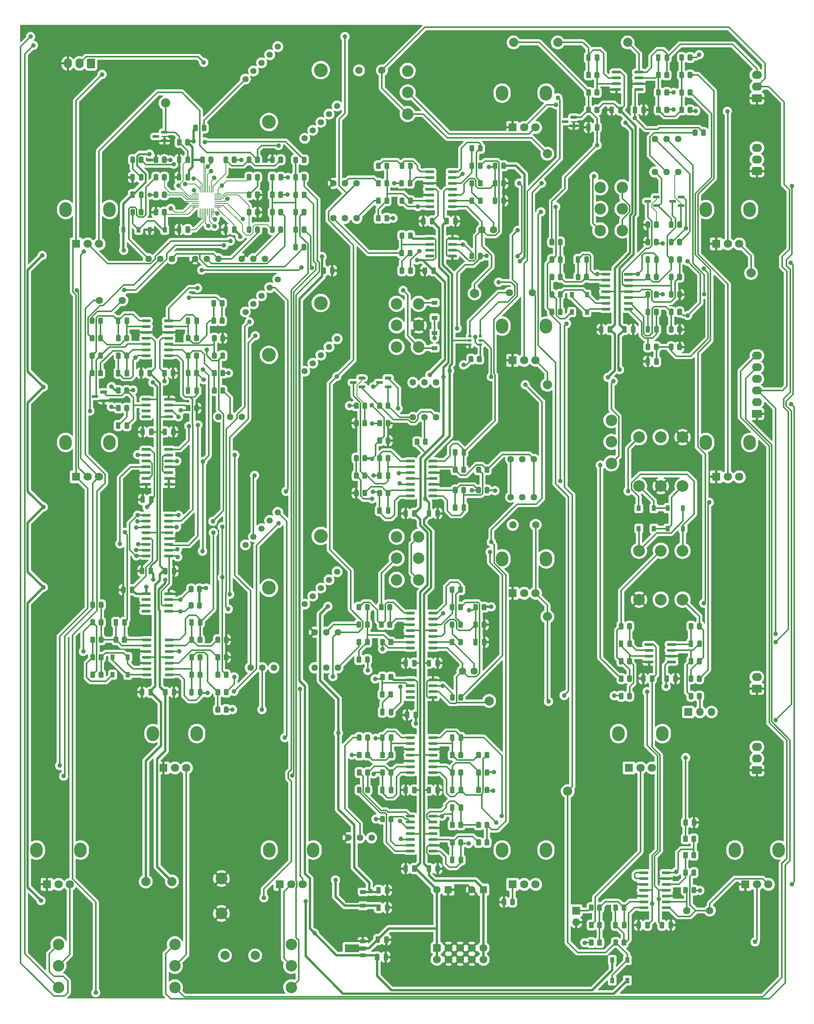
<source format=gbl>
G04 #@! TF.GenerationSoftware,KiCad,Pcbnew,6.0.5+dfsg-1~bpo11+1*
G04 #@! TF.CreationDate,2022-07-16T13:16:06+00:00*
G04 #@! TF.ProjectId,main_VCO_board,6d61696e-5f56-4434-9f5f-626f6172642e,0.1*
G04 #@! TF.SameCoordinates,Original*
G04 #@! TF.FileFunction,Copper,L2,Bot*
G04 #@! TF.FilePolarity,Positive*
%FSLAX46Y46*%
G04 Gerber Fmt 4.6, Leading zero omitted, Abs format (unit mm)*
G04 Created by KiCad (PCBNEW 6.0.5+dfsg-1~bpo11+1) date 2022-07-16 13:16:06*
%MOMM*%
%LPD*%
G01*
G04 APERTURE LIST*
G04 #@! TA.AperFunction,ComponentPad*
%ADD10O,2.720000X3.240000*%
G04 #@! TD*
G04 #@! TA.AperFunction,ComponentPad*
%ADD11R,1.800000X1.800000*%
G04 #@! TD*
G04 #@! TA.AperFunction,ComponentPad*
%ADD12C,1.800000*%
G04 #@! TD*
G04 #@! TA.AperFunction,ComponentPad*
%ADD13C,2.500000*%
G04 #@! TD*
G04 #@! TA.AperFunction,ComponentPad*
%ADD14C,3.000000*%
G04 #@! TD*
G04 #@! TA.AperFunction,ComponentPad*
%ADD15C,1.350000*%
G04 #@! TD*
G04 #@! TA.AperFunction,ComponentPad*
%ADD16C,2.000000*%
G04 #@! TD*
G04 #@! TA.AperFunction,ComponentPad*
%ADD17C,1.440000*%
G04 #@! TD*
G04 #@! TA.AperFunction,ComponentPad*
%ADD18C,1.600000*%
G04 #@! TD*
G04 #@! TA.AperFunction,ComponentPad*
%ADD19C,2.600000*%
G04 #@! TD*
G04 #@! TA.AperFunction,SMDPad,CuDef*
%ADD20R,1.300000X0.900000*%
G04 #@! TD*
G04 #@! TA.AperFunction,ComponentPad*
%ADD21O,2.190000X1.740000*%
G04 #@! TD*
G04 #@! TA.AperFunction,ComponentPad*
%ADD22R,1.600000X1.600000*%
G04 #@! TD*
G04 #@! TA.AperFunction,SMDPad,CuDef*
%ADD23R,0.900000X1.200000*%
G04 #@! TD*
G04 #@! TA.AperFunction,ComponentPad*
%ADD24O,1.740000X2.190000*%
G04 #@! TD*
G04 #@! TA.AperFunction,SMDPad,CuDef*
%ADD25R,1.200000X0.900000*%
G04 #@! TD*
G04 #@! TA.AperFunction,ComponentPad*
%ADD26R,1.700000X1.700000*%
G04 #@! TD*
G04 #@! TA.AperFunction,ComponentPad*
%ADD27O,1.700000X1.700000*%
G04 #@! TD*
G04 #@! TA.AperFunction,SMDPad,CuDef*
%ADD28R,1.500000X0.200000*%
G04 #@! TD*
G04 #@! TA.AperFunction,SMDPad,CuDef*
%ADD29R,0.200000X1.500000*%
G04 #@! TD*
G04 #@! TA.AperFunction,ComponentPad*
%ADD30C,2.540000*%
G04 #@! TD*
G04 #@! TA.AperFunction,SMDPad,CuDef*
%ADD31R,0.700000X0.510000*%
G04 #@! TD*
G04 #@! TA.AperFunction,ComponentPad*
%ADD32C,1.700000*%
G04 #@! TD*
G04 #@! TA.AperFunction,ViaPad*
%ADD33C,1.000000*%
G04 #@! TD*
G04 #@! TA.AperFunction,Conductor*
%ADD34C,0.300000*%
G04 #@! TD*
G04 #@! TA.AperFunction,Conductor*
%ADD35C,0.500000*%
G04 #@! TD*
G04 #@! TA.AperFunction,Conductor*
%ADD36C,0.400000*%
G04 #@! TD*
G04 #@! TA.AperFunction,Conductor*
%ADD37C,0.200000*%
G04 #@! TD*
G04 APERTURE END LIST*
D10*
X132868000Y-74034000D03*
X142468000Y-74034000D03*
D11*
X135168000Y-81534000D03*
D12*
X137668000Y-81534000D03*
X140168000Y-81534000D03*
D13*
X251968000Y-129414000D03*
X251968000Y-124714000D03*
X251968000Y-120014000D03*
D10*
X288518000Y-213744000D03*
X278918000Y-213744000D03*
D11*
X281218000Y-221244000D03*
D12*
X283718000Y-221244000D03*
X286218000Y-221244000D03*
D10*
X263118000Y-188344000D03*
X253518000Y-188344000D03*
D11*
X255818000Y-195844000D03*
D12*
X258318000Y-195844000D03*
X260818000Y-195844000D03*
D13*
X205103000Y-154814000D03*
X205103000Y-150114000D03*
X205103000Y-145414000D03*
X209933000Y-154814000D03*
X209933000Y-150114000D03*
X209933000Y-145414000D03*
D10*
X151918000Y-188344000D03*
X161518000Y-188344000D03*
D11*
X154218000Y-195844000D03*
D12*
X156718000Y-195844000D03*
X159218000Y-195844000D03*
D10*
X228118000Y-150244000D03*
X237718000Y-150244000D03*
D11*
X230418000Y-157744000D03*
D12*
X232918000Y-157744000D03*
X235418000Y-157744000D03*
D10*
X228118000Y-48644000D03*
X237718000Y-48644000D03*
D11*
X230418000Y-56144000D03*
D12*
X232918000Y-56144000D03*
X235418000Y-56144000D03*
D14*
X188552672Y-43634963D03*
X177238963Y-54948672D03*
D15*
X172112439Y-45579507D03*
X173880206Y-43811740D03*
X175647973Y-42043973D03*
X177415740Y-40276206D03*
X179183507Y-38508439D03*
X192123561Y-51448493D03*
X190355794Y-53216260D03*
X188588027Y-54984027D03*
X186820260Y-56751794D03*
X185052493Y-58519561D03*
D13*
X205103000Y-104014000D03*
X205103000Y-99314000D03*
X205103000Y-94614000D03*
X209933000Y-104014000D03*
X209933000Y-99314000D03*
X209933000Y-94614000D03*
D10*
X272568000Y-74044000D03*
X282168000Y-74044000D03*
D11*
X274868000Y-81544000D03*
D12*
X277368000Y-81544000D03*
X279868000Y-81544000D03*
D14*
X188552672Y-145234963D03*
X177238963Y-156548672D03*
D15*
X172112439Y-147179507D03*
X173880206Y-145411740D03*
X175647973Y-143643973D03*
X177415740Y-141876206D03*
X179183507Y-140108439D03*
X192123561Y-153048493D03*
X190355794Y-154816260D03*
X188588027Y-156584027D03*
X186820260Y-158351794D03*
X185052493Y-160119561D03*
D13*
X156718000Y-243714000D03*
X156718000Y-239014000D03*
X156718000Y-234314000D03*
D14*
X177238963Y-105748672D03*
X188552672Y-94434963D03*
D15*
X172112439Y-96379507D03*
X173880206Y-94611740D03*
X175647973Y-92843973D03*
X177415740Y-91076206D03*
X179183507Y-89308439D03*
X192123561Y-102248493D03*
X190355794Y-104016260D03*
X188588027Y-105784027D03*
X186820260Y-107551794D03*
X185052493Y-109319561D03*
D10*
X228118000Y-213744000D03*
X237718000Y-213744000D03*
D11*
X230418000Y-221244000D03*
D12*
X232918000Y-221244000D03*
X235418000Y-221244000D03*
D13*
X207518000Y-53214000D03*
X207518000Y-48514000D03*
X207518000Y-43814000D03*
X249553000Y-78614000D03*
X249553000Y-73914000D03*
X249553000Y-69214000D03*
X254383000Y-78614000D03*
X254383000Y-73914000D03*
X254383000Y-69214000D03*
D10*
X126518000Y-213744000D03*
X136118000Y-213744000D03*
D11*
X128818000Y-221244000D03*
D12*
X131318000Y-221244000D03*
X133818000Y-221244000D03*
D13*
X131318000Y-243714000D03*
X131318000Y-239014000D03*
X131318000Y-234314000D03*
X182118000Y-243714000D03*
X182118000Y-239014000D03*
X182118000Y-234314000D03*
D10*
X132868000Y-124844000D03*
X142468000Y-124844000D03*
D11*
X135168000Y-132344000D03*
D12*
X137668000Y-132344000D03*
X140168000Y-132344000D03*
D10*
X272568000Y-124844000D03*
X282168000Y-124844000D03*
D11*
X274868000Y-132344000D03*
D12*
X277368000Y-132344000D03*
X279868000Y-132344000D03*
D10*
X237718000Y-99444000D03*
X228118000Y-99444000D03*
D11*
X230418000Y-106944000D03*
D12*
X232918000Y-106944000D03*
X235418000Y-106944000D03*
D10*
X186918000Y-213744000D03*
X177318000Y-213744000D03*
D11*
X179618000Y-221244000D03*
D12*
X182118000Y-221244000D03*
X184618000Y-221244000D03*
D16*
X167640000Y-236728000D03*
G04 #@! TA.AperFunction,SMDPad,CuDef*
G36*
G01*
X261719000Y-45154000D02*
X261719000Y-44254000D01*
G75*
G02*
X261969000Y-44004000I250000J0D01*
G01*
X262494000Y-44004000D01*
G75*
G02*
X262744000Y-44254000I0J-250000D01*
G01*
X262744000Y-45154000D01*
G75*
G02*
X262494000Y-45404000I-250000J0D01*
G01*
X261969000Y-45404000D01*
G75*
G02*
X261719000Y-45154000I0J250000D01*
G01*
G37*
G04 #@! TD.AperFunction*
G04 #@! TA.AperFunction,SMDPad,CuDef*
G36*
G01*
X263544000Y-45154000D02*
X263544000Y-44254000D01*
G75*
G02*
X263794000Y-44004000I250000J0D01*
G01*
X264319000Y-44004000D01*
G75*
G02*
X264569000Y-44254000I0J-250000D01*
G01*
X264569000Y-45154000D01*
G75*
G02*
X264319000Y-45404000I-250000J0D01*
G01*
X263794000Y-45404000D01*
G75*
G02*
X263544000Y-45154000I0J250000D01*
G01*
G37*
G04 #@! TD.AperFunction*
G04 #@! TA.AperFunction,SMDPad,CuDef*
G36*
G01*
X146738000Y-120683000D02*
X146738000Y-121633000D01*
G75*
G02*
X146488000Y-121883000I-250000J0D01*
G01*
X145988000Y-121883000D01*
G75*
G02*
X145738000Y-121633000I0J250000D01*
G01*
X145738000Y-120683000D01*
G75*
G02*
X145988000Y-120433000I250000J0D01*
G01*
X146488000Y-120433000D01*
G75*
G02*
X146738000Y-120683000I0J-250000D01*
G01*
G37*
G04 #@! TD.AperFunction*
G04 #@! TA.AperFunction,SMDPad,CuDef*
G36*
G01*
X144838000Y-120683000D02*
X144838000Y-121633000D01*
G75*
G02*
X144588000Y-121883000I-250000J0D01*
G01*
X144088000Y-121883000D01*
G75*
G02*
X143838000Y-121633000I0J250000D01*
G01*
X143838000Y-120683000D01*
G75*
G02*
X144088000Y-120433000I250000J0D01*
G01*
X144588000Y-120433000D01*
G75*
G02*
X144838000Y-120683000I0J-250000D01*
G01*
G37*
G04 #@! TD.AperFunction*
G04 #@! TA.AperFunction,SMDPad,CuDef*
G36*
G01*
X217396000Y-131260000D02*
X217396000Y-130360000D01*
G75*
G02*
X217646000Y-130110000I250000J0D01*
G01*
X218171000Y-130110000D01*
G75*
G02*
X218421000Y-130360000I0J-250000D01*
G01*
X218421000Y-131260000D01*
G75*
G02*
X218171000Y-131510000I-250000J0D01*
G01*
X217646000Y-131510000D01*
G75*
G02*
X217396000Y-131260000I0J250000D01*
G01*
G37*
G04 #@! TD.AperFunction*
G04 #@! TA.AperFunction,SMDPad,CuDef*
G36*
G01*
X219221000Y-131260000D02*
X219221000Y-130360000D01*
G75*
G02*
X219471000Y-130110000I250000J0D01*
G01*
X219996000Y-130110000D01*
G75*
G02*
X220246000Y-130360000I0J-250000D01*
G01*
X220246000Y-131260000D01*
G75*
G02*
X219996000Y-131510000I-250000J0D01*
G01*
X219471000Y-131510000D01*
G75*
G02*
X219221000Y-131260000I0J250000D01*
G01*
G37*
G04 #@! TD.AperFunction*
D17*
X173218000Y-173990000D03*
X175758000Y-173990000D03*
X178298000Y-173990000D03*
D16*
X156083000Y-220599000D03*
G04 #@! TA.AperFunction,SMDPad,CuDef*
G36*
G01*
X216736000Y-201135000D02*
X216736000Y-200185000D01*
G75*
G02*
X216986000Y-199935000I250000J0D01*
G01*
X217486000Y-199935000D01*
G75*
G02*
X217736000Y-200185000I0J-250000D01*
G01*
X217736000Y-201135000D01*
G75*
G02*
X217486000Y-201385000I-250000J0D01*
G01*
X216986000Y-201385000D01*
G75*
G02*
X216736000Y-201135000I0J250000D01*
G01*
G37*
G04 #@! TD.AperFunction*
G04 #@! TA.AperFunction,SMDPad,CuDef*
G36*
G01*
X218636000Y-201135000D02*
X218636000Y-200185000D01*
G75*
G02*
X218886000Y-199935000I250000J0D01*
G01*
X219386000Y-199935000D01*
G75*
G02*
X219636000Y-200185000I0J-250000D01*
G01*
X219636000Y-201135000D01*
G75*
G02*
X219386000Y-201385000I-250000J0D01*
G01*
X218886000Y-201385000D01*
G75*
G02*
X218636000Y-201135000I0J250000D01*
G01*
G37*
G04 #@! TD.AperFunction*
G04 #@! TA.AperFunction,SMDPad,CuDef*
G36*
G01*
X149848000Y-62756000D02*
X149848000Y-63656000D01*
G75*
G02*
X149598000Y-63906000I-250000J0D01*
G01*
X149073000Y-63906000D01*
G75*
G02*
X148823000Y-63656000I0J250000D01*
G01*
X148823000Y-62756000D01*
G75*
G02*
X149073000Y-62506000I250000J0D01*
G01*
X149598000Y-62506000D01*
G75*
G02*
X149848000Y-62756000I0J-250000D01*
G01*
G37*
G04 #@! TD.AperFunction*
G04 #@! TA.AperFunction,SMDPad,CuDef*
G36*
G01*
X148023000Y-62756000D02*
X148023000Y-63656000D01*
G75*
G02*
X147773000Y-63906000I-250000J0D01*
G01*
X147248000Y-63906000D01*
G75*
G02*
X146998000Y-63656000I0J250000D01*
G01*
X146998000Y-62756000D01*
G75*
G02*
X147248000Y-62506000I250000J0D01*
G01*
X147773000Y-62506000D01*
G75*
G02*
X148023000Y-62756000I0J-250000D01*
G01*
G37*
G04 #@! TD.AperFunction*
G04 #@! TA.AperFunction,SMDPad,CuDef*
G36*
G01*
X156358000Y-126215000D02*
X156358000Y-126515000D01*
G75*
G02*
X156208000Y-126665000I-150000J0D01*
G01*
X154558000Y-126665000D01*
G75*
G02*
X154408000Y-126515000I0J150000D01*
G01*
X154408000Y-126215000D01*
G75*
G02*
X154558000Y-126065000I150000J0D01*
G01*
X156208000Y-126065000D01*
G75*
G02*
X156358000Y-126215000I0J-150000D01*
G01*
G37*
G04 #@! TD.AperFunction*
G04 #@! TA.AperFunction,SMDPad,CuDef*
G36*
G01*
X156358000Y-127485000D02*
X156358000Y-127785000D01*
G75*
G02*
X156208000Y-127935000I-150000J0D01*
G01*
X154558000Y-127935000D01*
G75*
G02*
X154408000Y-127785000I0J150000D01*
G01*
X154408000Y-127485000D01*
G75*
G02*
X154558000Y-127335000I150000J0D01*
G01*
X156208000Y-127335000D01*
G75*
G02*
X156358000Y-127485000I0J-150000D01*
G01*
G37*
G04 #@! TD.AperFunction*
G04 #@! TA.AperFunction,SMDPad,CuDef*
G36*
G01*
X156358000Y-128755000D02*
X156358000Y-129055000D01*
G75*
G02*
X156208000Y-129205000I-150000J0D01*
G01*
X154558000Y-129205000D01*
G75*
G02*
X154408000Y-129055000I0J150000D01*
G01*
X154408000Y-128755000D01*
G75*
G02*
X154558000Y-128605000I150000J0D01*
G01*
X156208000Y-128605000D01*
G75*
G02*
X156358000Y-128755000I0J-150000D01*
G01*
G37*
G04 #@! TD.AperFunction*
G04 #@! TA.AperFunction,SMDPad,CuDef*
G36*
G01*
X156358000Y-130025000D02*
X156358000Y-130325000D01*
G75*
G02*
X156208000Y-130475000I-150000J0D01*
G01*
X154558000Y-130475000D01*
G75*
G02*
X154408000Y-130325000I0J150000D01*
G01*
X154408000Y-130025000D01*
G75*
G02*
X154558000Y-129875000I150000J0D01*
G01*
X156208000Y-129875000D01*
G75*
G02*
X156358000Y-130025000I0J-150000D01*
G01*
G37*
G04 #@! TD.AperFunction*
G04 #@! TA.AperFunction,SMDPad,CuDef*
G36*
G01*
X156358000Y-131295000D02*
X156358000Y-131595000D01*
G75*
G02*
X156208000Y-131745000I-150000J0D01*
G01*
X154558000Y-131745000D01*
G75*
G02*
X154408000Y-131595000I0J150000D01*
G01*
X154408000Y-131295000D01*
G75*
G02*
X154558000Y-131145000I150000J0D01*
G01*
X156208000Y-131145000D01*
G75*
G02*
X156358000Y-131295000I0J-150000D01*
G01*
G37*
G04 #@! TD.AperFunction*
G04 #@! TA.AperFunction,SMDPad,CuDef*
G36*
G01*
X156358000Y-132565000D02*
X156358000Y-132865000D01*
G75*
G02*
X156208000Y-133015000I-150000J0D01*
G01*
X154558000Y-133015000D01*
G75*
G02*
X154408000Y-132865000I0J150000D01*
G01*
X154408000Y-132565000D01*
G75*
G02*
X154558000Y-132415000I150000J0D01*
G01*
X156208000Y-132415000D01*
G75*
G02*
X156358000Y-132565000I0J-150000D01*
G01*
G37*
G04 #@! TD.AperFunction*
G04 #@! TA.AperFunction,SMDPad,CuDef*
G36*
G01*
X156358000Y-133835000D02*
X156358000Y-134135000D01*
G75*
G02*
X156208000Y-134285000I-150000J0D01*
G01*
X154558000Y-134285000D01*
G75*
G02*
X154408000Y-134135000I0J150000D01*
G01*
X154408000Y-133835000D01*
G75*
G02*
X154558000Y-133685000I150000J0D01*
G01*
X156208000Y-133685000D01*
G75*
G02*
X156358000Y-133835000I0J-150000D01*
G01*
G37*
G04 #@! TD.AperFunction*
G04 #@! TA.AperFunction,SMDPad,CuDef*
G36*
G01*
X151408000Y-133835000D02*
X151408000Y-134135000D01*
G75*
G02*
X151258000Y-134285000I-150000J0D01*
G01*
X149608000Y-134285000D01*
G75*
G02*
X149458000Y-134135000I0J150000D01*
G01*
X149458000Y-133835000D01*
G75*
G02*
X149608000Y-133685000I150000J0D01*
G01*
X151258000Y-133685000D01*
G75*
G02*
X151408000Y-133835000I0J-150000D01*
G01*
G37*
G04 #@! TD.AperFunction*
G04 #@! TA.AperFunction,SMDPad,CuDef*
G36*
G01*
X151408000Y-132565000D02*
X151408000Y-132865000D01*
G75*
G02*
X151258000Y-133015000I-150000J0D01*
G01*
X149608000Y-133015000D01*
G75*
G02*
X149458000Y-132865000I0J150000D01*
G01*
X149458000Y-132565000D01*
G75*
G02*
X149608000Y-132415000I150000J0D01*
G01*
X151258000Y-132415000D01*
G75*
G02*
X151408000Y-132565000I0J-150000D01*
G01*
G37*
G04 #@! TD.AperFunction*
G04 #@! TA.AperFunction,SMDPad,CuDef*
G36*
G01*
X151408000Y-131295000D02*
X151408000Y-131595000D01*
G75*
G02*
X151258000Y-131745000I-150000J0D01*
G01*
X149608000Y-131745000D01*
G75*
G02*
X149458000Y-131595000I0J150000D01*
G01*
X149458000Y-131295000D01*
G75*
G02*
X149608000Y-131145000I150000J0D01*
G01*
X151258000Y-131145000D01*
G75*
G02*
X151408000Y-131295000I0J-150000D01*
G01*
G37*
G04 #@! TD.AperFunction*
G04 #@! TA.AperFunction,SMDPad,CuDef*
G36*
G01*
X151408000Y-130025000D02*
X151408000Y-130325000D01*
G75*
G02*
X151258000Y-130475000I-150000J0D01*
G01*
X149608000Y-130475000D01*
G75*
G02*
X149458000Y-130325000I0J150000D01*
G01*
X149458000Y-130025000D01*
G75*
G02*
X149608000Y-129875000I150000J0D01*
G01*
X151258000Y-129875000D01*
G75*
G02*
X151408000Y-130025000I0J-150000D01*
G01*
G37*
G04 #@! TD.AperFunction*
G04 #@! TA.AperFunction,SMDPad,CuDef*
G36*
G01*
X151408000Y-128755000D02*
X151408000Y-129055000D01*
G75*
G02*
X151258000Y-129205000I-150000J0D01*
G01*
X149608000Y-129205000D01*
G75*
G02*
X149458000Y-129055000I0J150000D01*
G01*
X149458000Y-128755000D01*
G75*
G02*
X149608000Y-128605000I150000J0D01*
G01*
X151258000Y-128605000D01*
G75*
G02*
X151408000Y-128755000I0J-150000D01*
G01*
G37*
G04 #@! TD.AperFunction*
G04 #@! TA.AperFunction,SMDPad,CuDef*
G36*
G01*
X151408000Y-127485000D02*
X151408000Y-127785000D01*
G75*
G02*
X151258000Y-127935000I-150000J0D01*
G01*
X149608000Y-127935000D01*
G75*
G02*
X149458000Y-127785000I0J150000D01*
G01*
X149458000Y-127485000D01*
G75*
G02*
X149608000Y-127335000I150000J0D01*
G01*
X151258000Y-127335000D01*
G75*
G02*
X151408000Y-127485000I0J-150000D01*
G01*
G37*
G04 #@! TD.AperFunction*
G04 #@! TA.AperFunction,SMDPad,CuDef*
G36*
G01*
X151408000Y-126215000D02*
X151408000Y-126515000D01*
G75*
G02*
X151258000Y-126665000I-150000J0D01*
G01*
X149608000Y-126665000D01*
G75*
G02*
X149458000Y-126515000I0J150000D01*
G01*
X149458000Y-126215000D01*
G75*
G02*
X149608000Y-126065000I150000J0D01*
G01*
X151258000Y-126065000D01*
G75*
G02*
X151408000Y-126215000I0J-150000D01*
G01*
G37*
G04 #@! TD.AperFunction*
G04 #@! TA.AperFunction,SMDPad,CuDef*
G36*
G01*
X165580000Y-172154000D02*
X165580000Y-171254000D01*
G75*
G02*
X165830000Y-171004000I250000J0D01*
G01*
X166355000Y-171004000D01*
G75*
G02*
X166605000Y-171254000I0J-250000D01*
G01*
X166605000Y-172154000D01*
G75*
G02*
X166355000Y-172404000I-250000J0D01*
G01*
X165830000Y-172404000D01*
G75*
G02*
X165580000Y-172154000I0J250000D01*
G01*
G37*
G04 #@! TD.AperFunction*
G04 #@! TA.AperFunction,SMDPad,CuDef*
G36*
G01*
X167405000Y-172154000D02*
X167405000Y-171254000D01*
G75*
G02*
X167655000Y-171004000I250000J0D01*
G01*
X168180000Y-171004000D01*
G75*
G02*
X168430000Y-171254000I0J-250000D01*
G01*
X168430000Y-172154000D01*
G75*
G02*
X168180000Y-172404000I-250000J0D01*
G01*
X167655000Y-172404000D01*
G75*
G02*
X167405000Y-172154000I0J250000D01*
G01*
G37*
G04 #@! TD.AperFunction*
G04 #@! TA.AperFunction,SMDPad,CuDef*
G36*
G01*
X159865000Y-168344000D02*
X159865000Y-167444000D01*
G75*
G02*
X160115000Y-167194000I250000J0D01*
G01*
X160640000Y-167194000D01*
G75*
G02*
X160890000Y-167444000I0J-250000D01*
G01*
X160890000Y-168344000D01*
G75*
G02*
X160640000Y-168594000I-250000J0D01*
G01*
X160115000Y-168594000D01*
G75*
G02*
X159865000Y-168344000I0J250000D01*
G01*
G37*
G04 #@! TD.AperFunction*
G04 #@! TA.AperFunction,SMDPad,CuDef*
G36*
G01*
X161690000Y-168344000D02*
X161690000Y-167444000D01*
G75*
G02*
X161940000Y-167194000I250000J0D01*
G01*
X162465000Y-167194000D01*
G75*
G02*
X162715000Y-167444000I0J-250000D01*
G01*
X162715000Y-168344000D01*
G75*
G02*
X162465000Y-168594000I-250000J0D01*
G01*
X161940000Y-168594000D01*
G75*
G02*
X161690000Y-168344000I0J250000D01*
G01*
G37*
G04 #@! TD.AperFunction*
G04 #@! TA.AperFunction,SMDPad,CuDef*
G36*
G01*
X214016000Y-161902000D02*
X214016000Y-162202000D01*
G75*
G02*
X213866000Y-162352000I-150000J0D01*
G01*
X212216000Y-162352000D01*
G75*
G02*
X212066000Y-162202000I0J150000D01*
G01*
X212066000Y-161902000D01*
G75*
G02*
X212216000Y-161752000I150000J0D01*
G01*
X213866000Y-161752000D01*
G75*
G02*
X214016000Y-161902000I0J-150000D01*
G01*
G37*
G04 #@! TD.AperFunction*
G04 #@! TA.AperFunction,SMDPad,CuDef*
G36*
G01*
X214016000Y-163172000D02*
X214016000Y-163472000D01*
G75*
G02*
X213866000Y-163622000I-150000J0D01*
G01*
X212216000Y-163622000D01*
G75*
G02*
X212066000Y-163472000I0J150000D01*
G01*
X212066000Y-163172000D01*
G75*
G02*
X212216000Y-163022000I150000J0D01*
G01*
X213866000Y-163022000D01*
G75*
G02*
X214016000Y-163172000I0J-150000D01*
G01*
G37*
G04 #@! TD.AperFunction*
G04 #@! TA.AperFunction,SMDPad,CuDef*
G36*
G01*
X214016000Y-164442000D02*
X214016000Y-164742000D01*
G75*
G02*
X213866000Y-164892000I-150000J0D01*
G01*
X212216000Y-164892000D01*
G75*
G02*
X212066000Y-164742000I0J150000D01*
G01*
X212066000Y-164442000D01*
G75*
G02*
X212216000Y-164292000I150000J0D01*
G01*
X213866000Y-164292000D01*
G75*
G02*
X214016000Y-164442000I0J-150000D01*
G01*
G37*
G04 #@! TD.AperFunction*
G04 #@! TA.AperFunction,SMDPad,CuDef*
G36*
G01*
X214016000Y-165712000D02*
X214016000Y-166012000D01*
G75*
G02*
X213866000Y-166162000I-150000J0D01*
G01*
X212216000Y-166162000D01*
G75*
G02*
X212066000Y-166012000I0J150000D01*
G01*
X212066000Y-165712000D01*
G75*
G02*
X212216000Y-165562000I150000J0D01*
G01*
X213866000Y-165562000D01*
G75*
G02*
X214016000Y-165712000I0J-150000D01*
G01*
G37*
G04 #@! TD.AperFunction*
G04 #@! TA.AperFunction,SMDPad,CuDef*
G36*
G01*
X214016000Y-166982000D02*
X214016000Y-167282000D01*
G75*
G02*
X213866000Y-167432000I-150000J0D01*
G01*
X212216000Y-167432000D01*
G75*
G02*
X212066000Y-167282000I0J150000D01*
G01*
X212066000Y-166982000D01*
G75*
G02*
X212216000Y-166832000I150000J0D01*
G01*
X213866000Y-166832000D01*
G75*
G02*
X214016000Y-166982000I0J-150000D01*
G01*
G37*
G04 #@! TD.AperFunction*
G04 #@! TA.AperFunction,SMDPad,CuDef*
G36*
G01*
X214016000Y-168252000D02*
X214016000Y-168552000D01*
G75*
G02*
X213866000Y-168702000I-150000J0D01*
G01*
X212216000Y-168702000D01*
G75*
G02*
X212066000Y-168552000I0J150000D01*
G01*
X212066000Y-168252000D01*
G75*
G02*
X212216000Y-168102000I150000J0D01*
G01*
X213866000Y-168102000D01*
G75*
G02*
X214016000Y-168252000I0J-150000D01*
G01*
G37*
G04 #@! TD.AperFunction*
G04 #@! TA.AperFunction,SMDPad,CuDef*
G36*
G01*
X214016000Y-169522000D02*
X214016000Y-169822000D01*
G75*
G02*
X213866000Y-169972000I-150000J0D01*
G01*
X212216000Y-169972000D01*
G75*
G02*
X212066000Y-169822000I0J150000D01*
G01*
X212066000Y-169522000D01*
G75*
G02*
X212216000Y-169372000I150000J0D01*
G01*
X213866000Y-169372000D01*
G75*
G02*
X214016000Y-169522000I0J-150000D01*
G01*
G37*
G04 #@! TD.AperFunction*
G04 #@! TA.AperFunction,SMDPad,CuDef*
G36*
G01*
X209066000Y-169522000D02*
X209066000Y-169822000D01*
G75*
G02*
X208916000Y-169972000I-150000J0D01*
G01*
X207266000Y-169972000D01*
G75*
G02*
X207116000Y-169822000I0J150000D01*
G01*
X207116000Y-169522000D01*
G75*
G02*
X207266000Y-169372000I150000J0D01*
G01*
X208916000Y-169372000D01*
G75*
G02*
X209066000Y-169522000I0J-150000D01*
G01*
G37*
G04 #@! TD.AperFunction*
G04 #@! TA.AperFunction,SMDPad,CuDef*
G36*
G01*
X209066000Y-168252000D02*
X209066000Y-168552000D01*
G75*
G02*
X208916000Y-168702000I-150000J0D01*
G01*
X207266000Y-168702000D01*
G75*
G02*
X207116000Y-168552000I0J150000D01*
G01*
X207116000Y-168252000D01*
G75*
G02*
X207266000Y-168102000I150000J0D01*
G01*
X208916000Y-168102000D01*
G75*
G02*
X209066000Y-168252000I0J-150000D01*
G01*
G37*
G04 #@! TD.AperFunction*
G04 #@! TA.AperFunction,SMDPad,CuDef*
G36*
G01*
X209066000Y-166982000D02*
X209066000Y-167282000D01*
G75*
G02*
X208916000Y-167432000I-150000J0D01*
G01*
X207266000Y-167432000D01*
G75*
G02*
X207116000Y-167282000I0J150000D01*
G01*
X207116000Y-166982000D01*
G75*
G02*
X207266000Y-166832000I150000J0D01*
G01*
X208916000Y-166832000D01*
G75*
G02*
X209066000Y-166982000I0J-150000D01*
G01*
G37*
G04 #@! TD.AperFunction*
G04 #@! TA.AperFunction,SMDPad,CuDef*
G36*
G01*
X209066000Y-165712000D02*
X209066000Y-166012000D01*
G75*
G02*
X208916000Y-166162000I-150000J0D01*
G01*
X207266000Y-166162000D01*
G75*
G02*
X207116000Y-166012000I0J150000D01*
G01*
X207116000Y-165712000D01*
G75*
G02*
X207266000Y-165562000I150000J0D01*
G01*
X208916000Y-165562000D01*
G75*
G02*
X209066000Y-165712000I0J-150000D01*
G01*
G37*
G04 #@! TD.AperFunction*
G04 #@! TA.AperFunction,SMDPad,CuDef*
G36*
G01*
X209066000Y-164442000D02*
X209066000Y-164742000D01*
G75*
G02*
X208916000Y-164892000I-150000J0D01*
G01*
X207266000Y-164892000D01*
G75*
G02*
X207116000Y-164742000I0J150000D01*
G01*
X207116000Y-164442000D01*
G75*
G02*
X207266000Y-164292000I150000J0D01*
G01*
X208916000Y-164292000D01*
G75*
G02*
X209066000Y-164442000I0J-150000D01*
G01*
G37*
G04 #@! TD.AperFunction*
G04 #@! TA.AperFunction,SMDPad,CuDef*
G36*
G01*
X209066000Y-163172000D02*
X209066000Y-163472000D01*
G75*
G02*
X208916000Y-163622000I-150000J0D01*
G01*
X207266000Y-163622000D01*
G75*
G02*
X207116000Y-163472000I0J150000D01*
G01*
X207116000Y-163172000D01*
G75*
G02*
X207266000Y-163022000I150000J0D01*
G01*
X208916000Y-163022000D01*
G75*
G02*
X209066000Y-163172000I0J-150000D01*
G01*
G37*
G04 #@! TD.AperFunction*
G04 #@! TA.AperFunction,SMDPad,CuDef*
G36*
G01*
X209066000Y-161902000D02*
X209066000Y-162202000D01*
G75*
G02*
X208916000Y-162352000I-150000J0D01*
G01*
X207266000Y-162352000D01*
G75*
G02*
X207116000Y-162202000I0J150000D01*
G01*
X207116000Y-161902000D01*
G75*
G02*
X207266000Y-161752000I150000J0D01*
G01*
X208916000Y-161752000D01*
G75*
G02*
X209066000Y-161902000I0J-150000D01*
G01*
G37*
G04 #@! TD.AperFunction*
G04 #@! TA.AperFunction,SMDPad,CuDef*
G36*
G01*
X259433000Y-96843000D02*
X259433000Y-95943000D01*
G75*
G02*
X259683000Y-95693000I250000J0D01*
G01*
X260208000Y-95693000D01*
G75*
G02*
X260458000Y-95943000I0J-250000D01*
G01*
X260458000Y-96843000D01*
G75*
G02*
X260208000Y-97093000I-250000J0D01*
G01*
X259683000Y-97093000D01*
G75*
G02*
X259433000Y-96843000I0J250000D01*
G01*
G37*
G04 #@! TD.AperFunction*
G04 #@! TA.AperFunction,SMDPad,CuDef*
G36*
G01*
X261258000Y-96843000D02*
X261258000Y-95943000D01*
G75*
G02*
X261508000Y-95693000I250000J0D01*
G01*
X262033000Y-95693000D01*
G75*
G02*
X262283000Y-95943000I0J-250000D01*
G01*
X262283000Y-96843000D01*
G75*
G02*
X262033000Y-97093000I-250000J0D01*
G01*
X261508000Y-97093000D01*
G75*
G02*
X261258000Y-96843000I0J250000D01*
G01*
G37*
G04 #@! TD.AperFunction*
G04 #@! TA.AperFunction,SMDPad,CuDef*
G36*
G01*
X140998000Y-97848000D02*
X140998000Y-98748000D01*
G75*
G02*
X140748000Y-98998000I-250000J0D01*
G01*
X140223000Y-98998000D01*
G75*
G02*
X139973000Y-98748000I0J250000D01*
G01*
X139973000Y-97848000D01*
G75*
G02*
X140223000Y-97598000I250000J0D01*
G01*
X140748000Y-97598000D01*
G75*
G02*
X140998000Y-97848000I0J-250000D01*
G01*
G37*
G04 #@! TD.AperFunction*
G04 #@! TA.AperFunction,SMDPad,CuDef*
G36*
G01*
X139173000Y-97848000D02*
X139173000Y-98748000D01*
G75*
G02*
X138923000Y-98998000I-250000J0D01*
G01*
X138398000Y-98998000D01*
G75*
G02*
X138148000Y-98748000I0J250000D01*
G01*
X138148000Y-97848000D01*
G75*
G02*
X138398000Y-97598000I250000J0D01*
G01*
X138923000Y-97598000D01*
G75*
G02*
X139173000Y-97848000I0J-250000D01*
G01*
G37*
G04 #@! TD.AperFunction*
G04 #@! TA.AperFunction,SMDPad,CuDef*
G36*
G01*
X223864000Y-71686000D02*
X223864000Y-72586000D01*
G75*
G02*
X223614000Y-72836000I-250000J0D01*
G01*
X223089000Y-72836000D01*
G75*
G02*
X222839000Y-72586000I0J250000D01*
G01*
X222839000Y-71686000D01*
G75*
G02*
X223089000Y-71436000I250000J0D01*
G01*
X223614000Y-71436000D01*
G75*
G02*
X223864000Y-71686000I0J-250000D01*
G01*
G37*
G04 #@! TD.AperFunction*
G04 #@! TA.AperFunction,SMDPad,CuDef*
G36*
G01*
X222039000Y-71686000D02*
X222039000Y-72586000D01*
G75*
G02*
X221789000Y-72836000I-250000J0D01*
G01*
X221264000Y-72836000D01*
G75*
G02*
X221014000Y-72586000I0J250000D01*
G01*
X221014000Y-71686000D01*
G75*
G02*
X221264000Y-71436000I250000J0D01*
G01*
X221789000Y-71436000D01*
G75*
G02*
X222039000Y-71686000I0J-250000D01*
G01*
G37*
G04 #@! TD.AperFunction*
G04 #@! TA.AperFunction,SMDPad,CuDef*
G36*
G01*
X200886000Y-121100000D02*
X200886000Y-120200000D01*
G75*
G02*
X201136000Y-119950000I250000J0D01*
G01*
X201661000Y-119950000D01*
G75*
G02*
X201911000Y-120200000I0J-250000D01*
G01*
X201911000Y-121100000D01*
G75*
G02*
X201661000Y-121350000I-250000J0D01*
G01*
X201136000Y-121350000D01*
G75*
G02*
X200886000Y-121100000I0J250000D01*
G01*
G37*
G04 #@! TD.AperFunction*
G04 #@! TA.AperFunction,SMDPad,CuDef*
G36*
G01*
X202711000Y-121100000D02*
X202711000Y-120200000D01*
G75*
G02*
X202961000Y-119950000I250000J0D01*
G01*
X203486000Y-119950000D01*
G75*
G02*
X203736000Y-120200000I0J-250000D01*
G01*
X203736000Y-121100000D01*
G75*
G02*
X203486000Y-121350000I-250000J0D01*
G01*
X202961000Y-121350000D01*
G75*
G02*
X202711000Y-121100000I0J250000D01*
G01*
G37*
G04 #@! TD.AperFunction*
G04 #@! TA.AperFunction,SMDPad,CuDef*
G36*
G01*
X149848000Y-74186000D02*
X149848000Y-75086000D01*
G75*
G02*
X149598000Y-75336000I-250000J0D01*
G01*
X149073000Y-75336000D01*
G75*
G02*
X148823000Y-75086000I0J250000D01*
G01*
X148823000Y-74186000D01*
G75*
G02*
X149073000Y-73936000I250000J0D01*
G01*
X149598000Y-73936000D01*
G75*
G02*
X149848000Y-74186000I0J-250000D01*
G01*
G37*
G04 #@! TD.AperFunction*
G04 #@! TA.AperFunction,SMDPad,CuDef*
G36*
G01*
X148023000Y-74186000D02*
X148023000Y-75086000D01*
G75*
G02*
X147773000Y-75336000I-250000J0D01*
G01*
X147248000Y-75336000D01*
G75*
G02*
X146998000Y-75086000I0J250000D01*
G01*
X146998000Y-74186000D01*
G75*
G02*
X147248000Y-73936000I250000J0D01*
G01*
X147773000Y-73936000D01*
G75*
G02*
X148023000Y-74186000I0J-250000D01*
G01*
G37*
G04 #@! TD.AperFunction*
G04 #@! TA.AperFunction,SMDPad,CuDef*
G36*
G01*
X214016000Y-206225000D02*
X214016000Y-206525000D01*
G75*
G02*
X213866000Y-206675000I-150000J0D01*
G01*
X212216000Y-206675000D01*
G75*
G02*
X212066000Y-206525000I0J150000D01*
G01*
X212066000Y-206225000D01*
G75*
G02*
X212216000Y-206075000I150000J0D01*
G01*
X213866000Y-206075000D01*
G75*
G02*
X214016000Y-206225000I0J-150000D01*
G01*
G37*
G04 #@! TD.AperFunction*
G04 #@! TA.AperFunction,SMDPad,CuDef*
G36*
G01*
X214016000Y-207495000D02*
X214016000Y-207795000D01*
G75*
G02*
X213866000Y-207945000I-150000J0D01*
G01*
X212216000Y-207945000D01*
G75*
G02*
X212066000Y-207795000I0J150000D01*
G01*
X212066000Y-207495000D01*
G75*
G02*
X212216000Y-207345000I150000J0D01*
G01*
X213866000Y-207345000D01*
G75*
G02*
X214016000Y-207495000I0J-150000D01*
G01*
G37*
G04 #@! TD.AperFunction*
G04 #@! TA.AperFunction,SMDPad,CuDef*
G36*
G01*
X214016000Y-208765000D02*
X214016000Y-209065000D01*
G75*
G02*
X213866000Y-209215000I-150000J0D01*
G01*
X212216000Y-209215000D01*
G75*
G02*
X212066000Y-209065000I0J150000D01*
G01*
X212066000Y-208765000D01*
G75*
G02*
X212216000Y-208615000I150000J0D01*
G01*
X213866000Y-208615000D01*
G75*
G02*
X214016000Y-208765000I0J-150000D01*
G01*
G37*
G04 #@! TD.AperFunction*
G04 #@! TA.AperFunction,SMDPad,CuDef*
G36*
G01*
X214016000Y-210035000D02*
X214016000Y-210335000D01*
G75*
G02*
X213866000Y-210485000I-150000J0D01*
G01*
X212216000Y-210485000D01*
G75*
G02*
X212066000Y-210335000I0J150000D01*
G01*
X212066000Y-210035000D01*
G75*
G02*
X212216000Y-209885000I150000J0D01*
G01*
X213866000Y-209885000D01*
G75*
G02*
X214016000Y-210035000I0J-150000D01*
G01*
G37*
G04 #@! TD.AperFunction*
G04 #@! TA.AperFunction,SMDPad,CuDef*
G36*
G01*
X214016000Y-211305000D02*
X214016000Y-211605000D01*
G75*
G02*
X213866000Y-211755000I-150000J0D01*
G01*
X212216000Y-211755000D01*
G75*
G02*
X212066000Y-211605000I0J150000D01*
G01*
X212066000Y-211305000D01*
G75*
G02*
X212216000Y-211155000I150000J0D01*
G01*
X213866000Y-211155000D01*
G75*
G02*
X214016000Y-211305000I0J-150000D01*
G01*
G37*
G04 #@! TD.AperFunction*
G04 #@! TA.AperFunction,SMDPad,CuDef*
G36*
G01*
X214016000Y-212575000D02*
X214016000Y-212875000D01*
G75*
G02*
X213866000Y-213025000I-150000J0D01*
G01*
X212216000Y-213025000D01*
G75*
G02*
X212066000Y-212875000I0J150000D01*
G01*
X212066000Y-212575000D01*
G75*
G02*
X212216000Y-212425000I150000J0D01*
G01*
X213866000Y-212425000D01*
G75*
G02*
X214016000Y-212575000I0J-150000D01*
G01*
G37*
G04 #@! TD.AperFunction*
G04 #@! TA.AperFunction,SMDPad,CuDef*
G36*
G01*
X214016000Y-213845000D02*
X214016000Y-214145000D01*
G75*
G02*
X213866000Y-214295000I-150000J0D01*
G01*
X212216000Y-214295000D01*
G75*
G02*
X212066000Y-214145000I0J150000D01*
G01*
X212066000Y-213845000D01*
G75*
G02*
X212216000Y-213695000I150000J0D01*
G01*
X213866000Y-213695000D01*
G75*
G02*
X214016000Y-213845000I0J-150000D01*
G01*
G37*
G04 #@! TD.AperFunction*
G04 #@! TA.AperFunction,SMDPad,CuDef*
G36*
G01*
X209066000Y-213845000D02*
X209066000Y-214145000D01*
G75*
G02*
X208916000Y-214295000I-150000J0D01*
G01*
X207266000Y-214295000D01*
G75*
G02*
X207116000Y-214145000I0J150000D01*
G01*
X207116000Y-213845000D01*
G75*
G02*
X207266000Y-213695000I150000J0D01*
G01*
X208916000Y-213695000D01*
G75*
G02*
X209066000Y-213845000I0J-150000D01*
G01*
G37*
G04 #@! TD.AperFunction*
G04 #@! TA.AperFunction,SMDPad,CuDef*
G36*
G01*
X209066000Y-212575000D02*
X209066000Y-212875000D01*
G75*
G02*
X208916000Y-213025000I-150000J0D01*
G01*
X207266000Y-213025000D01*
G75*
G02*
X207116000Y-212875000I0J150000D01*
G01*
X207116000Y-212575000D01*
G75*
G02*
X207266000Y-212425000I150000J0D01*
G01*
X208916000Y-212425000D01*
G75*
G02*
X209066000Y-212575000I0J-150000D01*
G01*
G37*
G04 #@! TD.AperFunction*
G04 #@! TA.AperFunction,SMDPad,CuDef*
G36*
G01*
X209066000Y-211305000D02*
X209066000Y-211605000D01*
G75*
G02*
X208916000Y-211755000I-150000J0D01*
G01*
X207266000Y-211755000D01*
G75*
G02*
X207116000Y-211605000I0J150000D01*
G01*
X207116000Y-211305000D01*
G75*
G02*
X207266000Y-211155000I150000J0D01*
G01*
X208916000Y-211155000D01*
G75*
G02*
X209066000Y-211305000I0J-150000D01*
G01*
G37*
G04 #@! TD.AperFunction*
G04 #@! TA.AperFunction,SMDPad,CuDef*
G36*
G01*
X209066000Y-210035000D02*
X209066000Y-210335000D01*
G75*
G02*
X208916000Y-210485000I-150000J0D01*
G01*
X207266000Y-210485000D01*
G75*
G02*
X207116000Y-210335000I0J150000D01*
G01*
X207116000Y-210035000D01*
G75*
G02*
X207266000Y-209885000I150000J0D01*
G01*
X208916000Y-209885000D01*
G75*
G02*
X209066000Y-210035000I0J-150000D01*
G01*
G37*
G04 #@! TD.AperFunction*
G04 #@! TA.AperFunction,SMDPad,CuDef*
G36*
G01*
X209066000Y-208765000D02*
X209066000Y-209065000D01*
G75*
G02*
X208916000Y-209215000I-150000J0D01*
G01*
X207266000Y-209215000D01*
G75*
G02*
X207116000Y-209065000I0J150000D01*
G01*
X207116000Y-208765000D01*
G75*
G02*
X207266000Y-208615000I150000J0D01*
G01*
X208916000Y-208615000D01*
G75*
G02*
X209066000Y-208765000I0J-150000D01*
G01*
G37*
G04 #@! TD.AperFunction*
G04 #@! TA.AperFunction,SMDPad,CuDef*
G36*
G01*
X209066000Y-207495000D02*
X209066000Y-207795000D01*
G75*
G02*
X208916000Y-207945000I-150000J0D01*
G01*
X207266000Y-207945000D01*
G75*
G02*
X207116000Y-207795000I0J150000D01*
G01*
X207116000Y-207495000D01*
G75*
G02*
X207266000Y-207345000I150000J0D01*
G01*
X208916000Y-207345000D01*
G75*
G02*
X209066000Y-207495000I0J-150000D01*
G01*
G37*
G04 #@! TD.AperFunction*
G04 #@! TA.AperFunction,SMDPad,CuDef*
G36*
G01*
X209066000Y-206225000D02*
X209066000Y-206525000D01*
G75*
G02*
X208916000Y-206675000I-150000J0D01*
G01*
X207266000Y-206675000D01*
G75*
G02*
X207116000Y-206525000I0J150000D01*
G01*
X207116000Y-206225000D01*
G75*
G02*
X207266000Y-206075000I150000J0D01*
G01*
X208916000Y-206075000D01*
G75*
G02*
X209066000Y-206225000I0J-150000D01*
G01*
G37*
G04 #@! TD.AperFunction*
G04 #@! TA.AperFunction,SMDPad,CuDef*
G36*
G01*
X221014000Y-61156000D02*
X221014000Y-60256000D01*
G75*
G02*
X221264000Y-60006000I250000J0D01*
G01*
X221789000Y-60006000D01*
G75*
G02*
X222039000Y-60256000I0J-250000D01*
G01*
X222039000Y-61156000D01*
G75*
G02*
X221789000Y-61406000I-250000J0D01*
G01*
X221264000Y-61406000D01*
G75*
G02*
X221014000Y-61156000I0J250000D01*
G01*
G37*
G04 #@! TD.AperFunction*
G04 #@! TA.AperFunction,SMDPad,CuDef*
G36*
G01*
X222839000Y-61156000D02*
X222839000Y-60256000D01*
G75*
G02*
X223089000Y-60006000I250000J0D01*
G01*
X223614000Y-60006000D01*
G75*
G02*
X223864000Y-60256000I0J-250000D01*
G01*
X223864000Y-61156000D01*
G75*
G02*
X223614000Y-61406000I-250000J0D01*
G01*
X223089000Y-61406000D01*
G75*
G02*
X222839000Y-61156000I0J250000D01*
G01*
G37*
G04 #@! TD.AperFunction*
D18*
X230443400Y-142824200D03*
X235443400Y-142824200D03*
G04 #@! TA.AperFunction,SMDPad,CuDef*
G36*
G01*
X270473000Y-222054000D02*
X270473000Y-222954000D01*
G75*
G02*
X270223000Y-223204000I-250000J0D01*
G01*
X269698000Y-223204000D01*
G75*
G02*
X269448000Y-222954000I0J250000D01*
G01*
X269448000Y-222054000D01*
G75*
G02*
X269698000Y-221804000I250000J0D01*
G01*
X270223000Y-221804000D01*
G75*
G02*
X270473000Y-222054000I0J-250000D01*
G01*
G37*
G04 #@! TD.AperFunction*
G04 #@! TA.AperFunction,SMDPad,CuDef*
G36*
G01*
X268648000Y-222054000D02*
X268648000Y-222954000D01*
G75*
G02*
X268398000Y-223204000I-250000J0D01*
G01*
X267873000Y-223204000D01*
G75*
G02*
X267623000Y-222954000I0J250000D01*
G01*
X267623000Y-222054000D01*
G75*
G02*
X267873000Y-221804000I250000J0D01*
G01*
X268398000Y-221804000D01*
G75*
G02*
X268648000Y-222054000I0J-250000D01*
G01*
G37*
G04 #@! TD.AperFunction*
G04 #@! TA.AperFunction,SMDPad,CuDef*
G36*
G01*
X259514000Y-51849000D02*
X259514000Y-52799000D01*
G75*
G02*
X259264000Y-53049000I-250000J0D01*
G01*
X258764000Y-53049000D01*
G75*
G02*
X258514000Y-52799000I0J250000D01*
G01*
X258514000Y-51849000D01*
G75*
G02*
X258764000Y-51599000I250000J0D01*
G01*
X259264000Y-51599000D01*
G75*
G02*
X259514000Y-51849000I0J-250000D01*
G01*
G37*
G04 #@! TD.AperFunction*
G04 #@! TA.AperFunction,SMDPad,CuDef*
G36*
G01*
X257614000Y-51849000D02*
X257614000Y-52799000D01*
G75*
G02*
X257364000Y-53049000I-250000J0D01*
G01*
X256864000Y-53049000D01*
G75*
G02*
X256614000Y-52799000I0J250000D01*
G01*
X256614000Y-51849000D01*
G75*
G02*
X256864000Y-51599000I250000J0D01*
G01*
X257364000Y-51599000D01*
G75*
G02*
X257614000Y-51849000I0J-250000D01*
G01*
G37*
G04 #@! TD.AperFunction*
G04 #@! TA.AperFunction,SMDPad,CuDef*
G36*
G01*
X182558000Y-82706000D02*
X182558000Y-81806000D01*
G75*
G02*
X182808000Y-81556000I250000J0D01*
G01*
X183333000Y-81556000D01*
G75*
G02*
X183583000Y-81806000I0J-250000D01*
G01*
X183583000Y-82706000D01*
G75*
G02*
X183333000Y-82956000I-250000J0D01*
G01*
X182808000Y-82956000D01*
G75*
G02*
X182558000Y-82706000I0J250000D01*
G01*
G37*
G04 #@! TD.AperFunction*
G04 #@! TA.AperFunction,SMDPad,CuDef*
G36*
G01*
X184383000Y-82706000D02*
X184383000Y-81806000D01*
G75*
G02*
X184633000Y-81556000I250000J0D01*
G01*
X185158000Y-81556000D01*
G75*
G02*
X185408000Y-81806000I0J-250000D01*
G01*
X185408000Y-82706000D01*
G75*
G02*
X185158000Y-82956000I-250000J0D01*
G01*
X184633000Y-82956000D01*
G75*
G02*
X184383000Y-82706000I0J250000D01*
G01*
G37*
G04 #@! TD.AperFunction*
G04 #@! TA.AperFunction,SMDPad,CuDef*
G36*
G01*
X167668000Y-109278000D02*
X167668000Y-110178000D01*
G75*
G02*
X167418000Y-110428000I-250000J0D01*
G01*
X166893000Y-110428000D01*
G75*
G02*
X166643000Y-110178000I0J250000D01*
G01*
X166643000Y-109278000D01*
G75*
G02*
X166893000Y-109028000I250000J0D01*
G01*
X167418000Y-109028000D01*
G75*
G02*
X167668000Y-109278000I0J-250000D01*
G01*
G37*
G04 #@! TD.AperFunction*
G04 #@! TA.AperFunction,SMDPad,CuDef*
G36*
G01*
X165843000Y-109278000D02*
X165843000Y-110178000D01*
G75*
G02*
X165593000Y-110428000I-250000J0D01*
G01*
X165068000Y-110428000D01*
G75*
G02*
X164818000Y-110178000I0J250000D01*
G01*
X164818000Y-109278000D01*
G75*
G02*
X165068000Y-109028000I250000J0D01*
G01*
X165593000Y-109028000D01*
G75*
G02*
X165843000Y-109278000I0J-250000D01*
G01*
G37*
G04 #@! TD.AperFunction*
D17*
X229997000Y-136779000D03*
X232537000Y-136779000D03*
X235077000Y-136779000D03*
G04 #@! TA.AperFunction,SMDPad,CuDef*
G36*
G01*
X206576000Y-218280000D02*
X206576000Y-217330000D01*
G75*
G02*
X206826000Y-217080000I250000J0D01*
G01*
X207326000Y-217080000D01*
G75*
G02*
X207576000Y-217330000I0J-250000D01*
G01*
X207576000Y-218280000D01*
G75*
G02*
X207326000Y-218530000I-250000J0D01*
G01*
X206826000Y-218530000D01*
G75*
G02*
X206576000Y-218280000I0J250000D01*
G01*
G37*
G04 #@! TD.AperFunction*
G04 #@! TA.AperFunction,SMDPad,CuDef*
G36*
G01*
X208476000Y-218280000D02*
X208476000Y-217330000D01*
G75*
G02*
X208726000Y-217080000I250000J0D01*
G01*
X209226000Y-217080000D01*
G75*
G02*
X209476000Y-217330000I0J-250000D01*
G01*
X209476000Y-218280000D01*
G75*
G02*
X209226000Y-218530000I-250000J0D01*
G01*
X208726000Y-218530000D01*
G75*
G02*
X208476000Y-218280000I0J250000D01*
G01*
G37*
G04 #@! TD.AperFunction*
G04 #@! TA.AperFunction,SMDPad,CuDef*
G36*
G01*
X267363000Y-95943000D02*
X267363000Y-96843000D01*
G75*
G02*
X267113000Y-97093000I-250000J0D01*
G01*
X266588000Y-97093000D01*
G75*
G02*
X266338000Y-96843000I0J250000D01*
G01*
X266338000Y-95943000D01*
G75*
G02*
X266588000Y-95693000I250000J0D01*
G01*
X267113000Y-95693000D01*
G75*
G02*
X267363000Y-95943000I0J-250000D01*
G01*
G37*
G04 #@! TD.AperFunction*
G04 #@! TA.AperFunction,SMDPad,CuDef*
G36*
G01*
X265538000Y-95943000D02*
X265538000Y-96843000D01*
G75*
G02*
X265288000Y-97093000I-250000J0D01*
G01*
X264763000Y-97093000D01*
G75*
G02*
X264513000Y-96843000I0J250000D01*
G01*
X264513000Y-95943000D01*
G75*
G02*
X264763000Y-95693000I250000J0D01*
G01*
X265288000Y-95693000D01*
G75*
G02*
X265538000Y-95943000I0J-250000D01*
G01*
G37*
G04 #@! TD.AperFunction*
G04 #@! TA.AperFunction,SMDPad,CuDef*
G36*
G01*
X214016000Y-189080000D02*
X214016000Y-189380000D01*
G75*
G02*
X213866000Y-189530000I-150000J0D01*
G01*
X212216000Y-189530000D01*
G75*
G02*
X212066000Y-189380000I0J150000D01*
G01*
X212066000Y-189080000D01*
G75*
G02*
X212216000Y-188930000I150000J0D01*
G01*
X213866000Y-188930000D01*
G75*
G02*
X214016000Y-189080000I0J-150000D01*
G01*
G37*
G04 #@! TD.AperFunction*
G04 #@! TA.AperFunction,SMDPad,CuDef*
G36*
G01*
X214016000Y-190350000D02*
X214016000Y-190650000D01*
G75*
G02*
X213866000Y-190800000I-150000J0D01*
G01*
X212216000Y-190800000D01*
G75*
G02*
X212066000Y-190650000I0J150000D01*
G01*
X212066000Y-190350000D01*
G75*
G02*
X212216000Y-190200000I150000J0D01*
G01*
X213866000Y-190200000D01*
G75*
G02*
X214016000Y-190350000I0J-150000D01*
G01*
G37*
G04 #@! TD.AperFunction*
G04 #@! TA.AperFunction,SMDPad,CuDef*
G36*
G01*
X214016000Y-191620000D02*
X214016000Y-191920000D01*
G75*
G02*
X213866000Y-192070000I-150000J0D01*
G01*
X212216000Y-192070000D01*
G75*
G02*
X212066000Y-191920000I0J150000D01*
G01*
X212066000Y-191620000D01*
G75*
G02*
X212216000Y-191470000I150000J0D01*
G01*
X213866000Y-191470000D01*
G75*
G02*
X214016000Y-191620000I0J-150000D01*
G01*
G37*
G04 #@! TD.AperFunction*
G04 #@! TA.AperFunction,SMDPad,CuDef*
G36*
G01*
X214016000Y-192890000D02*
X214016000Y-193190000D01*
G75*
G02*
X213866000Y-193340000I-150000J0D01*
G01*
X212216000Y-193340000D01*
G75*
G02*
X212066000Y-193190000I0J150000D01*
G01*
X212066000Y-192890000D01*
G75*
G02*
X212216000Y-192740000I150000J0D01*
G01*
X213866000Y-192740000D01*
G75*
G02*
X214016000Y-192890000I0J-150000D01*
G01*
G37*
G04 #@! TD.AperFunction*
G04 #@! TA.AperFunction,SMDPad,CuDef*
G36*
G01*
X214016000Y-194160000D02*
X214016000Y-194460000D01*
G75*
G02*
X213866000Y-194610000I-150000J0D01*
G01*
X212216000Y-194610000D01*
G75*
G02*
X212066000Y-194460000I0J150000D01*
G01*
X212066000Y-194160000D01*
G75*
G02*
X212216000Y-194010000I150000J0D01*
G01*
X213866000Y-194010000D01*
G75*
G02*
X214016000Y-194160000I0J-150000D01*
G01*
G37*
G04 #@! TD.AperFunction*
G04 #@! TA.AperFunction,SMDPad,CuDef*
G36*
G01*
X214016000Y-195430000D02*
X214016000Y-195730000D01*
G75*
G02*
X213866000Y-195880000I-150000J0D01*
G01*
X212216000Y-195880000D01*
G75*
G02*
X212066000Y-195730000I0J150000D01*
G01*
X212066000Y-195430000D01*
G75*
G02*
X212216000Y-195280000I150000J0D01*
G01*
X213866000Y-195280000D01*
G75*
G02*
X214016000Y-195430000I0J-150000D01*
G01*
G37*
G04 #@! TD.AperFunction*
G04 #@! TA.AperFunction,SMDPad,CuDef*
G36*
G01*
X214016000Y-196700000D02*
X214016000Y-197000000D01*
G75*
G02*
X213866000Y-197150000I-150000J0D01*
G01*
X212216000Y-197150000D01*
G75*
G02*
X212066000Y-197000000I0J150000D01*
G01*
X212066000Y-196700000D01*
G75*
G02*
X212216000Y-196550000I150000J0D01*
G01*
X213866000Y-196550000D01*
G75*
G02*
X214016000Y-196700000I0J-150000D01*
G01*
G37*
G04 #@! TD.AperFunction*
G04 #@! TA.AperFunction,SMDPad,CuDef*
G36*
G01*
X209066000Y-196700000D02*
X209066000Y-197000000D01*
G75*
G02*
X208916000Y-197150000I-150000J0D01*
G01*
X207266000Y-197150000D01*
G75*
G02*
X207116000Y-197000000I0J150000D01*
G01*
X207116000Y-196700000D01*
G75*
G02*
X207266000Y-196550000I150000J0D01*
G01*
X208916000Y-196550000D01*
G75*
G02*
X209066000Y-196700000I0J-150000D01*
G01*
G37*
G04 #@! TD.AperFunction*
G04 #@! TA.AperFunction,SMDPad,CuDef*
G36*
G01*
X209066000Y-195430000D02*
X209066000Y-195730000D01*
G75*
G02*
X208916000Y-195880000I-150000J0D01*
G01*
X207266000Y-195880000D01*
G75*
G02*
X207116000Y-195730000I0J150000D01*
G01*
X207116000Y-195430000D01*
G75*
G02*
X207266000Y-195280000I150000J0D01*
G01*
X208916000Y-195280000D01*
G75*
G02*
X209066000Y-195430000I0J-150000D01*
G01*
G37*
G04 #@! TD.AperFunction*
G04 #@! TA.AperFunction,SMDPad,CuDef*
G36*
G01*
X209066000Y-194160000D02*
X209066000Y-194460000D01*
G75*
G02*
X208916000Y-194610000I-150000J0D01*
G01*
X207266000Y-194610000D01*
G75*
G02*
X207116000Y-194460000I0J150000D01*
G01*
X207116000Y-194160000D01*
G75*
G02*
X207266000Y-194010000I150000J0D01*
G01*
X208916000Y-194010000D01*
G75*
G02*
X209066000Y-194160000I0J-150000D01*
G01*
G37*
G04 #@! TD.AperFunction*
G04 #@! TA.AperFunction,SMDPad,CuDef*
G36*
G01*
X209066000Y-192890000D02*
X209066000Y-193190000D01*
G75*
G02*
X208916000Y-193340000I-150000J0D01*
G01*
X207266000Y-193340000D01*
G75*
G02*
X207116000Y-193190000I0J150000D01*
G01*
X207116000Y-192890000D01*
G75*
G02*
X207266000Y-192740000I150000J0D01*
G01*
X208916000Y-192740000D01*
G75*
G02*
X209066000Y-192890000I0J-150000D01*
G01*
G37*
G04 #@! TD.AperFunction*
G04 #@! TA.AperFunction,SMDPad,CuDef*
G36*
G01*
X209066000Y-191620000D02*
X209066000Y-191920000D01*
G75*
G02*
X208916000Y-192070000I-150000J0D01*
G01*
X207266000Y-192070000D01*
G75*
G02*
X207116000Y-191920000I0J150000D01*
G01*
X207116000Y-191620000D01*
G75*
G02*
X207266000Y-191470000I150000J0D01*
G01*
X208916000Y-191470000D01*
G75*
G02*
X209066000Y-191620000I0J-150000D01*
G01*
G37*
G04 #@! TD.AperFunction*
G04 #@! TA.AperFunction,SMDPad,CuDef*
G36*
G01*
X209066000Y-190350000D02*
X209066000Y-190650000D01*
G75*
G02*
X208916000Y-190800000I-150000J0D01*
G01*
X207266000Y-190800000D01*
G75*
G02*
X207116000Y-190650000I0J150000D01*
G01*
X207116000Y-190350000D01*
G75*
G02*
X207266000Y-190200000I150000J0D01*
G01*
X208916000Y-190200000D01*
G75*
G02*
X209066000Y-190350000I0J-150000D01*
G01*
G37*
G04 #@! TD.AperFunction*
G04 #@! TA.AperFunction,SMDPad,CuDef*
G36*
G01*
X209066000Y-189080000D02*
X209066000Y-189380000D01*
G75*
G02*
X208916000Y-189530000I-150000J0D01*
G01*
X207266000Y-189530000D01*
G75*
G02*
X207116000Y-189380000I0J150000D01*
G01*
X207116000Y-189080000D01*
G75*
G02*
X207266000Y-188930000I150000J0D01*
G01*
X208916000Y-188930000D01*
G75*
G02*
X209066000Y-189080000I0J-150000D01*
G01*
G37*
G04 #@! TD.AperFunction*
G04 #@! TA.AperFunction,SMDPad,CuDef*
G36*
G01*
X226069000Y-72611000D02*
X226069000Y-71661000D01*
G75*
G02*
X226319000Y-71411000I250000J0D01*
G01*
X226819000Y-71411000D01*
G75*
G02*
X227069000Y-71661000I0J-250000D01*
G01*
X227069000Y-72611000D01*
G75*
G02*
X226819000Y-72861000I-250000J0D01*
G01*
X226319000Y-72861000D01*
G75*
G02*
X226069000Y-72611000I0J250000D01*
G01*
G37*
G04 #@! TD.AperFunction*
G04 #@! TA.AperFunction,SMDPad,CuDef*
G36*
G01*
X227969000Y-72611000D02*
X227969000Y-71661000D01*
G75*
G02*
X228219000Y-71411000I250000J0D01*
G01*
X228719000Y-71411000D01*
G75*
G02*
X228969000Y-71661000I0J-250000D01*
G01*
X228969000Y-72611000D01*
G75*
G02*
X228719000Y-72861000I-250000J0D01*
G01*
X228219000Y-72861000D01*
G75*
G02*
X227969000Y-72611000I0J250000D01*
G01*
G37*
G04 #@! TD.AperFunction*
G04 #@! TA.AperFunction,SMDPad,CuDef*
G36*
G01*
X141125000Y-159824000D02*
X141125000Y-160724000D01*
G75*
G02*
X140875000Y-160974000I-250000J0D01*
G01*
X140350000Y-160974000D01*
G75*
G02*
X140100000Y-160724000I0J250000D01*
G01*
X140100000Y-159824000D01*
G75*
G02*
X140350000Y-159574000I250000J0D01*
G01*
X140875000Y-159574000D01*
G75*
G02*
X141125000Y-159824000I0J-250000D01*
G01*
G37*
G04 #@! TD.AperFunction*
G04 #@! TA.AperFunction,SMDPad,CuDef*
G36*
G01*
X139300000Y-159824000D02*
X139300000Y-160724000D01*
G75*
G02*
X139050000Y-160974000I-250000J0D01*
G01*
X138525000Y-160974000D01*
G75*
G02*
X138275000Y-160724000I0J250000D01*
G01*
X138275000Y-159824000D01*
G75*
G02*
X138525000Y-159574000I250000J0D01*
G01*
X139050000Y-159574000D01*
G75*
G02*
X139300000Y-159824000I0J-250000D01*
G01*
G37*
G04 #@! TD.AperFunction*
G04 #@! TA.AperFunction,SMDPad,CuDef*
G36*
G01*
X170168000Y-62756000D02*
X170168000Y-63656000D01*
G75*
G02*
X169918000Y-63906000I-250000J0D01*
G01*
X169393000Y-63906000D01*
G75*
G02*
X169143000Y-63656000I0J250000D01*
G01*
X169143000Y-62756000D01*
G75*
G02*
X169393000Y-62506000I250000J0D01*
G01*
X169918000Y-62506000D01*
G75*
G02*
X170168000Y-62756000I0J-250000D01*
G01*
G37*
G04 #@! TD.AperFunction*
G04 #@! TA.AperFunction,SMDPad,CuDef*
G36*
G01*
X168343000Y-62756000D02*
X168343000Y-63656000D01*
G75*
G02*
X168093000Y-63906000I-250000J0D01*
G01*
X167568000Y-63906000D01*
G75*
G02*
X167318000Y-63656000I0J250000D01*
G01*
X167318000Y-62756000D01*
G75*
G02*
X167568000Y-62506000I250000J0D01*
G01*
X168093000Y-62506000D01*
G75*
G02*
X168343000Y-62756000I0J-250000D01*
G01*
G37*
G04 #@! TD.AperFunction*
G04 #@! TA.AperFunction,SMDPad,CuDef*
G36*
G01*
X182558000Y-78896000D02*
X182558000Y-77996000D01*
G75*
G02*
X182808000Y-77746000I250000J0D01*
G01*
X183333000Y-77746000D01*
G75*
G02*
X183583000Y-77996000I0J-250000D01*
G01*
X183583000Y-78896000D01*
G75*
G02*
X183333000Y-79146000I-250000J0D01*
G01*
X182808000Y-79146000D01*
G75*
G02*
X182558000Y-78896000I0J250000D01*
G01*
G37*
G04 #@! TD.AperFunction*
G04 #@! TA.AperFunction,SMDPad,CuDef*
G36*
G01*
X184383000Y-78896000D02*
X184383000Y-77996000D01*
G75*
G02*
X184633000Y-77746000I250000J0D01*
G01*
X185158000Y-77746000D01*
G75*
G02*
X185408000Y-77996000I0J-250000D01*
G01*
X185408000Y-78896000D01*
G75*
G02*
X185158000Y-79146000I-250000J0D01*
G01*
X184633000Y-79146000D01*
G75*
G02*
X184383000Y-78896000I0J250000D01*
G01*
G37*
G04 #@! TD.AperFunction*
G04 #@! TA.AperFunction,SMDPad,CuDef*
G36*
G01*
X267623000Y-215334000D02*
X267623000Y-214434000D01*
G75*
G02*
X267873000Y-214184000I250000J0D01*
G01*
X268398000Y-214184000D01*
G75*
G02*
X268648000Y-214434000I0J-250000D01*
G01*
X268648000Y-215334000D01*
G75*
G02*
X268398000Y-215584000I-250000J0D01*
G01*
X267873000Y-215584000D01*
G75*
G02*
X267623000Y-215334000I0J250000D01*
G01*
G37*
G04 #@! TD.AperFunction*
G04 #@! TA.AperFunction,SMDPad,CuDef*
G36*
G01*
X269448000Y-215334000D02*
X269448000Y-214434000D01*
G75*
G02*
X269698000Y-214184000I250000J0D01*
G01*
X270223000Y-214184000D01*
G75*
G02*
X270473000Y-214434000I0J-250000D01*
G01*
X270473000Y-215334000D01*
G75*
G02*
X270223000Y-215584000I-250000J0D01*
G01*
X269698000Y-215584000D01*
G75*
G02*
X269448000Y-215334000I0J250000D01*
G01*
G37*
G04 #@! TD.AperFunction*
G04 #@! TA.AperFunction,SMDPad,CuDef*
G36*
G01*
X249354000Y-55659000D02*
X249354000Y-56609000D01*
G75*
G02*
X249104000Y-56859000I-250000J0D01*
G01*
X248604000Y-56859000D01*
G75*
G02*
X248354000Y-56609000I0J250000D01*
G01*
X248354000Y-55659000D01*
G75*
G02*
X248604000Y-55409000I250000J0D01*
G01*
X249104000Y-55409000D01*
G75*
G02*
X249354000Y-55659000I0J-250000D01*
G01*
G37*
G04 #@! TD.AperFunction*
G04 #@! TA.AperFunction,SMDPad,CuDef*
G36*
G01*
X247454000Y-55659000D02*
X247454000Y-56609000D01*
G75*
G02*
X247204000Y-56859000I-250000J0D01*
G01*
X246704000Y-56859000D01*
G75*
G02*
X246454000Y-56609000I0J250000D01*
G01*
X246454000Y-55659000D01*
G75*
G02*
X246704000Y-55409000I250000J0D01*
G01*
X247204000Y-55409000D01*
G75*
G02*
X247454000Y-55659000I0J-250000D01*
G01*
G37*
G04 #@! TD.AperFunction*
G04 #@! TA.AperFunction,SMDPad,CuDef*
G36*
G01*
X267623000Y-219144000D02*
X267623000Y-218244000D01*
G75*
G02*
X267873000Y-217994000I250000J0D01*
G01*
X268398000Y-217994000D01*
G75*
G02*
X268648000Y-218244000I0J-250000D01*
G01*
X268648000Y-219144000D01*
G75*
G02*
X268398000Y-219394000I-250000J0D01*
G01*
X267873000Y-219394000D01*
G75*
G02*
X267623000Y-219144000I0J250000D01*
G01*
G37*
G04 #@! TD.AperFunction*
G04 #@! TA.AperFunction,SMDPad,CuDef*
G36*
G01*
X269448000Y-219144000D02*
X269448000Y-218244000D01*
G75*
G02*
X269698000Y-217994000I250000J0D01*
G01*
X270223000Y-217994000D01*
G75*
G02*
X270473000Y-218244000I0J-250000D01*
G01*
X270473000Y-219144000D01*
G75*
G02*
X270223000Y-219394000I-250000J0D01*
G01*
X269698000Y-219394000D01*
G75*
G02*
X269448000Y-219144000I0J250000D01*
G01*
G37*
G04 #@! TD.AperFunction*
X194554000Y-211074000D03*
X197094000Y-211074000D03*
X199634000Y-211074000D03*
G04 #@! TA.AperFunction,SMDPad,CuDef*
G36*
G01*
X200645500Y-222979000D02*
X200645500Y-222029000D01*
G75*
G02*
X200895500Y-221779000I250000J0D01*
G01*
X201395500Y-221779000D01*
G75*
G02*
X201645500Y-222029000I0J-250000D01*
G01*
X201645500Y-222979000D01*
G75*
G02*
X201395500Y-223229000I-250000J0D01*
G01*
X200895500Y-223229000D01*
G75*
G02*
X200645500Y-222979000I0J250000D01*
G01*
G37*
G04 #@! TD.AperFunction*
G04 #@! TA.AperFunction,SMDPad,CuDef*
G36*
G01*
X202545500Y-222979000D02*
X202545500Y-222029000D01*
G75*
G02*
X202795500Y-221779000I250000J0D01*
G01*
X203295500Y-221779000D01*
G75*
G02*
X203545500Y-222029000I0J-250000D01*
G01*
X203545500Y-222979000D01*
G75*
G02*
X203295500Y-223229000I-250000J0D01*
G01*
X202795500Y-223229000D01*
G75*
G02*
X202545500Y-222979000I0J250000D01*
G01*
G37*
G04 #@! TD.AperFunction*
G04 #@! TA.AperFunction,SMDPad,CuDef*
G36*
G01*
X204117000Y-164142000D02*
X204117000Y-165042000D01*
G75*
G02*
X203867000Y-165292000I-250000J0D01*
G01*
X203342000Y-165292000D01*
G75*
G02*
X203092000Y-165042000I0J250000D01*
G01*
X203092000Y-164142000D01*
G75*
G02*
X203342000Y-163892000I250000J0D01*
G01*
X203867000Y-163892000D01*
G75*
G02*
X204117000Y-164142000I0J-250000D01*
G01*
G37*
G04 #@! TD.AperFunction*
G04 #@! TA.AperFunction,SMDPad,CuDef*
G36*
G01*
X202292000Y-164142000D02*
X202292000Y-165042000D01*
G75*
G02*
X202042000Y-165292000I-250000J0D01*
G01*
X201517000Y-165292000D01*
G75*
G02*
X201267000Y-165042000I0J250000D01*
G01*
X201267000Y-164142000D01*
G75*
G02*
X201517000Y-163892000I250000J0D01*
G01*
X202042000Y-163892000D01*
G75*
G02*
X202292000Y-164142000I0J-250000D01*
G01*
G37*
G04 #@! TD.AperFunction*
G04 #@! TA.AperFunction,SMDPad,CuDef*
G36*
G01*
X221014000Y-64966000D02*
X221014000Y-64066000D01*
G75*
G02*
X221264000Y-63816000I250000J0D01*
G01*
X221789000Y-63816000D01*
G75*
G02*
X222039000Y-64066000I0J-250000D01*
G01*
X222039000Y-64966000D01*
G75*
G02*
X221789000Y-65216000I-250000J0D01*
G01*
X221264000Y-65216000D01*
G75*
G02*
X221014000Y-64966000I0J250000D01*
G01*
G37*
G04 #@! TD.AperFunction*
G04 #@! TA.AperFunction,SMDPad,CuDef*
G36*
G01*
X222839000Y-64966000D02*
X222839000Y-64066000D01*
G75*
G02*
X223089000Y-63816000I250000J0D01*
G01*
X223614000Y-63816000D01*
G75*
G02*
X223864000Y-64066000I0J-250000D01*
G01*
X223864000Y-64966000D01*
G75*
G02*
X223614000Y-65216000I-250000J0D01*
G01*
X223089000Y-65216000D01*
G75*
G02*
X222839000Y-64966000I0J250000D01*
G01*
G37*
G04 #@! TD.AperFunction*
D16*
X222123000Y-92329000D03*
G04 #@! TA.AperFunction,SMDPad,CuDef*
G36*
G01*
X201521000Y-207460000D02*
X201521000Y-206560000D01*
G75*
G02*
X201771000Y-206310000I250000J0D01*
G01*
X202296000Y-206310000D01*
G75*
G02*
X202546000Y-206560000I0J-250000D01*
G01*
X202546000Y-207460000D01*
G75*
G02*
X202296000Y-207710000I-250000J0D01*
G01*
X201771000Y-207710000D01*
G75*
G02*
X201521000Y-207460000I0J250000D01*
G01*
G37*
G04 #@! TD.AperFunction*
G04 #@! TA.AperFunction,SMDPad,CuDef*
G36*
G01*
X203346000Y-207460000D02*
X203346000Y-206560000D01*
G75*
G02*
X203596000Y-206310000I250000J0D01*
G01*
X204121000Y-206310000D01*
G75*
G02*
X204371000Y-206560000I0J-250000D01*
G01*
X204371000Y-207460000D01*
G75*
G02*
X204121000Y-207710000I-250000J0D01*
G01*
X203596000Y-207710000D01*
G75*
G02*
X203346000Y-207460000I0J250000D01*
G01*
G37*
G04 #@! TD.AperFunction*
G04 #@! TA.AperFunction,SMDPad,CuDef*
G36*
G01*
X249329000Y-48064000D02*
X249329000Y-48964000D01*
G75*
G02*
X249079000Y-49214000I-250000J0D01*
G01*
X248554000Y-49214000D01*
G75*
G02*
X248304000Y-48964000I0J250000D01*
G01*
X248304000Y-48064000D01*
G75*
G02*
X248554000Y-47814000I250000J0D01*
G01*
X249079000Y-47814000D01*
G75*
G02*
X249329000Y-48064000I0J-250000D01*
G01*
G37*
G04 #@! TD.AperFunction*
G04 #@! TA.AperFunction,SMDPad,CuDef*
G36*
G01*
X247504000Y-48064000D02*
X247504000Y-48964000D01*
G75*
G02*
X247254000Y-49214000I-250000J0D01*
G01*
X246729000Y-49214000D01*
G75*
G02*
X246479000Y-48964000I0J250000D01*
G01*
X246479000Y-48064000D01*
G75*
G02*
X246729000Y-47814000I250000J0D01*
G01*
X247254000Y-47814000D01*
G75*
G02*
X247504000Y-48064000I0J-250000D01*
G01*
G37*
G04 #@! TD.AperFunction*
G04 #@! TA.AperFunction,SMDPad,CuDef*
G36*
G01*
X204371000Y-196400000D02*
X204371000Y-197300000D01*
G75*
G02*
X204121000Y-197550000I-250000J0D01*
G01*
X203596000Y-197550000D01*
G75*
G02*
X203346000Y-197300000I0J250000D01*
G01*
X203346000Y-196400000D01*
G75*
G02*
X203596000Y-196150000I250000J0D01*
G01*
X204121000Y-196150000D01*
G75*
G02*
X204371000Y-196400000I0J-250000D01*
G01*
G37*
G04 #@! TD.AperFunction*
G04 #@! TA.AperFunction,SMDPad,CuDef*
G36*
G01*
X202546000Y-196400000D02*
X202546000Y-197300000D01*
G75*
G02*
X202296000Y-197550000I-250000J0D01*
G01*
X201771000Y-197550000D01*
G75*
G02*
X201521000Y-197300000I0J250000D01*
G01*
X201521000Y-196400000D01*
G75*
G02*
X201771000Y-196150000I250000J0D01*
G01*
X202296000Y-196150000D01*
G75*
G02*
X202546000Y-196400000I0J-250000D01*
G01*
G37*
G04 #@! TD.AperFunction*
D19*
X166878000Y-219964000D03*
X166878000Y-227584000D03*
G04 #@! TA.AperFunction,SMDPad,CuDef*
G36*
G01*
X225326000Y-207830000D02*
X225326000Y-208730000D01*
G75*
G02*
X225076000Y-208980000I-250000J0D01*
G01*
X224551000Y-208980000D01*
G75*
G02*
X224301000Y-208730000I0J250000D01*
G01*
X224301000Y-207830000D01*
G75*
G02*
X224551000Y-207580000I250000J0D01*
G01*
X225076000Y-207580000D01*
G75*
G02*
X225326000Y-207830000I0J-250000D01*
G01*
G37*
G04 #@! TD.AperFunction*
G04 #@! TA.AperFunction,SMDPad,CuDef*
G36*
G01*
X223501000Y-207830000D02*
X223501000Y-208730000D01*
G75*
G02*
X223251000Y-208980000I-250000J0D01*
G01*
X222726000Y-208980000D01*
G75*
G02*
X222476000Y-208730000I0J250000D01*
G01*
X222476000Y-207830000D01*
G75*
G02*
X222726000Y-207580000I250000J0D01*
G01*
X223251000Y-207580000D01*
G75*
G02*
X223501000Y-207830000I0J-250000D01*
G01*
G37*
G04 #@! TD.AperFunction*
G04 #@! TA.AperFunction,SMDPad,CuDef*
G36*
G01*
X196376000Y-172662000D02*
X196376000Y-171762000D01*
G75*
G02*
X196626000Y-171512000I250000J0D01*
G01*
X197151000Y-171512000D01*
G75*
G02*
X197401000Y-171762000I0J-250000D01*
G01*
X197401000Y-172662000D01*
G75*
G02*
X197151000Y-172912000I-250000J0D01*
G01*
X196626000Y-172912000D01*
G75*
G02*
X196376000Y-172662000I0J250000D01*
G01*
G37*
G04 #@! TD.AperFunction*
G04 #@! TA.AperFunction,SMDPad,CuDef*
G36*
G01*
X198201000Y-172662000D02*
X198201000Y-171762000D01*
G75*
G02*
X198451000Y-171512000I250000J0D01*
G01*
X198976000Y-171512000D01*
G75*
G02*
X199226000Y-171762000I0J-250000D01*
G01*
X199226000Y-172662000D01*
G75*
G02*
X198976000Y-172912000I-250000J0D01*
G01*
X198451000Y-172912000D01*
G75*
G02*
X198201000Y-172662000I0J250000D01*
G01*
G37*
G04 #@! TD.AperFunction*
G04 #@! TA.AperFunction,SMDPad,CuDef*
G36*
G01*
X204396000Y-200185000D02*
X204396000Y-201135000D01*
G75*
G02*
X204146000Y-201385000I-250000J0D01*
G01*
X203646000Y-201385000D01*
G75*
G02*
X203396000Y-201135000I0J250000D01*
G01*
X203396000Y-200185000D01*
G75*
G02*
X203646000Y-199935000I250000J0D01*
G01*
X204146000Y-199935000D01*
G75*
G02*
X204396000Y-200185000I0J-250000D01*
G01*
G37*
G04 #@! TD.AperFunction*
G04 #@! TA.AperFunction,SMDPad,CuDef*
G36*
G01*
X202496000Y-200185000D02*
X202496000Y-201135000D01*
G75*
G02*
X202246000Y-201385000I-250000J0D01*
G01*
X201746000Y-201385000D01*
G75*
G02*
X201496000Y-201135000I0J250000D01*
G01*
X201496000Y-200185000D01*
G75*
G02*
X201746000Y-199935000I250000J0D01*
G01*
X202246000Y-199935000D01*
G75*
G02*
X202496000Y-200185000I0J-250000D01*
G01*
G37*
G04 #@! TD.AperFunction*
G04 #@! TA.AperFunction,SMDPad,CuDef*
G36*
G01*
X219611000Y-207830000D02*
X219611000Y-208730000D01*
G75*
G02*
X219361000Y-208980000I-250000J0D01*
G01*
X218836000Y-208980000D01*
G75*
G02*
X218586000Y-208730000I0J250000D01*
G01*
X218586000Y-207830000D01*
G75*
G02*
X218836000Y-207580000I250000J0D01*
G01*
X219361000Y-207580000D01*
G75*
G02*
X219611000Y-207830000I0J-250000D01*
G01*
G37*
G04 #@! TD.AperFunction*
G04 #@! TA.AperFunction,SMDPad,CuDef*
G36*
G01*
X217786000Y-207830000D02*
X217786000Y-208730000D01*
G75*
G02*
X217536000Y-208980000I-250000J0D01*
G01*
X217011000Y-208980000D01*
G75*
G02*
X216761000Y-208730000I0J250000D01*
G01*
X216761000Y-207830000D01*
G75*
G02*
X217011000Y-207580000I250000J0D01*
G01*
X217536000Y-207580000D01*
G75*
G02*
X217786000Y-207830000I0J-250000D01*
G01*
G37*
G04 #@! TD.AperFunction*
G04 #@! TA.AperFunction,SMDPad,CuDef*
G36*
G01*
X167293000Y-78921000D02*
X167293000Y-77971000D01*
G75*
G02*
X167543000Y-77721000I250000J0D01*
G01*
X168043000Y-77721000D01*
G75*
G02*
X168293000Y-77971000I0J-250000D01*
G01*
X168293000Y-78921000D01*
G75*
G02*
X168043000Y-79171000I-250000J0D01*
G01*
X167543000Y-79171000D01*
G75*
G02*
X167293000Y-78921000I0J250000D01*
G01*
G37*
G04 #@! TD.AperFunction*
G04 #@! TA.AperFunction,SMDPad,CuDef*
G36*
G01*
X169193000Y-78921000D02*
X169193000Y-77971000D01*
G75*
G02*
X169443000Y-77721000I250000J0D01*
G01*
X169943000Y-77721000D01*
G75*
G02*
X170193000Y-77971000I0J-250000D01*
G01*
X170193000Y-78921000D01*
G75*
G02*
X169943000Y-79171000I-250000J0D01*
G01*
X169443000Y-79171000D01*
G75*
G02*
X169193000Y-78921000I0J250000D01*
G01*
G37*
G04 #@! TD.AperFunction*
G04 #@! TA.AperFunction,SMDPad,CuDef*
G36*
G01*
X156485000Y-167744000D02*
X156485000Y-168044000D01*
G75*
G02*
X156335000Y-168194000I-150000J0D01*
G01*
X154685000Y-168194000D01*
G75*
G02*
X154535000Y-168044000I0J150000D01*
G01*
X154535000Y-167744000D01*
G75*
G02*
X154685000Y-167594000I150000J0D01*
G01*
X156335000Y-167594000D01*
G75*
G02*
X156485000Y-167744000I0J-150000D01*
G01*
G37*
G04 #@! TD.AperFunction*
G04 #@! TA.AperFunction,SMDPad,CuDef*
G36*
G01*
X156485000Y-169014000D02*
X156485000Y-169314000D01*
G75*
G02*
X156335000Y-169464000I-150000J0D01*
G01*
X154685000Y-169464000D01*
G75*
G02*
X154535000Y-169314000I0J150000D01*
G01*
X154535000Y-169014000D01*
G75*
G02*
X154685000Y-168864000I150000J0D01*
G01*
X156335000Y-168864000D01*
G75*
G02*
X156485000Y-169014000I0J-150000D01*
G01*
G37*
G04 #@! TD.AperFunction*
G04 #@! TA.AperFunction,SMDPad,CuDef*
G36*
G01*
X156485000Y-170284000D02*
X156485000Y-170584000D01*
G75*
G02*
X156335000Y-170734000I-150000J0D01*
G01*
X154685000Y-170734000D01*
G75*
G02*
X154535000Y-170584000I0J150000D01*
G01*
X154535000Y-170284000D01*
G75*
G02*
X154685000Y-170134000I150000J0D01*
G01*
X156335000Y-170134000D01*
G75*
G02*
X156485000Y-170284000I0J-150000D01*
G01*
G37*
G04 #@! TD.AperFunction*
G04 #@! TA.AperFunction,SMDPad,CuDef*
G36*
G01*
X156485000Y-171554000D02*
X156485000Y-171854000D01*
G75*
G02*
X156335000Y-172004000I-150000J0D01*
G01*
X154685000Y-172004000D01*
G75*
G02*
X154535000Y-171854000I0J150000D01*
G01*
X154535000Y-171554000D01*
G75*
G02*
X154685000Y-171404000I150000J0D01*
G01*
X156335000Y-171404000D01*
G75*
G02*
X156485000Y-171554000I0J-150000D01*
G01*
G37*
G04 #@! TD.AperFunction*
G04 #@! TA.AperFunction,SMDPad,CuDef*
G36*
G01*
X156485000Y-172824000D02*
X156485000Y-173124000D01*
G75*
G02*
X156335000Y-173274000I-150000J0D01*
G01*
X154685000Y-173274000D01*
G75*
G02*
X154535000Y-173124000I0J150000D01*
G01*
X154535000Y-172824000D01*
G75*
G02*
X154685000Y-172674000I150000J0D01*
G01*
X156335000Y-172674000D01*
G75*
G02*
X156485000Y-172824000I0J-150000D01*
G01*
G37*
G04 #@! TD.AperFunction*
G04 #@! TA.AperFunction,SMDPad,CuDef*
G36*
G01*
X156485000Y-174094000D02*
X156485000Y-174394000D01*
G75*
G02*
X156335000Y-174544000I-150000J0D01*
G01*
X154685000Y-174544000D01*
G75*
G02*
X154535000Y-174394000I0J150000D01*
G01*
X154535000Y-174094000D01*
G75*
G02*
X154685000Y-173944000I150000J0D01*
G01*
X156335000Y-173944000D01*
G75*
G02*
X156485000Y-174094000I0J-150000D01*
G01*
G37*
G04 #@! TD.AperFunction*
G04 #@! TA.AperFunction,SMDPad,CuDef*
G36*
G01*
X156485000Y-175364000D02*
X156485000Y-175664000D01*
G75*
G02*
X156335000Y-175814000I-150000J0D01*
G01*
X154685000Y-175814000D01*
G75*
G02*
X154535000Y-175664000I0J150000D01*
G01*
X154535000Y-175364000D01*
G75*
G02*
X154685000Y-175214000I150000J0D01*
G01*
X156335000Y-175214000D01*
G75*
G02*
X156485000Y-175364000I0J-150000D01*
G01*
G37*
G04 #@! TD.AperFunction*
G04 #@! TA.AperFunction,SMDPad,CuDef*
G36*
G01*
X151535000Y-175364000D02*
X151535000Y-175664000D01*
G75*
G02*
X151385000Y-175814000I-150000J0D01*
G01*
X149735000Y-175814000D01*
G75*
G02*
X149585000Y-175664000I0J150000D01*
G01*
X149585000Y-175364000D01*
G75*
G02*
X149735000Y-175214000I150000J0D01*
G01*
X151385000Y-175214000D01*
G75*
G02*
X151535000Y-175364000I0J-150000D01*
G01*
G37*
G04 #@! TD.AperFunction*
G04 #@! TA.AperFunction,SMDPad,CuDef*
G36*
G01*
X151535000Y-174094000D02*
X151535000Y-174394000D01*
G75*
G02*
X151385000Y-174544000I-150000J0D01*
G01*
X149735000Y-174544000D01*
G75*
G02*
X149585000Y-174394000I0J150000D01*
G01*
X149585000Y-174094000D01*
G75*
G02*
X149735000Y-173944000I150000J0D01*
G01*
X151385000Y-173944000D01*
G75*
G02*
X151535000Y-174094000I0J-150000D01*
G01*
G37*
G04 #@! TD.AperFunction*
G04 #@! TA.AperFunction,SMDPad,CuDef*
G36*
G01*
X151535000Y-172824000D02*
X151535000Y-173124000D01*
G75*
G02*
X151385000Y-173274000I-150000J0D01*
G01*
X149735000Y-173274000D01*
G75*
G02*
X149585000Y-173124000I0J150000D01*
G01*
X149585000Y-172824000D01*
G75*
G02*
X149735000Y-172674000I150000J0D01*
G01*
X151385000Y-172674000D01*
G75*
G02*
X151535000Y-172824000I0J-150000D01*
G01*
G37*
G04 #@! TD.AperFunction*
G04 #@! TA.AperFunction,SMDPad,CuDef*
G36*
G01*
X151535000Y-171554000D02*
X151535000Y-171854000D01*
G75*
G02*
X151385000Y-172004000I-150000J0D01*
G01*
X149735000Y-172004000D01*
G75*
G02*
X149585000Y-171854000I0J150000D01*
G01*
X149585000Y-171554000D01*
G75*
G02*
X149735000Y-171404000I150000J0D01*
G01*
X151385000Y-171404000D01*
G75*
G02*
X151535000Y-171554000I0J-150000D01*
G01*
G37*
G04 #@! TD.AperFunction*
G04 #@! TA.AperFunction,SMDPad,CuDef*
G36*
G01*
X151535000Y-170284000D02*
X151535000Y-170584000D01*
G75*
G02*
X151385000Y-170734000I-150000J0D01*
G01*
X149735000Y-170734000D01*
G75*
G02*
X149585000Y-170584000I0J150000D01*
G01*
X149585000Y-170284000D01*
G75*
G02*
X149735000Y-170134000I150000J0D01*
G01*
X151385000Y-170134000D01*
G75*
G02*
X151535000Y-170284000I0J-150000D01*
G01*
G37*
G04 #@! TD.AperFunction*
G04 #@! TA.AperFunction,SMDPad,CuDef*
G36*
G01*
X151535000Y-169014000D02*
X151535000Y-169314000D01*
G75*
G02*
X151385000Y-169464000I-150000J0D01*
G01*
X149735000Y-169464000D01*
G75*
G02*
X149585000Y-169314000I0J150000D01*
G01*
X149585000Y-169014000D01*
G75*
G02*
X149735000Y-168864000I150000J0D01*
G01*
X151385000Y-168864000D01*
G75*
G02*
X151535000Y-169014000I0J-150000D01*
G01*
G37*
G04 #@! TD.AperFunction*
G04 #@! TA.AperFunction,SMDPad,CuDef*
G36*
G01*
X151535000Y-167744000D02*
X151535000Y-168044000D01*
G75*
G02*
X151385000Y-168194000I-150000J0D01*
G01*
X149735000Y-168194000D01*
G75*
G02*
X149585000Y-168044000I0J150000D01*
G01*
X149585000Y-167744000D01*
G75*
G02*
X149735000Y-167594000I150000J0D01*
G01*
X151385000Y-167594000D01*
G75*
G02*
X151535000Y-167744000I0J-150000D01*
G01*
G37*
G04 #@! TD.AperFunction*
G04 #@! TA.AperFunction,SMDPad,CuDef*
G36*
G01*
X241328000Y-84513000D02*
X241328000Y-85413000D01*
G75*
G02*
X241078000Y-85663000I-250000J0D01*
G01*
X240553000Y-85663000D01*
G75*
G02*
X240303000Y-85413000I0J250000D01*
G01*
X240303000Y-84513000D01*
G75*
G02*
X240553000Y-84263000I250000J0D01*
G01*
X241078000Y-84263000D01*
G75*
G02*
X241328000Y-84513000I0J-250000D01*
G01*
G37*
G04 #@! TD.AperFunction*
G04 #@! TA.AperFunction,SMDPad,CuDef*
G36*
G01*
X239503000Y-84513000D02*
X239503000Y-85413000D01*
G75*
G02*
X239253000Y-85663000I-250000J0D01*
G01*
X238728000Y-85663000D01*
G75*
G02*
X238478000Y-85413000I0J250000D01*
G01*
X238478000Y-84513000D01*
G75*
G02*
X238728000Y-84263000I250000J0D01*
G01*
X239253000Y-84263000D01*
G75*
G02*
X239503000Y-84513000I0J-250000D01*
G01*
G37*
G04 #@! TD.AperFunction*
G04 #@! TA.AperFunction,SMDPad,CuDef*
G36*
G01*
X167668000Y-105468000D02*
X167668000Y-106368000D01*
G75*
G02*
X167418000Y-106618000I-250000J0D01*
G01*
X166893000Y-106618000D01*
G75*
G02*
X166643000Y-106368000I0J250000D01*
G01*
X166643000Y-105468000D01*
G75*
G02*
X166893000Y-105218000I250000J0D01*
G01*
X167418000Y-105218000D01*
G75*
G02*
X167668000Y-105468000I0J-250000D01*
G01*
G37*
G04 #@! TD.AperFunction*
G04 #@! TA.AperFunction,SMDPad,CuDef*
G36*
G01*
X165843000Y-105468000D02*
X165843000Y-106368000D01*
G75*
G02*
X165593000Y-106618000I-250000J0D01*
G01*
X165068000Y-106618000D01*
G75*
G02*
X164818000Y-106368000I0J250000D01*
G01*
X164818000Y-105468000D01*
G75*
G02*
X165068000Y-105218000I250000J0D01*
G01*
X165593000Y-105218000D01*
G75*
G02*
X165843000Y-105468000I0J-250000D01*
G01*
G37*
G04 #@! TD.AperFunction*
D18*
X268453000Y-226949000D03*
X273453000Y-226949000D03*
D20*
X197738000Y-233704000D03*
G04 #@! TA.AperFunction,SMDPad,CuDef*
G36*
X193788000Y-234337500D02*
G01*
X196913000Y-234337500D01*
X196913000Y-234754000D01*
X198388000Y-234754000D01*
X198388000Y-235654000D01*
X196913000Y-235654000D01*
X196913000Y-236070500D01*
X193788000Y-236070500D01*
X193788000Y-234337500D01*
G37*
G04 #@! TD.AperFunction*
X197738000Y-236704000D03*
G04 #@! TA.AperFunction,SMDPad,CuDef*
G36*
G01*
X198271000Y-110660000D02*
X198271000Y-110960000D01*
G75*
G02*
X198121000Y-111110000I-150000J0D01*
G01*
X196946000Y-111110000D01*
G75*
G02*
X196796000Y-110960000I0J150000D01*
G01*
X196796000Y-110660000D01*
G75*
G02*
X196946000Y-110510000I150000J0D01*
G01*
X198121000Y-110510000D01*
G75*
G02*
X198271000Y-110660000I0J-150000D01*
G01*
G37*
G04 #@! TD.AperFunction*
G04 #@! TA.AperFunction,SMDPad,CuDef*
G36*
G01*
X198271000Y-112560000D02*
X198271000Y-112860000D01*
G75*
G02*
X198121000Y-113010000I-150000J0D01*
G01*
X196946000Y-113010000D01*
G75*
G02*
X196796000Y-112860000I0J150000D01*
G01*
X196796000Y-112560000D01*
G75*
G02*
X196946000Y-112410000I150000J0D01*
G01*
X198121000Y-112410000D01*
G75*
G02*
X198271000Y-112560000I0J-150000D01*
G01*
G37*
G04 #@! TD.AperFunction*
G04 #@! TA.AperFunction,SMDPad,CuDef*
G36*
G01*
X196396000Y-111610000D02*
X196396000Y-111910000D01*
G75*
G02*
X196246000Y-112060000I-150000J0D01*
G01*
X195071000Y-112060000D01*
G75*
G02*
X194921000Y-111910000I0J150000D01*
G01*
X194921000Y-111610000D01*
G75*
G02*
X195071000Y-111460000I150000J0D01*
G01*
X196246000Y-111460000D01*
G75*
G02*
X196396000Y-111610000I0J-150000D01*
G01*
G37*
G04 #@! TD.AperFunction*
G04 #@! TA.AperFunction,ComponentPad*
G36*
G01*
X284563000Y-197212000D02*
X282873000Y-197212000D01*
G75*
G02*
X282623000Y-196962000I0J250000D01*
G01*
X282623000Y-195722000D01*
G75*
G02*
X282873000Y-195472000I250000J0D01*
G01*
X284563000Y-195472000D01*
G75*
G02*
X284813000Y-195722000I0J-250000D01*
G01*
X284813000Y-196962000D01*
G75*
G02*
X284563000Y-197212000I-250000J0D01*
G01*
G37*
G04 #@! TD.AperFunction*
D21*
X283718000Y-193802000D03*
X283718000Y-191262000D03*
G04 #@! TA.AperFunction,SMDPad,CuDef*
G36*
G01*
X141125000Y-175064000D02*
X141125000Y-175964000D01*
G75*
G02*
X140875000Y-176214000I-250000J0D01*
G01*
X140350000Y-176214000D01*
G75*
G02*
X140100000Y-175964000I0J250000D01*
G01*
X140100000Y-175064000D01*
G75*
G02*
X140350000Y-174814000I250000J0D01*
G01*
X140875000Y-174814000D01*
G75*
G02*
X141125000Y-175064000I0J-250000D01*
G01*
G37*
G04 #@! TD.AperFunction*
G04 #@! TA.AperFunction,SMDPad,CuDef*
G36*
G01*
X139300000Y-175064000D02*
X139300000Y-175964000D01*
G75*
G02*
X139050000Y-176214000I-250000J0D01*
G01*
X138525000Y-176214000D01*
G75*
G02*
X138275000Y-175964000I0J250000D01*
G01*
X138275000Y-175064000D01*
G75*
G02*
X138525000Y-174814000I250000J0D01*
G01*
X139050000Y-174814000D01*
G75*
G02*
X139300000Y-175064000I0J-250000D01*
G01*
G37*
G04 #@! TD.AperFunction*
G04 #@! TA.AperFunction,SMDPad,CuDef*
G36*
G01*
X200629000Y-72586000D02*
X200629000Y-71686000D01*
G75*
G02*
X200879000Y-71436000I250000J0D01*
G01*
X201404000Y-71436000D01*
G75*
G02*
X201654000Y-71686000I0J-250000D01*
G01*
X201654000Y-72586000D01*
G75*
G02*
X201404000Y-72836000I-250000J0D01*
G01*
X200879000Y-72836000D01*
G75*
G02*
X200629000Y-72586000I0J250000D01*
G01*
G37*
G04 #@! TD.AperFunction*
G04 #@! TA.AperFunction,SMDPad,CuDef*
G36*
G01*
X202454000Y-72586000D02*
X202454000Y-71686000D01*
G75*
G02*
X202704000Y-71436000I250000J0D01*
G01*
X203229000Y-71436000D01*
G75*
G02*
X203479000Y-71686000I0J-250000D01*
G01*
X203479000Y-72586000D01*
G75*
G02*
X203229000Y-72836000I-250000J0D01*
G01*
X202704000Y-72836000D01*
G75*
G02*
X202454000Y-72586000I0J250000D01*
G01*
G37*
G04 #@! TD.AperFunction*
G04 #@! TA.AperFunction,SMDPad,CuDef*
G36*
G01*
X206576000Y-201135000D02*
X206576000Y-200185000D01*
G75*
G02*
X206826000Y-199935000I250000J0D01*
G01*
X207326000Y-199935000D01*
G75*
G02*
X207576000Y-200185000I0J-250000D01*
G01*
X207576000Y-201135000D01*
G75*
G02*
X207326000Y-201385000I-250000J0D01*
G01*
X206826000Y-201385000D01*
G75*
G02*
X206576000Y-201135000I0J250000D01*
G01*
G37*
G04 #@! TD.AperFunction*
G04 #@! TA.AperFunction,SMDPad,CuDef*
G36*
G01*
X208476000Y-201135000D02*
X208476000Y-200185000D01*
G75*
G02*
X208726000Y-199935000I250000J0D01*
G01*
X209226000Y-199935000D01*
G75*
G02*
X209476000Y-200185000I0J-250000D01*
G01*
X209476000Y-201135000D01*
G75*
G02*
X209226000Y-201385000I-250000J0D01*
G01*
X208726000Y-201385000D01*
G75*
G02*
X208476000Y-201135000I0J250000D01*
G01*
G37*
G04 #@! TD.AperFunction*
D22*
X216368000Y-222386500D03*
D18*
X213868000Y-222386500D03*
G04 #@! TA.AperFunction,SMDPad,CuDef*
G36*
G01*
X200886000Y-117290000D02*
X200886000Y-116390000D01*
G75*
G02*
X201136000Y-116140000I250000J0D01*
G01*
X201661000Y-116140000D01*
G75*
G02*
X201911000Y-116390000I0J-250000D01*
G01*
X201911000Y-117290000D01*
G75*
G02*
X201661000Y-117540000I-250000J0D01*
G01*
X201136000Y-117540000D01*
G75*
G02*
X200886000Y-117290000I0J250000D01*
G01*
G37*
G04 #@! TD.AperFunction*
G04 #@! TA.AperFunction,SMDPad,CuDef*
G36*
G01*
X202711000Y-117290000D02*
X202711000Y-116390000D01*
G75*
G02*
X202961000Y-116140000I250000J0D01*
G01*
X203486000Y-116140000D01*
G75*
G02*
X203736000Y-116390000I0J-250000D01*
G01*
X203736000Y-117290000D01*
G75*
G02*
X203486000Y-117540000I-250000J0D01*
G01*
X202961000Y-117540000D01*
G75*
G02*
X202711000Y-117290000I0J250000D01*
G01*
G37*
G04 #@! TD.AperFunction*
G04 #@! TA.AperFunction,SMDPad,CuDef*
G36*
G01*
X195806000Y-136340000D02*
X195806000Y-135440000D01*
G75*
G02*
X196056000Y-135190000I250000J0D01*
G01*
X196581000Y-135190000D01*
G75*
G02*
X196831000Y-135440000I0J-250000D01*
G01*
X196831000Y-136340000D01*
G75*
G02*
X196581000Y-136590000I-250000J0D01*
G01*
X196056000Y-136590000D01*
G75*
G02*
X195806000Y-136340000I0J250000D01*
G01*
G37*
G04 #@! TD.AperFunction*
G04 #@! TA.AperFunction,SMDPad,CuDef*
G36*
G01*
X197631000Y-136340000D02*
X197631000Y-135440000D01*
G75*
G02*
X197881000Y-135190000I250000J0D01*
G01*
X198406000Y-135190000D01*
G75*
G02*
X198656000Y-135440000I0J-250000D01*
G01*
X198656000Y-136340000D01*
G75*
G02*
X198406000Y-136590000I-250000J0D01*
G01*
X197881000Y-136590000D01*
G75*
G02*
X197631000Y-136340000I0J250000D01*
G01*
G37*
G04 #@! TD.AperFunction*
G04 #@! TA.AperFunction,SMDPad,CuDef*
G36*
G01*
X217371000Y-139540000D02*
X217371000Y-138590000D01*
G75*
G02*
X217621000Y-138340000I250000J0D01*
G01*
X218121000Y-138340000D01*
G75*
G02*
X218371000Y-138590000I0J-250000D01*
G01*
X218371000Y-139540000D01*
G75*
G02*
X218121000Y-139790000I-250000J0D01*
G01*
X217621000Y-139790000D01*
G75*
G02*
X217371000Y-139540000I0J250000D01*
G01*
G37*
G04 #@! TD.AperFunction*
G04 #@! TA.AperFunction,SMDPad,CuDef*
G36*
G01*
X219271000Y-139540000D02*
X219271000Y-138590000D01*
G75*
G02*
X219521000Y-138340000I250000J0D01*
G01*
X220021000Y-138340000D01*
G75*
G02*
X220271000Y-138590000I0J-250000D01*
G01*
X220271000Y-139540000D01*
G75*
G02*
X220021000Y-139790000I-250000J0D01*
G01*
X219521000Y-139790000D01*
G75*
G02*
X219271000Y-139540000I0J250000D01*
G01*
G37*
G04 #@! TD.AperFunction*
G04 #@! TA.AperFunction,SMDPad,CuDef*
G36*
G01*
X262283000Y-92133000D02*
X262283000Y-93033000D01*
G75*
G02*
X262033000Y-93283000I-250000J0D01*
G01*
X261508000Y-93283000D01*
G75*
G02*
X261258000Y-93033000I0J250000D01*
G01*
X261258000Y-92133000D01*
G75*
G02*
X261508000Y-91883000I250000J0D01*
G01*
X262033000Y-91883000D01*
G75*
G02*
X262283000Y-92133000I0J-250000D01*
G01*
G37*
G04 #@! TD.AperFunction*
G04 #@! TA.AperFunction,SMDPad,CuDef*
G36*
G01*
X260458000Y-92133000D02*
X260458000Y-93033000D01*
G75*
G02*
X260208000Y-93283000I-250000J0D01*
G01*
X259683000Y-93283000D01*
G75*
G02*
X259433000Y-93033000I0J250000D01*
G01*
X259433000Y-92133000D01*
G75*
G02*
X259683000Y-91883000I250000J0D01*
G01*
X260208000Y-91883000D01*
G75*
G02*
X260458000Y-92133000I0J-250000D01*
G01*
G37*
G04 #@! TD.AperFunction*
G04 #@! TA.AperFunction,SMDPad,CuDef*
G36*
G01*
X206576000Y-140810000D02*
X206576000Y-139860000D01*
G75*
G02*
X206826000Y-139610000I250000J0D01*
G01*
X207326000Y-139610000D01*
G75*
G02*
X207576000Y-139860000I0J-250000D01*
G01*
X207576000Y-140810000D01*
G75*
G02*
X207326000Y-141060000I-250000J0D01*
G01*
X206826000Y-141060000D01*
G75*
G02*
X206576000Y-140810000I0J250000D01*
G01*
G37*
G04 #@! TD.AperFunction*
G04 #@! TA.AperFunction,SMDPad,CuDef*
G36*
G01*
X208476000Y-140810000D02*
X208476000Y-139860000D01*
G75*
G02*
X208726000Y-139610000I250000J0D01*
G01*
X209226000Y-139610000D01*
G75*
G02*
X209476000Y-139860000I0J-250000D01*
G01*
X209476000Y-140810000D01*
G75*
G02*
X209226000Y-141060000I-250000J0D01*
G01*
X208726000Y-141060000D01*
G75*
G02*
X208476000Y-140810000I0J250000D01*
G01*
G37*
G04 #@! TD.AperFunction*
D23*
X255458000Y-242189000D03*
X252158000Y-242189000D03*
G04 #@! TA.AperFunction,SMDPad,CuDef*
G36*
G01*
X217371000Y-127475000D02*
X217371000Y-126525000D01*
G75*
G02*
X217621000Y-126275000I250000J0D01*
G01*
X218121000Y-126275000D01*
G75*
G02*
X218371000Y-126525000I0J-250000D01*
G01*
X218371000Y-127475000D01*
G75*
G02*
X218121000Y-127725000I-250000J0D01*
G01*
X217621000Y-127725000D01*
G75*
G02*
X217371000Y-127475000I0J250000D01*
G01*
G37*
G04 #@! TD.AperFunction*
G04 #@! TA.AperFunction,SMDPad,CuDef*
G36*
G01*
X219271000Y-127475000D02*
X219271000Y-126525000D01*
G75*
G02*
X219521000Y-126275000I250000J0D01*
G01*
X220021000Y-126275000D01*
G75*
G02*
X220271000Y-126525000I0J-250000D01*
G01*
X220271000Y-127475000D01*
G75*
G02*
X220021000Y-127725000I-250000J0D01*
G01*
X219521000Y-127725000D01*
G75*
G02*
X219271000Y-127475000I0J250000D01*
G01*
G37*
G04 #@! TD.AperFunction*
G04 #@! TA.AperFunction,SMDPad,CuDef*
G36*
G01*
X146205000Y-167444000D02*
X146205000Y-168344000D01*
G75*
G02*
X145955000Y-168594000I-250000J0D01*
G01*
X145430000Y-168594000D01*
G75*
G02*
X145180000Y-168344000I0J250000D01*
G01*
X145180000Y-167444000D01*
G75*
G02*
X145430000Y-167194000I250000J0D01*
G01*
X145955000Y-167194000D01*
G75*
G02*
X146205000Y-167444000I0J-250000D01*
G01*
G37*
G04 #@! TD.AperFunction*
G04 #@! TA.AperFunction,SMDPad,CuDef*
G36*
G01*
X144380000Y-167444000D02*
X144380000Y-168344000D01*
G75*
G02*
X144130000Y-168594000I-250000J0D01*
G01*
X143605000Y-168594000D01*
G75*
G02*
X143355000Y-168344000I0J250000D01*
G01*
X143355000Y-167444000D01*
G75*
G02*
X143605000Y-167194000I250000J0D01*
G01*
X144130000Y-167194000D01*
G75*
G02*
X144380000Y-167444000I0J-250000D01*
G01*
G37*
G04 #@! TD.AperFunction*
G04 #@! TA.AperFunction,SMDPad,CuDef*
G36*
G01*
X203253000Y-236634000D02*
X203253000Y-237584000D01*
G75*
G02*
X203003000Y-237834000I-250000J0D01*
G01*
X202503000Y-237834000D01*
G75*
G02*
X202253000Y-237584000I0J250000D01*
G01*
X202253000Y-236634000D01*
G75*
G02*
X202503000Y-236384000I250000J0D01*
G01*
X203003000Y-236384000D01*
G75*
G02*
X203253000Y-236634000I0J-250000D01*
G01*
G37*
G04 #@! TD.AperFunction*
G04 #@! TA.AperFunction,SMDPad,CuDef*
G36*
G01*
X201353000Y-236634000D02*
X201353000Y-237584000D01*
G75*
G02*
X201103000Y-237834000I-250000J0D01*
G01*
X200603000Y-237834000D01*
G75*
G02*
X200353000Y-237584000I0J250000D01*
G01*
X200353000Y-236634000D01*
G75*
G02*
X200603000Y-236384000I250000J0D01*
G01*
X201103000Y-236384000D01*
G75*
G02*
X201353000Y-236634000I0J-250000D01*
G01*
G37*
G04 #@! TD.AperFunction*
G04 #@! TA.AperFunction,SMDPad,CuDef*
G36*
G01*
X216761000Y-197300000D02*
X216761000Y-196400000D01*
G75*
G02*
X217011000Y-196150000I250000J0D01*
G01*
X217536000Y-196150000D01*
G75*
G02*
X217786000Y-196400000I0J-250000D01*
G01*
X217786000Y-197300000D01*
G75*
G02*
X217536000Y-197550000I-250000J0D01*
G01*
X217011000Y-197550000D01*
G75*
G02*
X216761000Y-197300000I0J250000D01*
G01*
G37*
G04 #@! TD.AperFunction*
G04 #@! TA.AperFunction,SMDPad,CuDef*
G36*
G01*
X218586000Y-197300000D02*
X218586000Y-196400000D01*
G75*
G02*
X218836000Y-196150000I250000J0D01*
G01*
X219361000Y-196150000D01*
G75*
G02*
X219611000Y-196400000I0J-250000D01*
G01*
X219611000Y-197300000D01*
G75*
G02*
X219361000Y-197550000I-250000J0D01*
G01*
X218836000Y-197550000D01*
G75*
G02*
X218586000Y-197300000I0J250000D01*
G01*
G37*
G04 #@! TD.AperFunction*
G04 #@! TA.AperFunction,ComponentPad*
G36*
G01*
X284563000Y-119488000D02*
X282873000Y-119488000D01*
G75*
G02*
X282623000Y-119238000I0J250000D01*
G01*
X282623000Y-117998000D01*
G75*
G02*
X282873000Y-117748000I250000J0D01*
G01*
X284563000Y-117748000D01*
G75*
G02*
X284813000Y-117998000I0J-250000D01*
G01*
X284813000Y-119238000D01*
G75*
G02*
X284563000Y-119488000I-250000J0D01*
G01*
G37*
G04 #@! TD.AperFunction*
D21*
X283718000Y-116078000D03*
X283718000Y-113538000D03*
X283718000Y-110998000D03*
X283718000Y-108458000D03*
X283718000Y-105918000D03*
G04 #@! TA.AperFunction,ComponentPad*
G36*
G01*
X139300000Y-41339000D02*
X139300000Y-43029000D01*
G75*
G02*
X139050000Y-43279000I-250000J0D01*
G01*
X137810000Y-43279000D01*
G75*
G02*
X137560000Y-43029000I0J250000D01*
G01*
X137560000Y-41339000D01*
G75*
G02*
X137810000Y-41089000I250000J0D01*
G01*
X139050000Y-41089000D01*
G75*
G02*
X139300000Y-41339000I0J-250000D01*
G01*
G37*
G04 #@! TD.AperFunction*
D24*
X135890000Y-42184000D03*
X133350000Y-42184000D03*
G04 #@! TA.AperFunction,SMDPad,CuDef*
G36*
G01*
X160033000Y-62731000D02*
X160033000Y-63681000D01*
G75*
G02*
X159783000Y-63931000I-250000J0D01*
G01*
X159283000Y-63931000D01*
G75*
G02*
X159033000Y-63681000I0J250000D01*
G01*
X159033000Y-62731000D01*
G75*
G02*
X159283000Y-62481000I250000J0D01*
G01*
X159783000Y-62481000D01*
G75*
G02*
X160033000Y-62731000I0J-250000D01*
G01*
G37*
G04 #@! TD.AperFunction*
G04 #@! TA.AperFunction,SMDPad,CuDef*
G36*
G01*
X158133000Y-62731000D02*
X158133000Y-63681000D01*
G75*
G02*
X157883000Y-63931000I-250000J0D01*
G01*
X157383000Y-63931000D01*
G75*
G02*
X157133000Y-63681000I0J250000D01*
G01*
X157133000Y-62731000D01*
G75*
G02*
X157383000Y-62481000I250000J0D01*
G01*
X157883000Y-62481000D01*
G75*
G02*
X158133000Y-62731000I0J-250000D01*
G01*
G37*
G04 #@! TD.AperFunction*
G04 #@! TA.AperFunction,SMDPad,CuDef*
G36*
G01*
X238478000Y-93033000D02*
X238478000Y-92133000D01*
G75*
G02*
X238728000Y-91883000I250000J0D01*
G01*
X239253000Y-91883000D01*
G75*
G02*
X239503000Y-92133000I0J-250000D01*
G01*
X239503000Y-93033000D01*
G75*
G02*
X239253000Y-93283000I-250000J0D01*
G01*
X238728000Y-93283000D01*
G75*
G02*
X238478000Y-93033000I0J250000D01*
G01*
G37*
G04 #@! TD.AperFunction*
G04 #@! TA.AperFunction,SMDPad,CuDef*
G36*
G01*
X240303000Y-93033000D02*
X240303000Y-92133000D01*
G75*
G02*
X240553000Y-91883000I250000J0D01*
G01*
X241078000Y-91883000D01*
G75*
G02*
X241328000Y-92133000I0J-250000D01*
G01*
X241328000Y-93033000D01*
G75*
G02*
X241078000Y-93283000I-250000J0D01*
G01*
X240553000Y-93283000D01*
G75*
G02*
X240303000Y-93033000I0J250000D01*
G01*
G37*
G04 #@! TD.AperFunction*
D23*
X246633000Y-96393000D03*
X243333000Y-96393000D03*
G04 #@! TA.AperFunction,SMDPad,CuDef*
G36*
G01*
X168430000Y-167444000D02*
X168430000Y-168344000D01*
G75*
G02*
X168180000Y-168594000I-250000J0D01*
G01*
X167655000Y-168594000D01*
G75*
G02*
X167405000Y-168344000I0J250000D01*
G01*
X167405000Y-167444000D01*
G75*
G02*
X167655000Y-167194000I250000J0D01*
G01*
X168180000Y-167194000D01*
G75*
G02*
X168430000Y-167444000I0J-250000D01*
G01*
G37*
G04 #@! TD.AperFunction*
G04 #@! TA.AperFunction,SMDPad,CuDef*
G36*
G01*
X166605000Y-167444000D02*
X166605000Y-168344000D01*
G75*
G02*
X166355000Y-168594000I-250000J0D01*
G01*
X165830000Y-168594000D01*
G75*
G02*
X165580000Y-168344000I0J250000D01*
G01*
X165580000Y-167444000D01*
G75*
G02*
X165830000Y-167194000I250000J0D01*
G01*
X166355000Y-167194000D01*
G75*
G02*
X166605000Y-167444000I0J-250000D01*
G01*
G37*
G04 #@! TD.AperFunction*
X154518000Y-78446000D03*
X151218000Y-78446000D03*
D16*
X230632000Y-37592000D03*
D17*
X171283000Y-84796000D03*
X173823000Y-84796000D03*
X176363000Y-84796000D03*
G04 #@! TA.AperFunction,SMDPad,CuDef*
G36*
G01*
X175248000Y-74186000D02*
X175248000Y-75086000D01*
G75*
G02*
X174998000Y-75336000I-250000J0D01*
G01*
X174473000Y-75336000D01*
G75*
G02*
X174223000Y-75086000I0J250000D01*
G01*
X174223000Y-74186000D01*
G75*
G02*
X174473000Y-73936000I250000J0D01*
G01*
X174998000Y-73936000D01*
G75*
G02*
X175248000Y-74186000I0J-250000D01*
G01*
G37*
G04 #@! TD.AperFunction*
G04 #@! TA.AperFunction,SMDPad,CuDef*
G36*
G01*
X173423000Y-74186000D02*
X173423000Y-75086000D01*
G75*
G02*
X173173000Y-75336000I-250000J0D01*
G01*
X172648000Y-75336000D01*
G75*
G02*
X172398000Y-75086000I0J250000D01*
G01*
X172398000Y-74186000D01*
G75*
G02*
X172648000Y-73936000I250000J0D01*
G01*
X173173000Y-73936000D01*
G75*
G02*
X173423000Y-74186000I0J-250000D01*
G01*
G37*
G04 #@! TD.AperFunction*
G04 #@! TA.AperFunction,SMDPad,CuDef*
G36*
G01*
X216696000Y-157422000D02*
X216696000Y-156522000D01*
G75*
G02*
X216946000Y-156272000I250000J0D01*
G01*
X217471000Y-156272000D01*
G75*
G02*
X217721000Y-156522000I0J-250000D01*
G01*
X217721000Y-157422000D01*
G75*
G02*
X217471000Y-157672000I-250000J0D01*
G01*
X216946000Y-157672000D01*
G75*
G02*
X216696000Y-157422000I0J250000D01*
G01*
G37*
G04 #@! TD.AperFunction*
G04 #@! TA.AperFunction,SMDPad,CuDef*
G36*
G01*
X218521000Y-157422000D02*
X218521000Y-156522000D01*
G75*
G02*
X218771000Y-156272000I250000J0D01*
G01*
X219296000Y-156272000D01*
G75*
G02*
X219546000Y-156522000I0J-250000D01*
G01*
X219546000Y-157422000D01*
G75*
G02*
X219296000Y-157672000I-250000J0D01*
G01*
X218771000Y-157672000D01*
G75*
G02*
X218521000Y-157422000I0J250000D01*
G01*
G37*
G04 #@! TD.AperFunction*
G04 #@! TA.AperFunction,SMDPad,CuDef*
G36*
G01*
X267363000Y-88323000D02*
X267363000Y-89223000D01*
G75*
G02*
X267113000Y-89473000I-250000J0D01*
G01*
X266588000Y-89473000D01*
G75*
G02*
X266338000Y-89223000I0J250000D01*
G01*
X266338000Y-88323000D01*
G75*
G02*
X266588000Y-88073000I250000J0D01*
G01*
X267113000Y-88073000D01*
G75*
G02*
X267363000Y-88323000I0J-250000D01*
G01*
G37*
G04 #@! TD.AperFunction*
G04 #@! TA.AperFunction,SMDPad,CuDef*
G36*
G01*
X265538000Y-88323000D02*
X265538000Y-89223000D01*
G75*
G02*
X265288000Y-89473000I-250000J0D01*
G01*
X264763000Y-89473000D01*
G75*
G02*
X264513000Y-89223000I0J250000D01*
G01*
X264513000Y-88323000D01*
G75*
G02*
X264763000Y-88073000I250000J0D01*
G01*
X265288000Y-88073000D01*
G75*
G02*
X265538000Y-88323000I0J-250000D01*
G01*
G37*
G04 #@! TD.AperFunction*
G04 #@! TA.AperFunction,SMDPad,CuDef*
G36*
G01*
X208624000Y-71686000D02*
X208624000Y-72586000D01*
G75*
G02*
X208374000Y-72836000I-250000J0D01*
G01*
X207849000Y-72836000D01*
G75*
G02*
X207599000Y-72586000I0J250000D01*
G01*
X207599000Y-71686000D01*
G75*
G02*
X207849000Y-71436000I250000J0D01*
G01*
X208374000Y-71436000D01*
G75*
G02*
X208624000Y-71686000I0J-250000D01*
G01*
G37*
G04 #@! TD.AperFunction*
G04 #@! TA.AperFunction,SMDPad,CuDef*
G36*
G01*
X206799000Y-71686000D02*
X206799000Y-72586000D01*
G75*
G02*
X206549000Y-72836000I-250000J0D01*
G01*
X206024000Y-72836000D01*
G75*
G02*
X205774000Y-72586000I0J250000D01*
G01*
X205774000Y-71686000D01*
G75*
G02*
X206024000Y-71436000I250000J0D01*
G01*
X206549000Y-71436000D01*
G75*
G02*
X206799000Y-71686000I0J-250000D01*
G01*
G37*
G04 #@! TD.AperFunction*
G04 #@! TA.AperFunction,SMDPad,CuDef*
G36*
G01*
X204396000Y-183167000D02*
X204396000Y-184117000D01*
G75*
G02*
X204146000Y-184367000I-250000J0D01*
G01*
X203646000Y-184367000D01*
G75*
G02*
X203396000Y-184117000I0J250000D01*
G01*
X203396000Y-183167000D01*
G75*
G02*
X203646000Y-182917000I250000J0D01*
G01*
X204146000Y-182917000D01*
G75*
G02*
X204396000Y-183167000I0J-250000D01*
G01*
G37*
G04 #@! TD.AperFunction*
G04 #@! TA.AperFunction,SMDPad,CuDef*
G36*
G01*
X202496000Y-183167000D02*
X202496000Y-184117000D01*
G75*
G02*
X202246000Y-184367000I-250000J0D01*
G01*
X201746000Y-184367000D01*
G75*
G02*
X201496000Y-184117000I0J250000D01*
G01*
X201496000Y-183167000D01*
G75*
G02*
X201746000Y-182917000I250000J0D01*
G01*
X202246000Y-182917000D01*
G75*
G02*
X202496000Y-183167000I0J-250000D01*
G01*
G37*
G04 #@! TD.AperFunction*
D23*
X145503000Y-78446000D03*
X148803000Y-78446000D03*
G04 #@! TA.AperFunction,SMDPad,CuDef*
G36*
G01*
X204371000Y-192590000D02*
X204371000Y-193490000D01*
G75*
G02*
X204121000Y-193740000I-250000J0D01*
G01*
X203596000Y-193740000D01*
G75*
G02*
X203346000Y-193490000I0J250000D01*
G01*
X203346000Y-192590000D01*
G75*
G02*
X203596000Y-192340000I250000J0D01*
G01*
X204121000Y-192340000D01*
G75*
G02*
X204371000Y-192590000I0J-250000D01*
G01*
G37*
G04 #@! TD.AperFunction*
G04 #@! TA.AperFunction,SMDPad,CuDef*
G36*
G01*
X202546000Y-192590000D02*
X202546000Y-193490000D01*
G75*
G02*
X202296000Y-193740000I-250000J0D01*
G01*
X201771000Y-193740000D01*
G75*
G02*
X201521000Y-193490000I0J250000D01*
G01*
X201521000Y-192590000D01*
G75*
G02*
X201771000Y-192340000I250000J0D01*
G01*
X202296000Y-192340000D01*
G75*
G02*
X202546000Y-192590000I0J-250000D01*
G01*
G37*
G04 #@! TD.AperFunction*
G04 #@! TA.AperFunction,SMDPad,CuDef*
G36*
G01*
X168430000Y-178874000D02*
X168430000Y-179774000D01*
G75*
G02*
X168180000Y-180024000I-250000J0D01*
G01*
X167655000Y-180024000D01*
G75*
G02*
X167405000Y-179774000I0J250000D01*
G01*
X167405000Y-178874000D01*
G75*
G02*
X167655000Y-178624000I250000J0D01*
G01*
X168180000Y-178624000D01*
G75*
G02*
X168430000Y-178874000I0J-250000D01*
G01*
G37*
G04 #@! TD.AperFunction*
G04 #@! TA.AperFunction,SMDPad,CuDef*
G36*
G01*
X166605000Y-178874000D02*
X166605000Y-179774000D01*
G75*
G02*
X166355000Y-180024000I-250000J0D01*
G01*
X165830000Y-180024000D01*
G75*
G02*
X165580000Y-179774000I0J250000D01*
G01*
X165580000Y-178874000D01*
G75*
G02*
X165830000Y-178624000I250000J0D01*
G01*
X166355000Y-178624000D01*
G75*
G02*
X166605000Y-178874000I0J-250000D01*
G01*
G37*
G04 #@! TD.AperFunction*
D16*
X255524000Y-37592000D03*
G04 #@! TA.AperFunction,SMDPad,CuDef*
G36*
G01*
X156358000Y-98148000D02*
X156358000Y-98448000D01*
G75*
G02*
X156208000Y-98598000I-150000J0D01*
G01*
X154558000Y-98598000D01*
G75*
G02*
X154408000Y-98448000I0J150000D01*
G01*
X154408000Y-98148000D01*
G75*
G02*
X154558000Y-97998000I150000J0D01*
G01*
X156208000Y-97998000D01*
G75*
G02*
X156358000Y-98148000I0J-150000D01*
G01*
G37*
G04 #@! TD.AperFunction*
G04 #@! TA.AperFunction,SMDPad,CuDef*
G36*
G01*
X156358000Y-99418000D02*
X156358000Y-99718000D01*
G75*
G02*
X156208000Y-99868000I-150000J0D01*
G01*
X154558000Y-99868000D01*
G75*
G02*
X154408000Y-99718000I0J150000D01*
G01*
X154408000Y-99418000D01*
G75*
G02*
X154558000Y-99268000I150000J0D01*
G01*
X156208000Y-99268000D01*
G75*
G02*
X156358000Y-99418000I0J-150000D01*
G01*
G37*
G04 #@! TD.AperFunction*
G04 #@! TA.AperFunction,SMDPad,CuDef*
G36*
G01*
X156358000Y-100688000D02*
X156358000Y-100988000D01*
G75*
G02*
X156208000Y-101138000I-150000J0D01*
G01*
X154558000Y-101138000D01*
G75*
G02*
X154408000Y-100988000I0J150000D01*
G01*
X154408000Y-100688000D01*
G75*
G02*
X154558000Y-100538000I150000J0D01*
G01*
X156208000Y-100538000D01*
G75*
G02*
X156358000Y-100688000I0J-150000D01*
G01*
G37*
G04 #@! TD.AperFunction*
G04 #@! TA.AperFunction,SMDPad,CuDef*
G36*
G01*
X156358000Y-101958000D02*
X156358000Y-102258000D01*
G75*
G02*
X156208000Y-102408000I-150000J0D01*
G01*
X154558000Y-102408000D01*
G75*
G02*
X154408000Y-102258000I0J150000D01*
G01*
X154408000Y-101958000D01*
G75*
G02*
X154558000Y-101808000I150000J0D01*
G01*
X156208000Y-101808000D01*
G75*
G02*
X156358000Y-101958000I0J-150000D01*
G01*
G37*
G04 #@! TD.AperFunction*
G04 #@! TA.AperFunction,SMDPad,CuDef*
G36*
G01*
X156358000Y-103228000D02*
X156358000Y-103528000D01*
G75*
G02*
X156208000Y-103678000I-150000J0D01*
G01*
X154558000Y-103678000D01*
G75*
G02*
X154408000Y-103528000I0J150000D01*
G01*
X154408000Y-103228000D01*
G75*
G02*
X154558000Y-103078000I150000J0D01*
G01*
X156208000Y-103078000D01*
G75*
G02*
X156358000Y-103228000I0J-150000D01*
G01*
G37*
G04 #@! TD.AperFunction*
G04 #@! TA.AperFunction,SMDPad,CuDef*
G36*
G01*
X156358000Y-104498000D02*
X156358000Y-104798000D01*
G75*
G02*
X156208000Y-104948000I-150000J0D01*
G01*
X154558000Y-104948000D01*
G75*
G02*
X154408000Y-104798000I0J150000D01*
G01*
X154408000Y-104498000D01*
G75*
G02*
X154558000Y-104348000I150000J0D01*
G01*
X156208000Y-104348000D01*
G75*
G02*
X156358000Y-104498000I0J-150000D01*
G01*
G37*
G04 #@! TD.AperFunction*
G04 #@! TA.AperFunction,SMDPad,CuDef*
G36*
G01*
X156358000Y-105768000D02*
X156358000Y-106068000D01*
G75*
G02*
X156208000Y-106218000I-150000J0D01*
G01*
X154558000Y-106218000D01*
G75*
G02*
X154408000Y-106068000I0J150000D01*
G01*
X154408000Y-105768000D01*
G75*
G02*
X154558000Y-105618000I150000J0D01*
G01*
X156208000Y-105618000D01*
G75*
G02*
X156358000Y-105768000I0J-150000D01*
G01*
G37*
G04 #@! TD.AperFunction*
G04 #@! TA.AperFunction,SMDPad,CuDef*
G36*
G01*
X151408000Y-105768000D02*
X151408000Y-106068000D01*
G75*
G02*
X151258000Y-106218000I-150000J0D01*
G01*
X149608000Y-106218000D01*
G75*
G02*
X149458000Y-106068000I0J150000D01*
G01*
X149458000Y-105768000D01*
G75*
G02*
X149608000Y-105618000I150000J0D01*
G01*
X151258000Y-105618000D01*
G75*
G02*
X151408000Y-105768000I0J-150000D01*
G01*
G37*
G04 #@! TD.AperFunction*
G04 #@! TA.AperFunction,SMDPad,CuDef*
G36*
G01*
X151408000Y-104498000D02*
X151408000Y-104798000D01*
G75*
G02*
X151258000Y-104948000I-150000J0D01*
G01*
X149608000Y-104948000D01*
G75*
G02*
X149458000Y-104798000I0J150000D01*
G01*
X149458000Y-104498000D01*
G75*
G02*
X149608000Y-104348000I150000J0D01*
G01*
X151258000Y-104348000D01*
G75*
G02*
X151408000Y-104498000I0J-150000D01*
G01*
G37*
G04 #@! TD.AperFunction*
G04 #@! TA.AperFunction,SMDPad,CuDef*
G36*
G01*
X151408000Y-103228000D02*
X151408000Y-103528000D01*
G75*
G02*
X151258000Y-103678000I-150000J0D01*
G01*
X149608000Y-103678000D01*
G75*
G02*
X149458000Y-103528000I0J150000D01*
G01*
X149458000Y-103228000D01*
G75*
G02*
X149608000Y-103078000I150000J0D01*
G01*
X151258000Y-103078000D01*
G75*
G02*
X151408000Y-103228000I0J-150000D01*
G01*
G37*
G04 #@! TD.AperFunction*
G04 #@! TA.AperFunction,SMDPad,CuDef*
G36*
G01*
X151408000Y-101958000D02*
X151408000Y-102258000D01*
G75*
G02*
X151258000Y-102408000I-150000J0D01*
G01*
X149608000Y-102408000D01*
G75*
G02*
X149458000Y-102258000I0J150000D01*
G01*
X149458000Y-101958000D01*
G75*
G02*
X149608000Y-101808000I150000J0D01*
G01*
X151258000Y-101808000D01*
G75*
G02*
X151408000Y-101958000I0J-150000D01*
G01*
G37*
G04 #@! TD.AperFunction*
G04 #@! TA.AperFunction,SMDPad,CuDef*
G36*
G01*
X151408000Y-100688000D02*
X151408000Y-100988000D01*
G75*
G02*
X151258000Y-101138000I-150000J0D01*
G01*
X149608000Y-101138000D01*
G75*
G02*
X149458000Y-100988000I0J150000D01*
G01*
X149458000Y-100688000D01*
G75*
G02*
X149608000Y-100538000I150000J0D01*
G01*
X151258000Y-100538000D01*
G75*
G02*
X151408000Y-100688000I0J-150000D01*
G01*
G37*
G04 #@! TD.AperFunction*
G04 #@! TA.AperFunction,SMDPad,CuDef*
G36*
G01*
X151408000Y-99418000D02*
X151408000Y-99718000D01*
G75*
G02*
X151258000Y-99868000I-150000J0D01*
G01*
X149608000Y-99868000D01*
G75*
G02*
X149458000Y-99718000I0J150000D01*
G01*
X149458000Y-99418000D01*
G75*
G02*
X149608000Y-99268000I150000J0D01*
G01*
X151258000Y-99268000D01*
G75*
G02*
X151408000Y-99418000I0J-150000D01*
G01*
G37*
G04 #@! TD.AperFunction*
G04 #@! TA.AperFunction,SMDPad,CuDef*
G36*
G01*
X151408000Y-98148000D02*
X151408000Y-98448000D01*
G75*
G02*
X151258000Y-98598000I-150000J0D01*
G01*
X149608000Y-98598000D01*
G75*
G02*
X149458000Y-98448000I0J150000D01*
G01*
X149458000Y-98148000D01*
G75*
G02*
X149608000Y-97998000I150000J0D01*
G01*
X151258000Y-97998000D01*
G75*
G02*
X151408000Y-98148000I0J-150000D01*
G01*
G37*
G04 #@! TD.AperFunction*
G04 #@! TA.AperFunction,SMDPad,CuDef*
G36*
G01*
X215527000Y-77056000D02*
X215527000Y-76106000D01*
G75*
G02*
X215777000Y-75856000I250000J0D01*
G01*
X216277000Y-75856000D01*
G75*
G02*
X216527000Y-76106000I0J-250000D01*
G01*
X216527000Y-77056000D01*
G75*
G02*
X216277000Y-77306000I-250000J0D01*
G01*
X215777000Y-77306000D01*
G75*
G02*
X215527000Y-77056000I0J250000D01*
G01*
G37*
G04 #@! TD.AperFunction*
G04 #@! TA.AperFunction,SMDPad,CuDef*
G36*
G01*
X217427000Y-77056000D02*
X217427000Y-76106000D01*
G75*
G02*
X217677000Y-75856000I250000J0D01*
G01*
X218177000Y-75856000D01*
G75*
G02*
X218427000Y-76106000I0J-250000D01*
G01*
X218427000Y-77056000D01*
G75*
G02*
X218177000Y-77306000I-250000J0D01*
G01*
X217677000Y-77306000D01*
G75*
G02*
X217427000Y-77056000I0J250000D01*
G01*
G37*
G04 #@! TD.AperFunction*
D17*
X261453000Y-65858000D03*
X263993000Y-65858000D03*
X266533000Y-65858000D03*
G04 #@! TA.AperFunction,SMDPad,CuDef*
G36*
G01*
X204371000Y-167952000D02*
X204371000Y-168852000D01*
G75*
G02*
X204121000Y-169102000I-250000J0D01*
G01*
X203596000Y-169102000D01*
G75*
G02*
X203346000Y-168852000I0J250000D01*
G01*
X203346000Y-167952000D01*
G75*
G02*
X203596000Y-167702000I250000J0D01*
G01*
X204121000Y-167702000D01*
G75*
G02*
X204371000Y-167952000I0J-250000D01*
G01*
G37*
G04 #@! TD.AperFunction*
G04 #@! TA.AperFunction,SMDPad,CuDef*
G36*
G01*
X202546000Y-167952000D02*
X202546000Y-168852000D01*
G75*
G02*
X202296000Y-169102000I-250000J0D01*
G01*
X201771000Y-169102000D01*
G75*
G02*
X201521000Y-168852000I0J250000D01*
G01*
X201521000Y-167952000D01*
G75*
G02*
X201771000Y-167702000I250000J0D01*
G01*
X202296000Y-167702000D01*
G75*
G02*
X202546000Y-167952000I0J-250000D01*
G01*
G37*
G04 #@! TD.AperFunction*
G04 #@! TA.AperFunction,SMDPad,CuDef*
G36*
G01*
X168430000Y-182684000D02*
X168430000Y-183584000D01*
G75*
G02*
X168180000Y-183834000I-250000J0D01*
G01*
X167655000Y-183834000D01*
G75*
G02*
X167405000Y-183584000I0J250000D01*
G01*
X167405000Y-182684000D01*
G75*
G02*
X167655000Y-182434000I250000J0D01*
G01*
X168180000Y-182434000D01*
G75*
G02*
X168430000Y-182684000I0J-250000D01*
G01*
G37*
G04 #@! TD.AperFunction*
G04 #@! TA.AperFunction,SMDPad,CuDef*
G36*
G01*
X166605000Y-182684000D02*
X166605000Y-183584000D01*
G75*
G02*
X166355000Y-183834000I-250000J0D01*
G01*
X165830000Y-183834000D01*
G75*
G02*
X165580000Y-183584000I0J250000D01*
G01*
X165580000Y-182684000D01*
G75*
G02*
X165830000Y-182434000I250000J0D01*
G01*
X166355000Y-182434000D01*
G75*
G02*
X166605000Y-182684000I0J-250000D01*
G01*
G37*
G04 #@! TD.AperFunction*
G04 #@! TA.AperFunction,SMDPad,CuDef*
G36*
G01*
X195806000Y-132530000D02*
X195806000Y-131630000D01*
G75*
G02*
X196056000Y-131380000I250000J0D01*
G01*
X196581000Y-131380000D01*
G75*
G02*
X196831000Y-131630000I0J-250000D01*
G01*
X196831000Y-132530000D01*
G75*
G02*
X196581000Y-132780000I-250000J0D01*
G01*
X196056000Y-132780000D01*
G75*
G02*
X195806000Y-132530000I0J250000D01*
G01*
G37*
G04 #@! TD.AperFunction*
G04 #@! TA.AperFunction,SMDPad,CuDef*
G36*
G01*
X197631000Y-132530000D02*
X197631000Y-131630000D01*
G75*
G02*
X197881000Y-131380000I250000J0D01*
G01*
X198406000Y-131380000D01*
G75*
G02*
X198656000Y-131630000I0J-250000D01*
G01*
X198656000Y-132530000D01*
G75*
G02*
X198406000Y-132780000I-250000J0D01*
G01*
X197881000Y-132780000D01*
G75*
G02*
X197631000Y-132530000I0J250000D01*
G01*
G37*
G04 #@! TD.AperFunction*
G04 #@! TA.AperFunction,SMDPad,CuDef*
G36*
G01*
X159840000Y-179799000D02*
X159840000Y-178849000D01*
G75*
G02*
X160090000Y-178599000I250000J0D01*
G01*
X160590000Y-178599000D01*
G75*
G02*
X160840000Y-178849000I0J-250000D01*
G01*
X160840000Y-179799000D01*
G75*
G02*
X160590000Y-180049000I-250000J0D01*
G01*
X160090000Y-180049000D01*
G75*
G02*
X159840000Y-179799000I0J250000D01*
G01*
G37*
G04 #@! TD.AperFunction*
G04 #@! TA.AperFunction,SMDPad,CuDef*
G36*
G01*
X161740000Y-179799000D02*
X161740000Y-178849000D01*
G75*
G02*
X161990000Y-178599000I250000J0D01*
G01*
X162490000Y-178599000D01*
G75*
G02*
X162740000Y-178849000I0J-250000D01*
G01*
X162740000Y-179799000D01*
G75*
G02*
X162490000Y-180049000I-250000J0D01*
G01*
X161990000Y-180049000D01*
G75*
G02*
X161740000Y-179799000I0J250000D01*
G01*
G37*
G04 #@! TD.AperFunction*
G04 #@! TA.AperFunction,SMDPad,CuDef*
G36*
G01*
X268831000Y-165385000D02*
X268831000Y-164485000D01*
G75*
G02*
X269081000Y-164235000I250000J0D01*
G01*
X269606000Y-164235000D01*
G75*
G02*
X269856000Y-164485000I0J-250000D01*
G01*
X269856000Y-165385000D01*
G75*
G02*
X269606000Y-165635000I-250000J0D01*
G01*
X269081000Y-165635000D01*
G75*
G02*
X268831000Y-165385000I0J250000D01*
G01*
G37*
G04 #@! TD.AperFunction*
G04 #@! TA.AperFunction,SMDPad,CuDef*
G36*
G01*
X270656000Y-165385000D02*
X270656000Y-164485000D01*
G75*
G02*
X270906000Y-164235000I250000J0D01*
G01*
X271431000Y-164235000D01*
G75*
G02*
X271681000Y-164485000I0J-250000D01*
G01*
X271681000Y-165385000D01*
G75*
G02*
X271431000Y-165635000I-250000J0D01*
G01*
X270906000Y-165635000D01*
G75*
G02*
X270656000Y-165385000I0J250000D01*
G01*
G37*
G04 #@! TD.AperFunction*
G04 #@! TA.AperFunction,SMDPad,CuDef*
G36*
G01*
X154928000Y-74186000D02*
X154928000Y-75086000D01*
G75*
G02*
X154678000Y-75336000I-250000J0D01*
G01*
X154153000Y-75336000D01*
G75*
G02*
X153903000Y-75086000I0J250000D01*
G01*
X153903000Y-74186000D01*
G75*
G02*
X154153000Y-73936000I250000J0D01*
G01*
X154678000Y-73936000D01*
G75*
G02*
X154928000Y-74186000I0J-250000D01*
G01*
G37*
G04 #@! TD.AperFunction*
G04 #@! TA.AperFunction,SMDPad,CuDef*
G36*
G01*
X153103000Y-74186000D02*
X153103000Y-75086000D01*
G75*
G02*
X152853000Y-75336000I-250000J0D01*
G01*
X152328000Y-75336000D01*
G75*
G02*
X152078000Y-75086000I0J250000D01*
G01*
X152078000Y-74186000D01*
G75*
G02*
X152328000Y-73936000I250000J0D01*
G01*
X152853000Y-73936000D01*
G75*
G02*
X153103000Y-74186000I0J-250000D01*
G01*
G37*
G04 #@! TD.AperFunction*
G04 #@! TA.AperFunction,SMDPad,CuDef*
G36*
G01*
X216736000Y-216375000D02*
X216736000Y-215425000D01*
G75*
G02*
X216986000Y-215175000I250000J0D01*
G01*
X217486000Y-215175000D01*
G75*
G02*
X217736000Y-215425000I0J-250000D01*
G01*
X217736000Y-216375000D01*
G75*
G02*
X217486000Y-216625000I-250000J0D01*
G01*
X216986000Y-216625000D01*
G75*
G02*
X216736000Y-216375000I0J250000D01*
G01*
G37*
G04 #@! TD.AperFunction*
G04 #@! TA.AperFunction,SMDPad,CuDef*
G36*
G01*
X218636000Y-216375000D02*
X218636000Y-215425000D01*
G75*
G02*
X218886000Y-215175000I250000J0D01*
G01*
X219386000Y-215175000D01*
G75*
G02*
X219636000Y-215425000I0J-250000D01*
G01*
X219636000Y-216375000D01*
G75*
G02*
X219386000Y-216625000I-250000J0D01*
G01*
X218886000Y-216625000D01*
G75*
G02*
X218636000Y-216375000I0J250000D01*
G01*
G37*
G04 #@! TD.AperFunction*
G04 #@! TA.AperFunction,SMDPad,CuDef*
G36*
G01*
X159103000Y-110178000D02*
X159103000Y-109278000D01*
G75*
G02*
X159353000Y-109028000I250000J0D01*
G01*
X159878000Y-109028000D01*
G75*
G02*
X160128000Y-109278000I0J-250000D01*
G01*
X160128000Y-110178000D01*
G75*
G02*
X159878000Y-110428000I-250000J0D01*
G01*
X159353000Y-110428000D01*
G75*
G02*
X159103000Y-110178000I0J250000D01*
G01*
G37*
G04 #@! TD.AperFunction*
G04 #@! TA.AperFunction,SMDPad,CuDef*
G36*
G01*
X160928000Y-110178000D02*
X160928000Y-109278000D01*
G75*
G02*
X161178000Y-109028000I250000J0D01*
G01*
X161703000Y-109028000D01*
G75*
G02*
X161953000Y-109278000I0J-250000D01*
G01*
X161953000Y-110178000D01*
G75*
G02*
X161703000Y-110428000I-250000J0D01*
G01*
X161178000Y-110428000D01*
G75*
G02*
X160928000Y-110178000I0J250000D01*
G01*
G37*
G04 #@! TD.AperFunction*
D16*
X150368000Y-220599000D03*
G04 #@! TA.AperFunction,SMDPad,CuDef*
G36*
G01*
X267363000Y-84513000D02*
X267363000Y-85413000D01*
G75*
G02*
X267113000Y-85663000I-250000J0D01*
G01*
X266588000Y-85663000D01*
G75*
G02*
X266338000Y-85413000I0J250000D01*
G01*
X266338000Y-84513000D01*
G75*
G02*
X266588000Y-84263000I250000J0D01*
G01*
X267113000Y-84263000D01*
G75*
G02*
X267363000Y-84513000I0J-250000D01*
G01*
G37*
G04 #@! TD.AperFunction*
G04 #@! TA.AperFunction,SMDPad,CuDef*
G36*
G01*
X265538000Y-84513000D02*
X265538000Y-85413000D01*
G75*
G02*
X265288000Y-85663000I-250000J0D01*
G01*
X264763000Y-85663000D01*
G75*
G02*
X264513000Y-85413000I0J250000D01*
G01*
X264513000Y-84513000D01*
G75*
G02*
X264763000Y-84263000I250000J0D01*
G01*
X265288000Y-84263000D01*
G75*
G02*
X265538000Y-84513000I0J-250000D01*
G01*
G37*
G04 #@! TD.AperFunction*
G04 #@! TA.AperFunction,SMDPad,CuDef*
G36*
G01*
X218269000Y-65636000D02*
X218269000Y-65936000D01*
G75*
G02*
X218119000Y-66086000I-150000J0D01*
G01*
X216469000Y-66086000D01*
G75*
G02*
X216319000Y-65936000I0J150000D01*
G01*
X216319000Y-65636000D01*
G75*
G02*
X216469000Y-65486000I150000J0D01*
G01*
X218119000Y-65486000D01*
G75*
G02*
X218269000Y-65636000I0J-150000D01*
G01*
G37*
G04 #@! TD.AperFunction*
G04 #@! TA.AperFunction,SMDPad,CuDef*
G36*
G01*
X218269000Y-66906000D02*
X218269000Y-67206000D01*
G75*
G02*
X218119000Y-67356000I-150000J0D01*
G01*
X216469000Y-67356000D01*
G75*
G02*
X216319000Y-67206000I0J150000D01*
G01*
X216319000Y-66906000D01*
G75*
G02*
X216469000Y-66756000I150000J0D01*
G01*
X218119000Y-66756000D01*
G75*
G02*
X218269000Y-66906000I0J-150000D01*
G01*
G37*
G04 #@! TD.AperFunction*
G04 #@! TA.AperFunction,SMDPad,CuDef*
G36*
G01*
X218269000Y-68176000D02*
X218269000Y-68476000D01*
G75*
G02*
X218119000Y-68626000I-150000J0D01*
G01*
X216469000Y-68626000D01*
G75*
G02*
X216319000Y-68476000I0J150000D01*
G01*
X216319000Y-68176000D01*
G75*
G02*
X216469000Y-68026000I150000J0D01*
G01*
X218119000Y-68026000D01*
G75*
G02*
X218269000Y-68176000I0J-150000D01*
G01*
G37*
G04 #@! TD.AperFunction*
G04 #@! TA.AperFunction,SMDPad,CuDef*
G36*
G01*
X218269000Y-69446000D02*
X218269000Y-69746000D01*
G75*
G02*
X218119000Y-69896000I-150000J0D01*
G01*
X216469000Y-69896000D01*
G75*
G02*
X216319000Y-69746000I0J150000D01*
G01*
X216319000Y-69446000D01*
G75*
G02*
X216469000Y-69296000I150000J0D01*
G01*
X218119000Y-69296000D01*
G75*
G02*
X218269000Y-69446000I0J-150000D01*
G01*
G37*
G04 #@! TD.AperFunction*
G04 #@! TA.AperFunction,SMDPad,CuDef*
G36*
G01*
X218269000Y-70716000D02*
X218269000Y-71016000D01*
G75*
G02*
X218119000Y-71166000I-150000J0D01*
G01*
X216469000Y-71166000D01*
G75*
G02*
X216319000Y-71016000I0J150000D01*
G01*
X216319000Y-70716000D01*
G75*
G02*
X216469000Y-70566000I150000J0D01*
G01*
X218119000Y-70566000D01*
G75*
G02*
X218269000Y-70716000I0J-150000D01*
G01*
G37*
G04 #@! TD.AperFunction*
G04 #@! TA.AperFunction,SMDPad,CuDef*
G36*
G01*
X218269000Y-71986000D02*
X218269000Y-72286000D01*
G75*
G02*
X218119000Y-72436000I-150000J0D01*
G01*
X216469000Y-72436000D01*
G75*
G02*
X216319000Y-72286000I0J150000D01*
G01*
X216319000Y-71986000D01*
G75*
G02*
X216469000Y-71836000I150000J0D01*
G01*
X218119000Y-71836000D01*
G75*
G02*
X218269000Y-71986000I0J-150000D01*
G01*
G37*
G04 #@! TD.AperFunction*
G04 #@! TA.AperFunction,SMDPad,CuDef*
G36*
G01*
X218269000Y-73256000D02*
X218269000Y-73556000D01*
G75*
G02*
X218119000Y-73706000I-150000J0D01*
G01*
X216469000Y-73706000D01*
G75*
G02*
X216319000Y-73556000I0J150000D01*
G01*
X216319000Y-73256000D01*
G75*
G02*
X216469000Y-73106000I150000J0D01*
G01*
X218119000Y-73106000D01*
G75*
G02*
X218269000Y-73256000I0J-150000D01*
G01*
G37*
G04 #@! TD.AperFunction*
G04 #@! TA.AperFunction,SMDPad,CuDef*
G36*
G01*
X213319000Y-73256000D02*
X213319000Y-73556000D01*
G75*
G02*
X213169000Y-73706000I-150000J0D01*
G01*
X211519000Y-73706000D01*
G75*
G02*
X211369000Y-73556000I0J150000D01*
G01*
X211369000Y-73256000D01*
G75*
G02*
X211519000Y-73106000I150000J0D01*
G01*
X213169000Y-73106000D01*
G75*
G02*
X213319000Y-73256000I0J-150000D01*
G01*
G37*
G04 #@! TD.AperFunction*
G04 #@! TA.AperFunction,SMDPad,CuDef*
G36*
G01*
X213319000Y-71986000D02*
X213319000Y-72286000D01*
G75*
G02*
X213169000Y-72436000I-150000J0D01*
G01*
X211519000Y-72436000D01*
G75*
G02*
X211369000Y-72286000I0J150000D01*
G01*
X211369000Y-71986000D01*
G75*
G02*
X211519000Y-71836000I150000J0D01*
G01*
X213169000Y-71836000D01*
G75*
G02*
X213319000Y-71986000I0J-150000D01*
G01*
G37*
G04 #@! TD.AperFunction*
G04 #@! TA.AperFunction,SMDPad,CuDef*
G36*
G01*
X213319000Y-70716000D02*
X213319000Y-71016000D01*
G75*
G02*
X213169000Y-71166000I-150000J0D01*
G01*
X211519000Y-71166000D01*
G75*
G02*
X211369000Y-71016000I0J150000D01*
G01*
X211369000Y-70716000D01*
G75*
G02*
X211519000Y-70566000I150000J0D01*
G01*
X213169000Y-70566000D01*
G75*
G02*
X213319000Y-70716000I0J-150000D01*
G01*
G37*
G04 #@! TD.AperFunction*
G04 #@! TA.AperFunction,SMDPad,CuDef*
G36*
G01*
X213319000Y-69446000D02*
X213319000Y-69746000D01*
G75*
G02*
X213169000Y-69896000I-150000J0D01*
G01*
X211519000Y-69896000D01*
G75*
G02*
X211369000Y-69746000I0J150000D01*
G01*
X211369000Y-69446000D01*
G75*
G02*
X211519000Y-69296000I150000J0D01*
G01*
X213169000Y-69296000D01*
G75*
G02*
X213319000Y-69446000I0J-150000D01*
G01*
G37*
G04 #@! TD.AperFunction*
G04 #@! TA.AperFunction,SMDPad,CuDef*
G36*
G01*
X213319000Y-68176000D02*
X213319000Y-68476000D01*
G75*
G02*
X213169000Y-68626000I-150000J0D01*
G01*
X211519000Y-68626000D01*
G75*
G02*
X211369000Y-68476000I0J150000D01*
G01*
X211369000Y-68176000D01*
G75*
G02*
X211519000Y-68026000I150000J0D01*
G01*
X213169000Y-68026000D01*
G75*
G02*
X213319000Y-68176000I0J-150000D01*
G01*
G37*
G04 #@! TD.AperFunction*
G04 #@! TA.AperFunction,SMDPad,CuDef*
G36*
G01*
X213319000Y-66906000D02*
X213319000Y-67206000D01*
G75*
G02*
X213169000Y-67356000I-150000J0D01*
G01*
X211519000Y-67356000D01*
G75*
G02*
X211369000Y-67206000I0J150000D01*
G01*
X211369000Y-66906000D01*
G75*
G02*
X211519000Y-66756000I150000J0D01*
G01*
X213169000Y-66756000D01*
G75*
G02*
X213319000Y-66906000I0J-150000D01*
G01*
G37*
G04 #@! TD.AperFunction*
G04 #@! TA.AperFunction,SMDPad,CuDef*
G36*
G01*
X213319000Y-65636000D02*
X213319000Y-65936000D01*
G75*
G02*
X213169000Y-66086000I-150000J0D01*
G01*
X211519000Y-66086000D01*
G75*
G02*
X211369000Y-65936000I0J150000D01*
G01*
X211369000Y-65636000D01*
G75*
G02*
X211519000Y-65486000I150000J0D01*
G01*
X213169000Y-65486000D01*
G75*
G02*
X213319000Y-65636000I0J-150000D01*
G01*
G37*
G04 #@! TD.AperFunction*
G04 #@! TA.AperFunction,SMDPad,CuDef*
G36*
G01*
X262283000Y-80703000D02*
X262283000Y-81603000D01*
G75*
G02*
X262033000Y-81853000I-250000J0D01*
G01*
X261508000Y-81853000D01*
G75*
G02*
X261258000Y-81603000I0J250000D01*
G01*
X261258000Y-80703000D01*
G75*
G02*
X261508000Y-80453000I250000J0D01*
G01*
X262033000Y-80453000D01*
G75*
G02*
X262283000Y-80703000I0J-250000D01*
G01*
G37*
G04 #@! TD.AperFunction*
G04 #@! TA.AperFunction,SMDPad,CuDef*
G36*
G01*
X260458000Y-80703000D02*
X260458000Y-81603000D01*
G75*
G02*
X260208000Y-81853000I-250000J0D01*
G01*
X259683000Y-81853000D01*
G75*
G02*
X259433000Y-81603000I0J250000D01*
G01*
X259433000Y-80703000D01*
G75*
G02*
X259683000Y-80453000I250000J0D01*
G01*
X260208000Y-80453000D01*
G75*
G02*
X260458000Y-80703000I0J-250000D01*
G01*
G37*
G04 #@! TD.AperFunction*
G04 #@! TA.AperFunction,SMDPad,CuDef*
G36*
G01*
X211656000Y-218280000D02*
X211656000Y-217330000D01*
G75*
G02*
X211906000Y-217080000I250000J0D01*
G01*
X212406000Y-217080000D01*
G75*
G02*
X212656000Y-217330000I0J-250000D01*
G01*
X212656000Y-218280000D01*
G75*
G02*
X212406000Y-218530000I-250000J0D01*
G01*
X211906000Y-218530000D01*
G75*
G02*
X211656000Y-218280000I0J250000D01*
G01*
G37*
G04 #@! TD.AperFunction*
G04 #@! TA.AperFunction,SMDPad,CuDef*
G36*
G01*
X213556000Y-218280000D02*
X213556000Y-217330000D01*
G75*
G02*
X213806000Y-217080000I250000J0D01*
G01*
X214306000Y-217080000D01*
G75*
G02*
X214556000Y-217330000I0J-250000D01*
G01*
X214556000Y-218280000D01*
G75*
G02*
X214306000Y-218530000I-250000J0D01*
G01*
X213806000Y-218530000D01*
G75*
G02*
X213556000Y-218280000I0J250000D01*
G01*
G37*
G04 #@! TD.AperFunction*
G04 #@! TA.AperFunction,SMDPad,CuDef*
G36*
G01*
X249248000Y-100678000D02*
X249248000Y-99728000D01*
G75*
G02*
X249498000Y-99478000I250000J0D01*
G01*
X249998000Y-99478000D01*
G75*
G02*
X250248000Y-99728000I0J-250000D01*
G01*
X250248000Y-100678000D01*
G75*
G02*
X249998000Y-100928000I-250000J0D01*
G01*
X249498000Y-100928000D01*
G75*
G02*
X249248000Y-100678000I0J250000D01*
G01*
G37*
G04 #@! TD.AperFunction*
G04 #@! TA.AperFunction,SMDPad,CuDef*
G36*
G01*
X251148000Y-100678000D02*
X251148000Y-99728000D01*
G75*
G02*
X251398000Y-99478000I250000J0D01*
G01*
X251898000Y-99478000D01*
G75*
G02*
X252148000Y-99728000I0J-250000D01*
G01*
X252148000Y-100678000D01*
G75*
G02*
X251898000Y-100928000I-250000J0D01*
G01*
X251398000Y-100928000D01*
G75*
G02*
X251148000Y-100678000I0J250000D01*
G01*
G37*
G04 #@! TD.AperFunction*
G04 #@! TA.AperFunction,SMDPad,CuDef*
G36*
G01*
X143863000Y-102558000D02*
X143863000Y-101658000D01*
G75*
G02*
X144113000Y-101408000I250000J0D01*
G01*
X144638000Y-101408000D01*
G75*
G02*
X144888000Y-101658000I0J-250000D01*
G01*
X144888000Y-102558000D01*
G75*
G02*
X144638000Y-102808000I-250000J0D01*
G01*
X144113000Y-102808000D01*
G75*
G02*
X143863000Y-102558000I0J250000D01*
G01*
G37*
G04 #@! TD.AperFunction*
G04 #@! TA.AperFunction,SMDPad,CuDef*
G36*
G01*
X145688000Y-102558000D02*
X145688000Y-101658000D01*
G75*
G02*
X145938000Y-101408000I250000J0D01*
G01*
X146463000Y-101408000D01*
G75*
G02*
X146713000Y-101658000I0J-250000D01*
G01*
X146713000Y-102558000D01*
G75*
G02*
X146463000Y-102808000I-250000J0D01*
G01*
X145938000Y-102808000D01*
G75*
G02*
X145688000Y-102558000I0J250000D01*
G01*
G37*
G04 #@! TD.AperFunction*
D25*
X213360000Y-94362000D03*
X213360000Y-97662000D03*
G04 #@! TA.AperFunction,SMDPad,CuDef*
G36*
G01*
X244499000Y-53764000D02*
X244499000Y-54064000D01*
G75*
G02*
X244349000Y-54214000I-150000J0D01*
G01*
X243174000Y-54214000D01*
G75*
G02*
X243024000Y-54064000I0J150000D01*
G01*
X243024000Y-53764000D01*
G75*
G02*
X243174000Y-53614000I150000J0D01*
G01*
X244349000Y-53614000D01*
G75*
G02*
X244499000Y-53764000I0J-150000D01*
G01*
G37*
G04 #@! TD.AperFunction*
G04 #@! TA.AperFunction,SMDPad,CuDef*
G36*
G01*
X244499000Y-55664000D02*
X244499000Y-55964000D01*
G75*
G02*
X244349000Y-56114000I-150000J0D01*
G01*
X243174000Y-56114000D01*
G75*
G02*
X243024000Y-55964000I0J150000D01*
G01*
X243024000Y-55664000D01*
G75*
G02*
X243174000Y-55514000I150000J0D01*
G01*
X244349000Y-55514000D01*
G75*
G02*
X244499000Y-55664000I0J-150000D01*
G01*
G37*
G04 #@! TD.AperFunction*
G04 #@! TA.AperFunction,SMDPad,CuDef*
G36*
G01*
X242624000Y-54714000D02*
X242624000Y-55014000D01*
G75*
G02*
X242474000Y-55164000I-150000J0D01*
G01*
X241299000Y-55164000D01*
G75*
G02*
X241149000Y-55014000I0J150000D01*
G01*
X241149000Y-54714000D01*
G75*
G02*
X241299000Y-54564000I150000J0D01*
G01*
X242474000Y-54564000D01*
G75*
G02*
X242624000Y-54714000I0J-150000D01*
G01*
G37*
G04 #@! TD.AperFunction*
G04 #@! TA.AperFunction,SMDPad,CuDef*
G36*
G01*
X218269000Y-80241000D02*
X218269000Y-80541000D01*
G75*
G02*
X218119000Y-80691000I-150000J0D01*
G01*
X216469000Y-80691000D01*
G75*
G02*
X216319000Y-80541000I0J150000D01*
G01*
X216319000Y-80241000D01*
G75*
G02*
X216469000Y-80091000I150000J0D01*
G01*
X218119000Y-80091000D01*
G75*
G02*
X218269000Y-80241000I0J-150000D01*
G01*
G37*
G04 #@! TD.AperFunction*
G04 #@! TA.AperFunction,SMDPad,CuDef*
G36*
G01*
X218269000Y-81511000D02*
X218269000Y-81811000D01*
G75*
G02*
X218119000Y-81961000I-150000J0D01*
G01*
X216469000Y-81961000D01*
G75*
G02*
X216319000Y-81811000I0J150000D01*
G01*
X216319000Y-81511000D01*
G75*
G02*
X216469000Y-81361000I150000J0D01*
G01*
X218119000Y-81361000D01*
G75*
G02*
X218269000Y-81511000I0J-150000D01*
G01*
G37*
G04 #@! TD.AperFunction*
G04 #@! TA.AperFunction,SMDPad,CuDef*
G36*
G01*
X218269000Y-82781000D02*
X218269000Y-83081000D01*
G75*
G02*
X218119000Y-83231000I-150000J0D01*
G01*
X216469000Y-83231000D01*
G75*
G02*
X216319000Y-83081000I0J150000D01*
G01*
X216319000Y-82781000D01*
G75*
G02*
X216469000Y-82631000I150000J0D01*
G01*
X218119000Y-82631000D01*
G75*
G02*
X218269000Y-82781000I0J-150000D01*
G01*
G37*
G04 #@! TD.AperFunction*
G04 #@! TA.AperFunction,SMDPad,CuDef*
G36*
G01*
X218269000Y-84051000D02*
X218269000Y-84351000D01*
G75*
G02*
X218119000Y-84501000I-150000J0D01*
G01*
X216469000Y-84501000D01*
G75*
G02*
X216319000Y-84351000I0J150000D01*
G01*
X216319000Y-84051000D01*
G75*
G02*
X216469000Y-83901000I150000J0D01*
G01*
X218119000Y-83901000D01*
G75*
G02*
X218269000Y-84051000I0J-150000D01*
G01*
G37*
G04 #@! TD.AperFunction*
G04 #@! TA.AperFunction,SMDPad,CuDef*
G36*
G01*
X213319000Y-84051000D02*
X213319000Y-84351000D01*
G75*
G02*
X213169000Y-84501000I-150000J0D01*
G01*
X211519000Y-84501000D01*
G75*
G02*
X211369000Y-84351000I0J150000D01*
G01*
X211369000Y-84051000D01*
G75*
G02*
X211519000Y-83901000I150000J0D01*
G01*
X213169000Y-83901000D01*
G75*
G02*
X213319000Y-84051000I0J-150000D01*
G01*
G37*
G04 #@! TD.AperFunction*
G04 #@! TA.AperFunction,SMDPad,CuDef*
G36*
G01*
X213319000Y-82781000D02*
X213319000Y-83081000D01*
G75*
G02*
X213169000Y-83231000I-150000J0D01*
G01*
X211519000Y-83231000D01*
G75*
G02*
X211369000Y-83081000I0J150000D01*
G01*
X211369000Y-82781000D01*
G75*
G02*
X211519000Y-82631000I150000J0D01*
G01*
X213169000Y-82631000D01*
G75*
G02*
X213319000Y-82781000I0J-150000D01*
G01*
G37*
G04 #@! TD.AperFunction*
G04 #@! TA.AperFunction,SMDPad,CuDef*
G36*
G01*
X213319000Y-81511000D02*
X213319000Y-81811000D01*
G75*
G02*
X213169000Y-81961000I-150000J0D01*
G01*
X211519000Y-81961000D01*
G75*
G02*
X211369000Y-81811000I0J150000D01*
G01*
X211369000Y-81511000D01*
G75*
G02*
X211519000Y-81361000I150000J0D01*
G01*
X213169000Y-81361000D01*
G75*
G02*
X213319000Y-81511000I0J-150000D01*
G01*
G37*
G04 #@! TD.AperFunction*
G04 #@! TA.AperFunction,SMDPad,CuDef*
G36*
G01*
X213319000Y-80241000D02*
X213319000Y-80541000D01*
G75*
G02*
X213169000Y-80691000I-150000J0D01*
G01*
X211519000Y-80691000D01*
G75*
G02*
X211369000Y-80541000I0J150000D01*
G01*
X211369000Y-80241000D01*
G75*
G02*
X211519000Y-80091000I150000J0D01*
G01*
X213169000Y-80091000D01*
G75*
G02*
X213319000Y-80241000I0J-150000D01*
G01*
G37*
G04 #@! TD.AperFunction*
G04 #@! TA.AperFunction,SMDPad,CuDef*
G36*
G01*
X152072000Y-122080000D02*
X152072000Y-123030000D01*
G75*
G02*
X151822000Y-123280000I-250000J0D01*
G01*
X151322000Y-123280000D01*
G75*
G02*
X151072000Y-123030000I0J250000D01*
G01*
X151072000Y-122080000D01*
G75*
G02*
X151322000Y-121830000I250000J0D01*
G01*
X151822000Y-121830000D01*
G75*
G02*
X152072000Y-122080000I0J-250000D01*
G01*
G37*
G04 #@! TD.AperFunction*
G04 #@! TA.AperFunction,SMDPad,CuDef*
G36*
G01*
X150172000Y-122080000D02*
X150172000Y-123030000D01*
G75*
G02*
X149922000Y-123280000I-250000J0D01*
G01*
X149422000Y-123280000D01*
G75*
G02*
X149172000Y-123030000I0J250000D01*
G01*
X149172000Y-122080000D01*
G75*
G02*
X149422000Y-121830000I250000J0D01*
G01*
X149922000Y-121830000D01*
G75*
G02*
X150172000Y-122080000I0J-250000D01*
G01*
G37*
G04 #@! TD.AperFunction*
D17*
X208671000Y-119380000D03*
X211211000Y-119380000D03*
X213751000Y-119380000D03*
G04 #@! TA.AperFunction,SMDPad,CuDef*
G36*
G01*
X208559000Y-83116000D02*
X208559000Y-84016000D01*
G75*
G02*
X208309000Y-84266000I-250000J0D01*
G01*
X207784000Y-84266000D01*
G75*
G02*
X207534000Y-84016000I0J250000D01*
G01*
X207534000Y-83116000D01*
G75*
G02*
X207784000Y-82866000I250000J0D01*
G01*
X208309000Y-82866000D01*
G75*
G02*
X208559000Y-83116000I0J-250000D01*
G01*
G37*
G04 #@! TD.AperFunction*
G04 #@! TA.AperFunction,SMDPad,CuDef*
G36*
G01*
X206734000Y-83116000D02*
X206734000Y-84016000D01*
G75*
G02*
X206484000Y-84266000I-250000J0D01*
G01*
X205959000Y-84266000D01*
G75*
G02*
X205709000Y-84016000I0J250000D01*
G01*
X205709000Y-83116000D01*
G75*
G02*
X205959000Y-82866000I250000J0D01*
G01*
X206484000Y-82866000D01*
G75*
G02*
X206734000Y-83116000I0J-250000D01*
G01*
G37*
G04 #@! TD.AperFunction*
G04 #@! TA.AperFunction,SMDPad,CuDef*
G36*
G01*
X224691000Y-160332000D02*
X224691000Y-161232000D01*
G75*
G02*
X224441000Y-161482000I-250000J0D01*
G01*
X223916000Y-161482000D01*
G75*
G02*
X223666000Y-161232000I0J250000D01*
G01*
X223666000Y-160332000D01*
G75*
G02*
X223916000Y-160082000I250000J0D01*
G01*
X224441000Y-160082000D01*
G75*
G02*
X224691000Y-160332000I0J-250000D01*
G01*
G37*
G04 #@! TD.AperFunction*
G04 #@! TA.AperFunction,SMDPad,CuDef*
G36*
G01*
X222866000Y-160332000D02*
X222866000Y-161232000D01*
G75*
G02*
X222616000Y-161482000I-250000J0D01*
G01*
X222091000Y-161482000D01*
G75*
G02*
X221841000Y-161232000I0J250000D01*
G01*
X221841000Y-160332000D01*
G75*
G02*
X222091000Y-160082000I250000J0D01*
G01*
X222616000Y-160082000D01*
G75*
G02*
X222866000Y-160332000I0J-250000D01*
G01*
G37*
G04 #@! TD.AperFunction*
D26*
X244323000Y-226944000D03*
D27*
X244323000Y-229484000D03*
G04 #@! TA.AperFunction,SMDPad,CuDef*
G36*
G01*
X267363000Y-76893000D02*
X267363000Y-77793000D01*
G75*
G02*
X267113000Y-78043000I-250000J0D01*
G01*
X266588000Y-78043000D01*
G75*
G02*
X266338000Y-77793000I0J250000D01*
G01*
X266338000Y-76893000D01*
G75*
G02*
X266588000Y-76643000I250000J0D01*
G01*
X267113000Y-76643000D01*
G75*
G02*
X267363000Y-76893000I0J-250000D01*
G01*
G37*
G04 #@! TD.AperFunction*
G04 #@! TA.AperFunction,SMDPad,CuDef*
G36*
G01*
X265538000Y-76893000D02*
X265538000Y-77793000D01*
G75*
G02*
X265288000Y-78043000I-250000J0D01*
G01*
X264763000Y-78043000D01*
G75*
G02*
X264513000Y-77793000I0J250000D01*
G01*
X264513000Y-76893000D01*
G75*
G02*
X264763000Y-76643000I250000J0D01*
G01*
X265288000Y-76643000D01*
G75*
G02*
X265538000Y-76893000I0J-250000D01*
G01*
G37*
G04 #@! TD.AperFunction*
G04 #@! TA.AperFunction,SMDPad,CuDef*
G36*
G01*
X164818000Y-102558000D02*
X164818000Y-101658000D01*
G75*
G02*
X165068000Y-101408000I250000J0D01*
G01*
X165593000Y-101408000D01*
G75*
G02*
X165843000Y-101658000I0J-250000D01*
G01*
X165843000Y-102558000D01*
G75*
G02*
X165593000Y-102808000I-250000J0D01*
G01*
X165068000Y-102808000D01*
G75*
G02*
X164818000Y-102558000I0J250000D01*
G01*
G37*
G04 #@! TD.AperFunction*
G04 #@! TA.AperFunction,SMDPad,CuDef*
G36*
G01*
X166643000Y-102558000D02*
X166643000Y-101658000D01*
G75*
G02*
X166893000Y-101408000I250000J0D01*
G01*
X167418000Y-101408000D01*
G75*
G02*
X167668000Y-101658000I0J-250000D01*
G01*
X167668000Y-102558000D01*
G75*
G02*
X167418000Y-102808000I-250000J0D01*
G01*
X166893000Y-102808000D01*
G75*
G02*
X166643000Y-102558000I0J250000D01*
G01*
G37*
G04 #@! TD.AperFunction*
G04 #@! TA.AperFunction,SMDPad,CuDef*
G36*
G01*
X225326000Y-134805000D02*
X225326000Y-135705000D01*
G75*
G02*
X225076000Y-135955000I-250000J0D01*
G01*
X224551000Y-135955000D01*
G75*
G02*
X224301000Y-135705000I0J250000D01*
G01*
X224301000Y-134805000D01*
G75*
G02*
X224551000Y-134555000I250000J0D01*
G01*
X225076000Y-134555000D01*
G75*
G02*
X225326000Y-134805000I0J-250000D01*
G01*
G37*
G04 #@! TD.AperFunction*
G04 #@! TA.AperFunction,SMDPad,CuDef*
G36*
G01*
X223501000Y-134805000D02*
X223501000Y-135705000D01*
G75*
G02*
X223251000Y-135955000I-250000J0D01*
G01*
X222726000Y-135955000D01*
G75*
G02*
X222476000Y-135705000I0J250000D01*
G01*
X222476000Y-134805000D01*
G75*
G02*
X222726000Y-134555000I250000J0D01*
G01*
X223251000Y-134555000D01*
G75*
G02*
X223501000Y-134805000I0J-250000D01*
G01*
G37*
G04 #@! TD.AperFunction*
G04 #@! TA.AperFunction,SMDPad,CuDef*
G36*
G01*
X271706000Y-168270000D02*
X271706000Y-169220000D01*
G75*
G02*
X271456000Y-169470000I-250000J0D01*
G01*
X270956000Y-169470000D01*
G75*
G02*
X270706000Y-169220000I0J250000D01*
G01*
X270706000Y-168270000D01*
G75*
G02*
X270956000Y-168020000I250000J0D01*
G01*
X271456000Y-168020000D01*
G75*
G02*
X271706000Y-168270000I0J-250000D01*
G01*
G37*
G04 #@! TD.AperFunction*
G04 #@! TA.AperFunction,SMDPad,CuDef*
G36*
G01*
X269806000Y-168270000D02*
X269806000Y-169220000D01*
G75*
G02*
X269556000Y-169470000I-250000J0D01*
G01*
X269056000Y-169470000D01*
G75*
G02*
X268806000Y-169220000I0J250000D01*
G01*
X268806000Y-168270000D01*
G75*
G02*
X269056000Y-168020000I250000J0D01*
G01*
X269556000Y-168020000D01*
G75*
G02*
X269806000Y-168270000I0J-250000D01*
G01*
G37*
G04 #@! TD.AperFunction*
D23*
X146430000Y-175514000D03*
X143130000Y-175514000D03*
G04 #@! TA.AperFunction,SMDPad,CuDef*
G36*
G01*
X141883000Y-113708000D02*
X141883000Y-114008000D01*
G75*
G02*
X141733000Y-114158000I-150000J0D01*
G01*
X140558000Y-114158000D01*
G75*
G02*
X140408000Y-114008000I0J150000D01*
G01*
X140408000Y-113708000D01*
G75*
G02*
X140558000Y-113558000I150000J0D01*
G01*
X141733000Y-113558000D01*
G75*
G02*
X141883000Y-113708000I0J-150000D01*
G01*
G37*
G04 #@! TD.AperFunction*
G04 #@! TA.AperFunction,SMDPad,CuDef*
G36*
G01*
X141883000Y-115608000D02*
X141883000Y-115908000D01*
G75*
G02*
X141733000Y-116058000I-150000J0D01*
G01*
X140558000Y-116058000D01*
G75*
G02*
X140408000Y-115908000I0J150000D01*
G01*
X140408000Y-115608000D01*
G75*
G02*
X140558000Y-115458000I150000J0D01*
G01*
X141733000Y-115458000D01*
G75*
G02*
X141883000Y-115608000I0J-150000D01*
G01*
G37*
G04 #@! TD.AperFunction*
G04 #@! TA.AperFunction,SMDPad,CuDef*
G36*
G01*
X140008000Y-114658000D02*
X140008000Y-114958000D01*
G75*
G02*
X139858000Y-115108000I-150000J0D01*
G01*
X138683000Y-115108000D01*
G75*
G02*
X138533000Y-114958000I0J150000D01*
G01*
X138533000Y-114658000D01*
G75*
G02*
X138683000Y-114508000I150000J0D01*
G01*
X139858000Y-114508000D01*
G75*
G02*
X140008000Y-114658000I0J-150000D01*
G01*
G37*
G04 #@! TD.AperFunction*
G04 #@! TA.AperFunction,SMDPad,CuDef*
G36*
G01*
X247065500Y-234384000D02*
X247065500Y-233484000D01*
G75*
G02*
X247315500Y-233234000I250000J0D01*
G01*
X247840500Y-233234000D01*
G75*
G02*
X248090500Y-233484000I0J-250000D01*
G01*
X248090500Y-234384000D01*
G75*
G02*
X247840500Y-234634000I-250000J0D01*
G01*
X247315500Y-234634000D01*
G75*
G02*
X247065500Y-234384000I0J250000D01*
G01*
G37*
G04 #@! TD.AperFunction*
G04 #@! TA.AperFunction,SMDPad,CuDef*
G36*
G01*
X248890500Y-234384000D02*
X248890500Y-233484000D01*
G75*
G02*
X249140500Y-233234000I250000J0D01*
G01*
X249665500Y-233234000D01*
G75*
G02*
X249915500Y-233484000I0J-250000D01*
G01*
X249915500Y-234384000D01*
G75*
G02*
X249665500Y-234634000I-250000J0D01*
G01*
X249140500Y-234634000D01*
G75*
G02*
X248890500Y-234384000I0J250000D01*
G01*
G37*
G04 #@! TD.AperFunction*
D16*
X225298000Y-181229000D03*
G04 #@! TA.AperFunction,SMDPad,CuDef*
G36*
G01*
X255233000Y-225864000D02*
X255233000Y-226764000D01*
G75*
G02*
X254983000Y-227014000I-250000J0D01*
G01*
X254458000Y-227014000D01*
G75*
G02*
X254208000Y-226764000I0J250000D01*
G01*
X254208000Y-225864000D01*
G75*
G02*
X254458000Y-225614000I250000J0D01*
G01*
X254983000Y-225614000D01*
G75*
G02*
X255233000Y-225864000I0J-250000D01*
G01*
G37*
G04 #@! TD.AperFunction*
G04 #@! TA.AperFunction,SMDPad,CuDef*
G36*
G01*
X253408000Y-225864000D02*
X253408000Y-226764000D01*
G75*
G02*
X253158000Y-227014000I-250000J0D01*
G01*
X252633000Y-227014000D01*
G75*
G02*
X252383000Y-226764000I0J250000D01*
G01*
X252383000Y-225864000D01*
G75*
G02*
X252633000Y-225614000I250000J0D01*
G01*
X253158000Y-225614000D01*
G75*
G02*
X253408000Y-225864000I0J-250000D01*
G01*
G37*
G04 #@! TD.AperFunction*
G04 #@! TA.AperFunction,SMDPad,CuDef*
G36*
G01*
X210447000Y-77056000D02*
X210447000Y-76106000D01*
G75*
G02*
X210697000Y-75856000I250000J0D01*
G01*
X211197000Y-75856000D01*
G75*
G02*
X211447000Y-76106000I0J-250000D01*
G01*
X211447000Y-77056000D01*
G75*
G02*
X211197000Y-77306000I-250000J0D01*
G01*
X210697000Y-77306000D01*
G75*
G02*
X210447000Y-77056000I0J250000D01*
G01*
G37*
G04 #@! TD.AperFunction*
G04 #@! TA.AperFunction,SMDPad,CuDef*
G36*
G01*
X212347000Y-77056000D02*
X212347000Y-76106000D01*
G75*
G02*
X212597000Y-75856000I250000J0D01*
G01*
X213097000Y-75856000D01*
G75*
G02*
X213347000Y-76106000I0J-250000D01*
G01*
X213347000Y-77056000D01*
G75*
G02*
X213097000Y-77306000I-250000J0D01*
G01*
X212597000Y-77306000D01*
G75*
G02*
X212347000Y-77056000I0J250000D01*
G01*
G37*
G04 #@! TD.AperFunction*
G04 #@! TA.AperFunction,SMDPad,CuDef*
G36*
G01*
X266426000Y-175890000D02*
X266426000Y-176840000D01*
G75*
G02*
X266176000Y-177090000I-250000J0D01*
G01*
X265676000Y-177090000D01*
G75*
G02*
X265426000Y-176840000I0J250000D01*
G01*
X265426000Y-175890000D01*
G75*
G02*
X265676000Y-175640000I250000J0D01*
G01*
X266176000Y-175640000D01*
G75*
G02*
X266426000Y-175890000I0J-250000D01*
G01*
G37*
G04 #@! TD.AperFunction*
G04 #@! TA.AperFunction,SMDPad,CuDef*
G36*
G01*
X264526000Y-175890000D02*
X264526000Y-176840000D01*
G75*
G02*
X264276000Y-177090000I-250000J0D01*
G01*
X263776000Y-177090000D01*
G75*
G02*
X263526000Y-176840000I0J250000D01*
G01*
X263526000Y-175890000D01*
G75*
G02*
X263776000Y-175640000I250000J0D01*
G01*
X264276000Y-175640000D01*
G75*
G02*
X264526000Y-175890000I0J-250000D01*
G01*
G37*
G04 #@! TD.AperFunction*
G04 #@! TA.AperFunction,SMDPad,CuDef*
G36*
G01*
X249329000Y-51874000D02*
X249329000Y-52774000D01*
G75*
G02*
X249079000Y-53024000I-250000J0D01*
G01*
X248554000Y-53024000D01*
G75*
G02*
X248304000Y-52774000I0J250000D01*
G01*
X248304000Y-51874000D01*
G75*
G02*
X248554000Y-51624000I250000J0D01*
G01*
X249079000Y-51624000D01*
G75*
G02*
X249329000Y-51874000I0J-250000D01*
G01*
G37*
G04 #@! TD.AperFunction*
G04 #@! TA.AperFunction,SMDPad,CuDef*
G36*
G01*
X247504000Y-51874000D02*
X247504000Y-52774000D01*
G75*
G02*
X247254000Y-53024000I-250000J0D01*
G01*
X246729000Y-53024000D01*
G75*
G02*
X246479000Y-52774000I0J250000D01*
G01*
X246479000Y-51874000D01*
G75*
G02*
X246729000Y-51624000I250000J0D01*
G01*
X247254000Y-51624000D01*
G75*
G02*
X247504000Y-51874000I0J-250000D01*
G01*
G37*
G04 #@! TD.AperFunction*
G04 #@! TA.AperFunction,SMDPad,CuDef*
G36*
G01*
X223675000Y-106230000D02*
X223675000Y-107130000D01*
G75*
G02*
X223425000Y-107380000I-250000J0D01*
G01*
X222900000Y-107380000D01*
G75*
G02*
X222650000Y-107130000I0J250000D01*
G01*
X222650000Y-106230000D01*
G75*
G02*
X222900000Y-105980000I250000J0D01*
G01*
X223425000Y-105980000D01*
G75*
G02*
X223675000Y-106230000I0J-250000D01*
G01*
G37*
G04 #@! TD.AperFunction*
G04 #@! TA.AperFunction,SMDPad,CuDef*
G36*
G01*
X221850000Y-106230000D02*
X221850000Y-107130000D01*
G75*
G02*
X221600000Y-107380000I-250000J0D01*
G01*
X221075000Y-107380000D01*
G75*
G02*
X220825000Y-107130000I0J250000D01*
G01*
X220825000Y-106230000D01*
G75*
G02*
X221075000Y-105980000I250000J0D01*
G01*
X221600000Y-105980000D01*
G75*
G02*
X221850000Y-106230000I0J-250000D01*
G01*
G37*
G04 #@! TD.AperFunction*
D23*
X255458000Y-237744000D03*
X252158000Y-237744000D03*
G04 #@! TA.AperFunction,SMDPad,CuDef*
G36*
G01*
X177478000Y-75086000D02*
X177478000Y-74186000D01*
G75*
G02*
X177728000Y-73936000I250000J0D01*
G01*
X178253000Y-73936000D01*
G75*
G02*
X178503000Y-74186000I0J-250000D01*
G01*
X178503000Y-75086000D01*
G75*
G02*
X178253000Y-75336000I-250000J0D01*
G01*
X177728000Y-75336000D01*
G75*
G02*
X177478000Y-75086000I0J250000D01*
G01*
G37*
G04 #@! TD.AperFunction*
G04 #@! TA.AperFunction,SMDPad,CuDef*
G36*
G01*
X179303000Y-75086000D02*
X179303000Y-74186000D01*
G75*
G02*
X179553000Y-73936000I250000J0D01*
G01*
X180078000Y-73936000D01*
G75*
G02*
X180328000Y-74186000I0J-250000D01*
G01*
X180328000Y-75086000D01*
G75*
G02*
X180078000Y-75336000I-250000J0D01*
G01*
X179553000Y-75336000D01*
G75*
G02*
X179303000Y-75086000I0J250000D01*
G01*
G37*
G04 #@! TD.AperFunction*
G04 #@! TA.AperFunction,SMDPad,CuDef*
G36*
G01*
X198656000Y-120200000D02*
X198656000Y-121100000D01*
G75*
G02*
X198406000Y-121350000I-250000J0D01*
G01*
X197881000Y-121350000D01*
G75*
G02*
X197631000Y-121100000I0J250000D01*
G01*
X197631000Y-120200000D01*
G75*
G02*
X197881000Y-119950000I250000J0D01*
G01*
X198406000Y-119950000D01*
G75*
G02*
X198656000Y-120200000I0J-250000D01*
G01*
G37*
G04 #@! TD.AperFunction*
G04 #@! TA.AperFunction,SMDPad,CuDef*
G36*
G01*
X196831000Y-120200000D02*
X196831000Y-121100000D01*
G75*
G02*
X196581000Y-121350000I-250000J0D01*
G01*
X196056000Y-121350000D01*
G75*
G02*
X195806000Y-121100000I0J250000D01*
G01*
X195806000Y-120200000D01*
G75*
G02*
X196056000Y-119950000I250000J0D01*
G01*
X196581000Y-119950000D01*
G75*
G02*
X196831000Y-120200000I0J-250000D01*
G01*
G37*
G04 #@! TD.AperFunction*
G04 #@! TA.AperFunction,SMDPad,CuDef*
G36*
G01*
X264569000Y-51874000D02*
X264569000Y-52774000D01*
G75*
G02*
X264319000Y-53024000I-250000J0D01*
G01*
X263794000Y-53024000D01*
G75*
G02*
X263544000Y-52774000I0J250000D01*
G01*
X263544000Y-51874000D01*
G75*
G02*
X263794000Y-51624000I250000J0D01*
G01*
X264319000Y-51624000D01*
G75*
G02*
X264569000Y-51874000I0J-250000D01*
G01*
G37*
G04 #@! TD.AperFunction*
G04 #@! TA.AperFunction,SMDPad,CuDef*
G36*
G01*
X262744000Y-51874000D02*
X262744000Y-52774000D01*
G75*
G02*
X262494000Y-53024000I-250000J0D01*
G01*
X261969000Y-53024000D01*
G75*
G02*
X261719000Y-52774000I0J250000D01*
G01*
X261719000Y-51874000D01*
G75*
G02*
X261969000Y-51624000I250000J0D01*
G01*
X262494000Y-51624000D01*
G75*
G02*
X262744000Y-51874000I0J-250000D01*
G01*
G37*
G04 #@! TD.AperFunction*
G04 #@! TA.AperFunction,SMDPad,CuDef*
G36*
G01*
X247065500Y-230574000D02*
X247065500Y-229674000D01*
G75*
G02*
X247315500Y-229424000I250000J0D01*
G01*
X247840500Y-229424000D01*
G75*
G02*
X248090500Y-229674000I0J-250000D01*
G01*
X248090500Y-230574000D01*
G75*
G02*
X247840500Y-230824000I-250000J0D01*
G01*
X247315500Y-230824000D01*
G75*
G02*
X247065500Y-230574000I0J250000D01*
G01*
G37*
G04 #@! TD.AperFunction*
G04 #@! TA.AperFunction,SMDPad,CuDef*
G36*
G01*
X248890500Y-230574000D02*
X248890500Y-229674000D01*
G75*
G02*
X249140500Y-229424000I250000J0D01*
G01*
X249665500Y-229424000D01*
G75*
G02*
X249915500Y-229674000I0J-250000D01*
G01*
X249915500Y-230574000D01*
G75*
G02*
X249665500Y-230824000I-250000J0D01*
G01*
X249140500Y-230824000D01*
G75*
G02*
X248890500Y-230574000I0J250000D01*
G01*
G37*
G04 #@! TD.AperFunction*
G04 #@! TA.AperFunction,SMDPad,CuDef*
G36*
G01*
X159840000Y-164559000D02*
X159840000Y-163609000D01*
G75*
G02*
X160090000Y-163359000I250000J0D01*
G01*
X160590000Y-163359000D01*
G75*
G02*
X160840000Y-163609000I0J-250000D01*
G01*
X160840000Y-164559000D01*
G75*
G02*
X160590000Y-164809000I-250000J0D01*
G01*
X160090000Y-164809000D01*
G75*
G02*
X159840000Y-164559000I0J250000D01*
G01*
G37*
G04 #@! TD.AperFunction*
G04 #@! TA.AperFunction,SMDPad,CuDef*
G36*
G01*
X161740000Y-164559000D02*
X161740000Y-163609000D01*
G75*
G02*
X161990000Y-163359000I250000J0D01*
G01*
X162490000Y-163359000D01*
G75*
G02*
X162740000Y-163609000I0J-250000D01*
G01*
X162740000Y-164559000D01*
G75*
G02*
X162490000Y-164809000I-250000J0D01*
G01*
X161990000Y-164809000D01*
G75*
G02*
X161740000Y-164559000I0J250000D01*
G01*
G37*
G04 #@! TD.AperFunction*
G04 #@! TA.AperFunction,SMDPad,CuDef*
G36*
G01*
X264513000Y-100653000D02*
X264513000Y-99753000D01*
G75*
G02*
X264763000Y-99503000I250000J0D01*
G01*
X265288000Y-99503000D01*
G75*
G02*
X265538000Y-99753000I0J-250000D01*
G01*
X265538000Y-100653000D01*
G75*
G02*
X265288000Y-100903000I-250000J0D01*
G01*
X264763000Y-100903000D01*
G75*
G02*
X264513000Y-100653000I0J250000D01*
G01*
G37*
G04 #@! TD.AperFunction*
G04 #@! TA.AperFunction,SMDPad,CuDef*
G36*
G01*
X266338000Y-100653000D02*
X266338000Y-99753000D01*
G75*
G02*
X266588000Y-99503000I250000J0D01*
G01*
X267113000Y-99503000D01*
G75*
G02*
X267363000Y-99753000I0J-250000D01*
G01*
X267363000Y-100653000D01*
G75*
G02*
X267113000Y-100903000I-250000J0D01*
G01*
X266588000Y-100903000D01*
G75*
G02*
X266338000Y-100653000I0J250000D01*
G01*
G37*
G04 #@! TD.AperFunction*
G04 #@! TA.AperFunction,SMDPad,CuDef*
G36*
G01*
X269649000Y-51874000D02*
X269649000Y-52774000D01*
G75*
G02*
X269399000Y-53024000I-250000J0D01*
G01*
X268874000Y-53024000D01*
G75*
G02*
X268624000Y-52774000I0J250000D01*
G01*
X268624000Y-51874000D01*
G75*
G02*
X268874000Y-51624000I250000J0D01*
G01*
X269399000Y-51624000D01*
G75*
G02*
X269649000Y-51874000I0J-250000D01*
G01*
G37*
G04 #@! TD.AperFunction*
G04 #@! TA.AperFunction,SMDPad,CuDef*
G36*
G01*
X267824000Y-51874000D02*
X267824000Y-52774000D01*
G75*
G02*
X267574000Y-53024000I-250000J0D01*
G01*
X267049000Y-53024000D01*
G75*
G02*
X266799000Y-52774000I0J250000D01*
G01*
X266799000Y-51874000D01*
G75*
G02*
X267049000Y-51624000I250000J0D01*
G01*
X267574000Y-51624000D01*
G75*
G02*
X267824000Y-51874000I0J-250000D01*
G01*
G37*
G04 #@! TD.AperFunction*
D16*
X237998000Y-61849000D03*
G04 #@! TA.AperFunction,SMDPad,CuDef*
G36*
G01*
X213667000Y-86901000D02*
X213667000Y-87851000D01*
G75*
G02*
X213417000Y-88101000I-250000J0D01*
G01*
X212917000Y-88101000D01*
G75*
G02*
X212667000Y-87851000I0J250000D01*
G01*
X212667000Y-86901000D01*
G75*
G02*
X212917000Y-86651000I250000J0D01*
G01*
X213417000Y-86651000D01*
G75*
G02*
X213667000Y-86901000I0J-250000D01*
G01*
G37*
G04 #@! TD.AperFunction*
G04 #@! TA.AperFunction,SMDPad,CuDef*
G36*
G01*
X211767000Y-86901000D02*
X211767000Y-87851000D01*
G75*
G02*
X211517000Y-88101000I-250000J0D01*
G01*
X211017000Y-88101000D01*
G75*
G02*
X210767000Y-87851000I0J250000D01*
G01*
X210767000Y-86901000D01*
G75*
G02*
X211017000Y-86651000I250000J0D01*
G01*
X211517000Y-86651000D01*
G75*
G02*
X211767000Y-86901000I0J-250000D01*
G01*
G37*
G04 #@! TD.AperFunction*
G04 #@! TA.AperFunction,SMDPad,CuDef*
G36*
G01*
X225326000Y-211640000D02*
X225326000Y-212540000D01*
G75*
G02*
X225076000Y-212790000I-250000J0D01*
G01*
X224551000Y-212790000D01*
G75*
G02*
X224301000Y-212540000I0J250000D01*
G01*
X224301000Y-211640000D01*
G75*
G02*
X224551000Y-211390000I250000J0D01*
G01*
X225076000Y-211390000D01*
G75*
G02*
X225326000Y-211640000I0J-250000D01*
G01*
G37*
G04 #@! TD.AperFunction*
G04 #@! TA.AperFunction,SMDPad,CuDef*
G36*
G01*
X223501000Y-211640000D02*
X223501000Y-212540000D01*
G75*
G02*
X223251000Y-212790000I-250000J0D01*
G01*
X222726000Y-212790000D01*
G75*
G02*
X222476000Y-212540000I0J250000D01*
G01*
X222476000Y-211640000D01*
G75*
G02*
X222726000Y-211390000I250000J0D01*
G01*
X223251000Y-211390000D01*
G75*
G02*
X223501000Y-211640000I0J-250000D01*
G01*
G37*
G04 #@! TD.AperFunction*
G04 #@! TA.AperFunction,SMDPad,CuDef*
G36*
G01*
X200629000Y-64966000D02*
X200629000Y-64066000D01*
G75*
G02*
X200879000Y-63816000I250000J0D01*
G01*
X201404000Y-63816000D01*
G75*
G02*
X201654000Y-64066000I0J-250000D01*
G01*
X201654000Y-64966000D01*
G75*
G02*
X201404000Y-65216000I-250000J0D01*
G01*
X200879000Y-65216000D01*
G75*
G02*
X200629000Y-64966000I0J250000D01*
G01*
G37*
G04 #@! TD.AperFunction*
G04 #@! TA.AperFunction,SMDPad,CuDef*
G36*
G01*
X202454000Y-64966000D02*
X202454000Y-64066000D01*
G75*
G02*
X202704000Y-63816000I250000J0D01*
G01*
X203229000Y-63816000D01*
G75*
G02*
X203479000Y-64066000I0J-250000D01*
G01*
X203479000Y-64966000D01*
G75*
G02*
X203229000Y-65216000I-250000J0D01*
G01*
X202704000Y-65216000D01*
G75*
G02*
X202454000Y-64966000I0J250000D01*
G01*
G37*
G04 #@! TD.AperFunction*
G04 #@! TA.AperFunction,SMDPad,CuDef*
G36*
G01*
X221816000Y-168877000D02*
X221816000Y-167927000D01*
G75*
G02*
X222066000Y-167677000I250000J0D01*
G01*
X222566000Y-167677000D01*
G75*
G02*
X222816000Y-167927000I0J-250000D01*
G01*
X222816000Y-168877000D01*
G75*
G02*
X222566000Y-169127000I-250000J0D01*
G01*
X222066000Y-169127000D01*
G75*
G02*
X221816000Y-168877000I0J250000D01*
G01*
G37*
G04 #@! TD.AperFunction*
G04 #@! TA.AperFunction,SMDPad,CuDef*
G36*
G01*
X223716000Y-168877000D02*
X223716000Y-167927000D01*
G75*
G02*
X223966000Y-167677000I250000J0D01*
G01*
X224466000Y-167677000D01*
G75*
G02*
X224716000Y-167927000I0J-250000D01*
G01*
X224716000Y-168877000D01*
G75*
G02*
X224466000Y-169127000I-250000J0D01*
G01*
X223966000Y-169127000D01*
G75*
G02*
X223716000Y-168877000I0J250000D01*
G01*
G37*
G04 #@! TD.AperFunction*
G04 #@! TA.AperFunction,SMDPad,CuDef*
G36*
G01*
X259433000Y-104463000D02*
X259433000Y-103563000D01*
G75*
G02*
X259683000Y-103313000I250000J0D01*
G01*
X260208000Y-103313000D01*
G75*
G02*
X260458000Y-103563000I0J-250000D01*
G01*
X260458000Y-104463000D01*
G75*
G02*
X260208000Y-104713000I-250000J0D01*
G01*
X259683000Y-104713000D01*
G75*
G02*
X259433000Y-104463000I0J250000D01*
G01*
G37*
G04 #@! TD.AperFunction*
G04 #@! TA.AperFunction,SMDPad,CuDef*
G36*
G01*
X261258000Y-104463000D02*
X261258000Y-103563000D01*
G75*
G02*
X261508000Y-103313000I250000J0D01*
G01*
X262033000Y-103313000D01*
G75*
G02*
X262283000Y-103563000I0J-250000D01*
G01*
X262283000Y-104463000D01*
G75*
G02*
X262033000Y-104713000I-250000J0D01*
G01*
X261508000Y-104713000D01*
G75*
G02*
X261258000Y-104463000I0J250000D01*
G01*
G37*
G04 #@! TD.AperFunction*
G04 #@! TA.AperFunction,SMDPad,CuDef*
G36*
G01*
X254328000Y-100678000D02*
X254328000Y-99728000D01*
G75*
G02*
X254578000Y-99478000I250000J0D01*
G01*
X255078000Y-99478000D01*
G75*
G02*
X255328000Y-99728000I0J-250000D01*
G01*
X255328000Y-100678000D01*
G75*
G02*
X255078000Y-100928000I-250000J0D01*
G01*
X254578000Y-100928000D01*
G75*
G02*
X254328000Y-100678000I0J250000D01*
G01*
G37*
G04 #@! TD.AperFunction*
G04 #@! TA.AperFunction,SMDPad,CuDef*
G36*
G01*
X256228000Y-100678000D02*
X256228000Y-99728000D01*
G75*
G02*
X256478000Y-99478000I250000J0D01*
G01*
X256978000Y-99478000D01*
G75*
G02*
X257228000Y-99728000I0J-250000D01*
G01*
X257228000Y-100678000D01*
G75*
G02*
X256978000Y-100928000I-250000J0D01*
G01*
X256478000Y-100928000D01*
G75*
G02*
X256228000Y-100678000I0J250000D01*
G01*
G37*
G04 #@! TD.AperFunction*
G04 #@! TA.AperFunction,SMDPad,CuDef*
G36*
G01*
X256441000Y-175915000D02*
X256441000Y-176815000D01*
G75*
G02*
X256191000Y-177065000I-250000J0D01*
G01*
X255666000Y-177065000D01*
G75*
G02*
X255416000Y-176815000I0J250000D01*
G01*
X255416000Y-175915000D01*
G75*
G02*
X255666000Y-175665000I250000J0D01*
G01*
X256191000Y-175665000D01*
G75*
G02*
X256441000Y-175915000I0J-250000D01*
G01*
G37*
G04 #@! TD.AperFunction*
G04 #@! TA.AperFunction,SMDPad,CuDef*
G36*
G01*
X254616000Y-175915000D02*
X254616000Y-176815000D01*
G75*
G02*
X254366000Y-177065000I-250000J0D01*
G01*
X253841000Y-177065000D01*
G75*
G02*
X253591000Y-176815000I0J250000D01*
G01*
X253591000Y-175915000D01*
G75*
G02*
X253841000Y-175665000I250000J0D01*
G01*
X254366000Y-175665000D01*
G75*
G02*
X254616000Y-175915000I0J-250000D01*
G01*
G37*
G04 #@! TD.AperFunction*
G04 #@! TA.AperFunction,SMDPad,CuDef*
G36*
G01*
X204396000Y-188755000D02*
X204396000Y-189705000D01*
G75*
G02*
X204146000Y-189955000I-250000J0D01*
G01*
X203646000Y-189955000D01*
G75*
G02*
X203396000Y-189705000I0J250000D01*
G01*
X203396000Y-188755000D01*
G75*
G02*
X203646000Y-188505000I250000J0D01*
G01*
X204146000Y-188505000D01*
G75*
G02*
X204396000Y-188755000I0J-250000D01*
G01*
G37*
G04 #@! TD.AperFunction*
G04 #@! TA.AperFunction,SMDPad,CuDef*
G36*
G01*
X202496000Y-188755000D02*
X202496000Y-189705000D01*
G75*
G02*
X202246000Y-189955000I-250000J0D01*
G01*
X201746000Y-189955000D01*
G75*
G02*
X201496000Y-189705000I0J250000D01*
G01*
X201496000Y-188755000D01*
G75*
G02*
X201746000Y-188505000I250000J0D01*
G01*
X202246000Y-188505000D01*
G75*
G02*
X202496000Y-188755000I0J-250000D01*
G01*
G37*
G04 #@! TD.AperFunction*
G04 #@! TA.AperFunction,SMDPad,CuDef*
G36*
G01*
X206576000Y-173449000D02*
X206576000Y-172499000D01*
G75*
G02*
X206826000Y-172249000I250000J0D01*
G01*
X207326000Y-172249000D01*
G75*
G02*
X207576000Y-172499000I0J-250000D01*
G01*
X207576000Y-173449000D01*
G75*
G02*
X207326000Y-173699000I-250000J0D01*
G01*
X206826000Y-173699000D01*
G75*
G02*
X206576000Y-173449000I0J250000D01*
G01*
G37*
G04 #@! TD.AperFunction*
G04 #@! TA.AperFunction,SMDPad,CuDef*
G36*
G01*
X208476000Y-173449000D02*
X208476000Y-172499000D01*
G75*
G02*
X208726000Y-172249000I250000J0D01*
G01*
X209226000Y-172249000D01*
G75*
G02*
X209476000Y-172499000I0J-250000D01*
G01*
X209476000Y-173449000D01*
G75*
G02*
X209226000Y-173699000I-250000J0D01*
G01*
X208726000Y-173699000D01*
G75*
G02*
X208476000Y-173449000I0J250000D01*
G01*
G37*
G04 #@! TD.AperFunction*
G04 #@! TA.AperFunction,SMDPad,CuDef*
G36*
G01*
X141125000Y-167444000D02*
X141125000Y-168344000D01*
G75*
G02*
X140875000Y-168594000I-250000J0D01*
G01*
X140350000Y-168594000D01*
G75*
G02*
X140100000Y-168344000I0J250000D01*
G01*
X140100000Y-167444000D01*
G75*
G02*
X140350000Y-167194000I250000J0D01*
G01*
X140875000Y-167194000D01*
G75*
G02*
X141125000Y-167444000I0J-250000D01*
G01*
G37*
G04 #@! TD.AperFunction*
G04 #@! TA.AperFunction,SMDPad,CuDef*
G36*
G01*
X139300000Y-167444000D02*
X139300000Y-168344000D01*
G75*
G02*
X139050000Y-168594000I-250000J0D01*
G01*
X138525000Y-168594000D01*
G75*
G02*
X138275000Y-168344000I0J250000D01*
G01*
X138275000Y-167444000D01*
G75*
G02*
X138525000Y-167194000I250000J0D01*
G01*
X139050000Y-167194000D01*
G75*
G02*
X139300000Y-167444000I0J-250000D01*
G01*
G37*
G04 #@! TD.AperFunction*
X174244000Y-236728000D03*
G04 #@! TA.AperFunction,SMDPad,CuDef*
G36*
G01*
X160008000Y-58946000D02*
X160008000Y-59846000D01*
G75*
G02*
X159758000Y-60096000I-250000J0D01*
G01*
X159233000Y-60096000D01*
G75*
G02*
X158983000Y-59846000I0J250000D01*
G01*
X158983000Y-58946000D01*
G75*
G02*
X159233000Y-58696000I250000J0D01*
G01*
X159758000Y-58696000D01*
G75*
G02*
X160008000Y-58946000I0J-250000D01*
G01*
G37*
G04 #@! TD.AperFunction*
G04 #@! TA.AperFunction,SMDPad,CuDef*
G36*
G01*
X158183000Y-58946000D02*
X158183000Y-59846000D01*
G75*
G02*
X157933000Y-60096000I-250000J0D01*
G01*
X157408000Y-60096000D01*
G75*
G02*
X157158000Y-59846000I0J250000D01*
G01*
X157158000Y-58946000D01*
G75*
G02*
X157408000Y-58696000I250000J0D01*
G01*
X157933000Y-58696000D01*
G75*
G02*
X158183000Y-58946000I0J-250000D01*
G01*
G37*
G04 #@! TD.AperFunction*
G04 #@! TA.AperFunction,SMDPad,CuDef*
G36*
G01*
X259408000Y-107663000D02*
X259408000Y-106713000D01*
G75*
G02*
X259658000Y-106463000I250000J0D01*
G01*
X260158000Y-106463000D01*
G75*
G02*
X260408000Y-106713000I0J-250000D01*
G01*
X260408000Y-107663000D01*
G75*
G02*
X260158000Y-107913000I-250000J0D01*
G01*
X259658000Y-107913000D01*
G75*
G02*
X259408000Y-107663000I0J250000D01*
G01*
G37*
G04 #@! TD.AperFunction*
G04 #@! TA.AperFunction,SMDPad,CuDef*
G36*
G01*
X261308000Y-107663000D02*
X261308000Y-106713000D01*
G75*
G02*
X261558000Y-106463000I250000J0D01*
G01*
X262058000Y-106463000D01*
G75*
G02*
X262308000Y-106713000I0J-250000D01*
G01*
X262308000Y-107663000D01*
G75*
G02*
X262058000Y-107913000I-250000J0D01*
G01*
X261558000Y-107913000D01*
G75*
G02*
X261308000Y-107663000I0J250000D01*
G01*
G37*
G04 #@! TD.AperFunction*
G04 #@! TA.AperFunction,SMDPad,CuDef*
G36*
G01*
X244193000Y-89223000D02*
X244193000Y-88323000D01*
G75*
G02*
X244443000Y-88073000I250000J0D01*
G01*
X244968000Y-88073000D01*
G75*
G02*
X245218000Y-88323000I0J-250000D01*
G01*
X245218000Y-89223000D01*
G75*
G02*
X244968000Y-89473000I-250000J0D01*
G01*
X244443000Y-89473000D01*
G75*
G02*
X244193000Y-89223000I0J250000D01*
G01*
G37*
G04 #@! TD.AperFunction*
G04 #@! TA.AperFunction,SMDPad,CuDef*
G36*
G01*
X246018000Y-89223000D02*
X246018000Y-88323000D01*
G75*
G02*
X246268000Y-88073000I250000J0D01*
G01*
X246793000Y-88073000D01*
G75*
G02*
X247043000Y-88323000I0J-250000D01*
G01*
X247043000Y-89223000D01*
G75*
G02*
X246793000Y-89473000I-250000J0D01*
G01*
X246268000Y-89473000D01*
G75*
G02*
X246018000Y-89223000I0J250000D01*
G01*
G37*
G04 #@! TD.AperFunction*
G04 #@! TA.AperFunction,SMDPad,CuDef*
G36*
G01*
X143838000Y-98773000D02*
X143838000Y-97823000D01*
G75*
G02*
X144088000Y-97573000I250000J0D01*
G01*
X144588000Y-97573000D01*
G75*
G02*
X144838000Y-97823000I0J-250000D01*
G01*
X144838000Y-98773000D01*
G75*
G02*
X144588000Y-99023000I-250000J0D01*
G01*
X144088000Y-99023000D01*
G75*
G02*
X143838000Y-98773000I0J250000D01*
G01*
G37*
G04 #@! TD.AperFunction*
G04 #@! TA.AperFunction,SMDPad,CuDef*
G36*
G01*
X145738000Y-98773000D02*
X145738000Y-97823000D01*
G75*
G02*
X145988000Y-97573000I250000J0D01*
G01*
X146488000Y-97573000D01*
G75*
G02*
X146738000Y-97823000I0J-250000D01*
G01*
X146738000Y-98773000D01*
G75*
G02*
X146488000Y-99023000I-250000J0D01*
G01*
X145988000Y-99023000D01*
G75*
G02*
X145738000Y-98773000I0J250000D01*
G01*
G37*
G04 #@! TD.AperFunction*
G04 #@! TA.AperFunction,SMDPad,CuDef*
G36*
G01*
X216761000Y-193490000D02*
X216761000Y-192590000D01*
G75*
G02*
X217011000Y-192340000I250000J0D01*
G01*
X217536000Y-192340000D01*
G75*
G02*
X217786000Y-192590000I0J-250000D01*
G01*
X217786000Y-193490000D01*
G75*
G02*
X217536000Y-193740000I-250000J0D01*
G01*
X217011000Y-193740000D01*
G75*
G02*
X216761000Y-193490000I0J250000D01*
G01*
G37*
G04 #@! TD.AperFunction*
G04 #@! TA.AperFunction,SMDPad,CuDef*
G36*
G01*
X218586000Y-193490000D02*
X218586000Y-192590000D01*
G75*
G02*
X218836000Y-192340000I250000J0D01*
G01*
X219361000Y-192340000D01*
G75*
G02*
X219611000Y-192590000I0J-250000D01*
G01*
X219611000Y-193490000D01*
G75*
G02*
X219361000Y-193740000I-250000J0D01*
G01*
X218836000Y-193740000D01*
G75*
G02*
X218586000Y-193490000I0J250000D01*
G01*
G37*
G04 #@! TD.AperFunction*
G04 #@! TA.AperFunction,SMDPad,CuDef*
G36*
G01*
X264569000Y-48064000D02*
X264569000Y-48964000D01*
G75*
G02*
X264319000Y-49214000I-250000J0D01*
G01*
X263794000Y-49214000D01*
G75*
G02*
X263544000Y-48964000I0J250000D01*
G01*
X263544000Y-48064000D01*
G75*
G02*
X263794000Y-47814000I250000J0D01*
G01*
X264319000Y-47814000D01*
G75*
G02*
X264569000Y-48064000I0J-250000D01*
G01*
G37*
G04 #@! TD.AperFunction*
G04 #@! TA.AperFunction,SMDPad,CuDef*
G36*
G01*
X262744000Y-48064000D02*
X262744000Y-48964000D01*
G75*
G02*
X262494000Y-49214000I-250000J0D01*
G01*
X261969000Y-49214000D01*
G75*
G02*
X261719000Y-48964000I0J250000D01*
G01*
X261719000Y-48064000D01*
G75*
G02*
X261969000Y-47814000I250000J0D01*
G01*
X262494000Y-47814000D01*
G75*
G02*
X262744000Y-48064000I0J-250000D01*
G01*
G37*
G04 #@! TD.AperFunction*
G04 #@! TA.AperFunction,SMDPad,CuDef*
G36*
G01*
X157025000Y-152433000D02*
X157025000Y-153383000D01*
G75*
G02*
X156775000Y-153633000I-250000J0D01*
G01*
X156275000Y-153633000D01*
G75*
G02*
X156025000Y-153383000I0J250000D01*
G01*
X156025000Y-152433000D01*
G75*
G02*
X156275000Y-152183000I250000J0D01*
G01*
X156775000Y-152183000D01*
G75*
G02*
X157025000Y-152433000I0J-250000D01*
G01*
G37*
G04 #@! TD.AperFunction*
G04 #@! TA.AperFunction,SMDPad,CuDef*
G36*
G01*
X155125000Y-152433000D02*
X155125000Y-153383000D01*
G75*
G02*
X154875000Y-153633000I-250000J0D01*
G01*
X154375000Y-153633000D01*
G75*
G02*
X154125000Y-153383000I0J250000D01*
G01*
X154125000Y-152433000D01*
G75*
G02*
X154375000Y-152183000I250000J0D01*
G01*
X154875000Y-152183000D01*
G75*
G02*
X155125000Y-152433000I0J-250000D01*
G01*
G37*
G04 #@! TD.AperFunction*
G04 #@! TA.AperFunction,SMDPad,CuDef*
G36*
G01*
X156898000Y-122080000D02*
X156898000Y-123030000D01*
G75*
G02*
X156648000Y-123280000I-250000J0D01*
G01*
X156148000Y-123280000D01*
G75*
G02*
X155898000Y-123030000I0J250000D01*
G01*
X155898000Y-122080000D01*
G75*
G02*
X156148000Y-121830000I250000J0D01*
G01*
X156648000Y-121830000D01*
G75*
G02*
X156898000Y-122080000I0J-250000D01*
G01*
G37*
G04 #@! TD.AperFunction*
G04 #@! TA.AperFunction,SMDPad,CuDef*
G36*
G01*
X154998000Y-122080000D02*
X154998000Y-123030000D01*
G75*
G02*
X154748000Y-123280000I-250000J0D01*
G01*
X154248000Y-123280000D01*
G75*
G02*
X153998000Y-123030000I0J250000D01*
G01*
X153998000Y-122080000D01*
G75*
G02*
X154248000Y-121830000I250000J0D01*
G01*
X154748000Y-121830000D01*
G75*
G02*
X154998000Y-122080000I0J-250000D01*
G01*
G37*
G04 #@! TD.AperFunction*
D23*
X261238000Y-139192000D03*
X257938000Y-139192000D03*
G04 #@! TA.AperFunction,SMDPad,CuDef*
G36*
G01*
X219546000Y-164142000D02*
X219546000Y-165042000D01*
G75*
G02*
X219296000Y-165292000I-250000J0D01*
G01*
X218771000Y-165292000D01*
G75*
G02*
X218521000Y-165042000I0J250000D01*
G01*
X218521000Y-164142000D01*
G75*
G02*
X218771000Y-163892000I250000J0D01*
G01*
X219296000Y-163892000D01*
G75*
G02*
X219546000Y-164142000I0J-250000D01*
G01*
G37*
G04 #@! TD.AperFunction*
G04 #@! TA.AperFunction,SMDPad,CuDef*
G36*
G01*
X217721000Y-164142000D02*
X217721000Y-165042000D01*
G75*
G02*
X217471000Y-165292000I-250000J0D01*
G01*
X216946000Y-165292000D01*
G75*
G02*
X216696000Y-165042000I0J250000D01*
G01*
X216696000Y-164142000D01*
G75*
G02*
X216946000Y-163892000I250000J0D01*
G01*
X217471000Y-163892000D01*
G75*
G02*
X217721000Y-164142000I0J-250000D01*
G01*
G37*
G04 #@! TD.AperFunction*
G04 #@! TA.AperFunction,SMDPad,CuDef*
G36*
G01*
X162588000Y-156395000D02*
X162588000Y-157295000D01*
G75*
G02*
X162338000Y-157545000I-250000J0D01*
G01*
X161813000Y-157545000D01*
G75*
G02*
X161563000Y-157295000I0J250000D01*
G01*
X161563000Y-156395000D01*
G75*
G02*
X161813000Y-156145000I250000J0D01*
G01*
X162338000Y-156145000D01*
G75*
G02*
X162588000Y-156395000I0J-250000D01*
G01*
G37*
G04 #@! TD.AperFunction*
G04 #@! TA.AperFunction,SMDPad,CuDef*
G36*
G01*
X160763000Y-156395000D02*
X160763000Y-157295000D01*
G75*
G02*
X160513000Y-157545000I-250000J0D01*
G01*
X159988000Y-157545000D01*
G75*
G02*
X159738000Y-157295000I0J250000D01*
G01*
X159738000Y-156395000D01*
G75*
G02*
X159988000Y-156145000I250000J0D01*
G01*
X160513000Y-156145000D01*
G75*
G02*
X160763000Y-156395000I0J-250000D01*
G01*
G37*
G04 #@! TD.AperFunction*
G04 #@! TA.AperFunction,SMDPad,CuDef*
G36*
G01*
X195806000Y-117290000D02*
X195806000Y-116390000D01*
G75*
G02*
X196056000Y-116140000I250000J0D01*
G01*
X196581000Y-116140000D01*
G75*
G02*
X196831000Y-116390000I0J-250000D01*
G01*
X196831000Y-117290000D01*
G75*
G02*
X196581000Y-117540000I-250000J0D01*
G01*
X196056000Y-117540000D01*
G75*
G02*
X195806000Y-117290000I0J250000D01*
G01*
G37*
G04 #@! TD.AperFunction*
G04 #@! TA.AperFunction,SMDPad,CuDef*
G36*
G01*
X197631000Y-117290000D02*
X197631000Y-116390000D01*
G75*
G02*
X197881000Y-116140000I250000J0D01*
G01*
X198406000Y-116140000D01*
G75*
G02*
X198656000Y-116390000I0J-250000D01*
G01*
X198656000Y-117290000D01*
G75*
G02*
X198406000Y-117540000I-250000J0D01*
G01*
X197881000Y-117540000D01*
G75*
G02*
X197631000Y-117290000I0J250000D01*
G01*
G37*
G04 #@! TD.AperFunction*
D25*
X213360000Y-104266000D03*
X213360000Y-100966000D03*
G04 #@! TA.AperFunction,SMDPad,CuDef*
G36*
G01*
X175248000Y-66566000D02*
X175248000Y-67466000D01*
G75*
G02*
X174998000Y-67716000I-250000J0D01*
G01*
X174473000Y-67716000D01*
G75*
G02*
X174223000Y-67466000I0J250000D01*
G01*
X174223000Y-66566000D01*
G75*
G02*
X174473000Y-66316000I250000J0D01*
G01*
X174998000Y-66316000D01*
G75*
G02*
X175248000Y-66566000I0J-250000D01*
G01*
G37*
G04 #@! TD.AperFunction*
G04 #@! TA.AperFunction,SMDPad,CuDef*
G36*
G01*
X173423000Y-66566000D02*
X173423000Y-67466000D01*
G75*
G02*
X173173000Y-67716000I-250000J0D01*
G01*
X172648000Y-67716000D01*
G75*
G02*
X172398000Y-67466000I0J250000D01*
G01*
X172398000Y-66566000D01*
G75*
G02*
X172648000Y-66316000I250000J0D01*
G01*
X173173000Y-66316000D01*
G75*
G02*
X173423000Y-66566000I0J-250000D01*
G01*
G37*
G04 #@! TD.AperFunction*
G04 #@! TA.AperFunction,SMDPad,CuDef*
G36*
G01*
X225326000Y-192590000D02*
X225326000Y-193490000D01*
G75*
G02*
X225076000Y-193740000I-250000J0D01*
G01*
X224551000Y-193740000D01*
G75*
G02*
X224301000Y-193490000I0J250000D01*
G01*
X224301000Y-192590000D01*
G75*
G02*
X224551000Y-192340000I250000J0D01*
G01*
X225076000Y-192340000D01*
G75*
G02*
X225326000Y-192590000I0J-250000D01*
G01*
G37*
G04 #@! TD.AperFunction*
G04 #@! TA.AperFunction,SMDPad,CuDef*
G36*
G01*
X223501000Y-192590000D02*
X223501000Y-193490000D01*
G75*
G02*
X223251000Y-193740000I-250000J0D01*
G01*
X222726000Y-193740000D01*
G75*
G02*
X222476000Y-193490000I0J250000D01*
G01*
X222476000Y-192590000D01*
G75*
G02*
X222726000Y-192340000I250000J0D01*
G01*
X223251000Y-192340000D01*
G75*
G02*
X223501000Y-192590000I0J-250000D01*
G01*
G37*
G04 #@! TD.AperFunction*
G04 #@! TA.AperFunction,SMDPad,CuDef*
G36*
G01*
X271681000Y-179725000D02*
X271681000Y-180625000D01*
G75*
G02*
X271431000Y-180875000I-250000J0D01*
G01*
X270906000Y-180875000D01*
G75*
G02*
X270656000Y-180625000I0J250000D01*
G01*
X270656000Y-179725000D01*
G75*
G02*
X270906000Y-179475000I250000J0D01*
G01*
X271431000Y-179475000D01*
G75*
G02*
X271681000Y-179725000I0J-250000D01*
G01*
G37*
G04 #@! TD.AperFunction*
G04 #@! TA.AperFunction,SMDPad,CuDef*
G36*
G01*
X269856000Y-179725000D02*
X269856000Y-180625000D01*
G75*
G02*
X269606000Y-180875000I-250000J0D01*
G01*
X269081000Y-180875000D01*
G75*
G02*
X268831000Y-180625000I0J250000D01*
G01*
X268831000Y-179725000D01*
G75*
G02*
X269081000Y-179475000I250000J0D01*
G01*
X269606000Y-179475000D01*
G75*
G02*
X269856000Y-179725000I0J-250000D01*
G01*
G37*
G04 #@! TD.AperFunction*
G04 #@! TA.AperFunction,SMDPad,CuDef*
G36*
G01*
X159078000Y-114013000D02*
X159078000Y-113063000D01*
G75*
G02*
X159328000Y-112813000I250000J0D01*
G01*
X159828000Y-112813000D01*
G75*
G02*
X160078000Y-113063000I0J-250000D01*
G01*
X160078000Y-114013000D01*
G75*
G02*
X159828000Y-114263000I-250000J0D01*
G01*
X159328000Y-114263000D01*
G75*
G02*
X159078000Y-114013000I0J250000D01*
G01*
G37*
G04 #@! TD.AperFunction*
G04 #@! TA.AperFunction,SMDPad,CuDef*
G36*
G01*
X160978000Y-114013000D02*
X160978000Y-113063000D01*
G75*
G02*
X161228000Y-112813000I250000J0D01*
G01*
X161728000Y-112813000D01*
G75*
G02*
X161978000Y-113063000I0J-250000D01*
G01*
X161978000Y-114013000D01*
G75*
G02*
X161728000Y-114263000I-250000J0D01*
G01*
X161228000Y-114263000D01*
G75*
G02*
X160978000Y-114013000I0J250000D01*
G01*
G37*
G04 #@! TD.AperFunction*
G04 #@! TA.AperFunction,SMDPad,CuDef*
G36*
G01*
X182558000Y-75086000D02*
X182558000Y-74186000D01*
G75*
G02*
X182808000Y-73936000I250000J0D01*
G01*
X183333000Y-73936000D01*
G75*
G02*
X183583000Y-74186000I0J-250000D01*
G01*
X183583000Y-75086000D01*
G75*
G02*
X183333000Y-75336000I-250000J0D01*
G01*
X182808000Y-75336000D01*
G75*
G02*
X182558000Y-75086000I0J250000D01*
G01*
G37*
G04 #@! TD.AperFunction*
G04 #@! TA.AperFunction,SMDPad,CuDef*
G36*
G01*
X184383000Y-75086000D02*
X184383000Y-74186000D01*
G75*
G02*
X184633000Y-73936000I250000J0D01*
G01*
X185158000Y-73936000D01*
G75*
G02*
X185408000Y-74186000I0J-250000D01*
G01*
X185408000Y-75086000D01*
G75*
G02*
X185158000Y-75336000I-250000J0D01*
G01*
X184633000Y-75336000D01*
G75*
G02*
X184383000Y-75086000I0J250000D01*
G01*
G37*
G04 #@! TD.AperFunction*
G04 #@! TA.AperFunction,SMDPad,CuDef*
G36*
G01*
X211656000Y-173449000D02*
X211656000Y-172499000D01*
G75*
G02*
X211906000Y-172249000I250000J0D01*
G01*
X212406000Y-172249000D01*
G75*
G02*
X212656000Y-172499000I0J-250000D01*
G01*
X212656000Y-173449000D01*
G75*
G02*
X212406000Y-173699000I-250000J0D01*
G01*
X211906000Y-173699000D01*
G75*
G02*
X211656000Y-173449000I0J250000D01*
G01*
G37*
G04 #@! TD.AperFunction*
G04 #@! TA.AperFunction,SMDPad,CuDef*
G36*
G01*
X213556000Y-173449000D02*
X213556000Y-172499000D01*
G75*
G02*
X213806000Y-172249000I250000J0D01*
G01*
X214306000Y-172249000D01*
G75*
G02*
X214556000Y-172499000I0J-250000D01*
G01*
X214556000Y-173449000D01*
G75*
G02*
X214306000Y-173699000I-250000J0D01*
G01*
X213806000Y-173699000D01*
G75*
G02*
X213556000Y-173449000I0J250000D01*
G01*
G37*
G04 #@! TD.AperFunction*
D17*
X166243000Y-119253000D03*
X168783000Y-119253000D03*
X171323000Y-119253000D03*
G04 #@! TA.AperFunction,SMDPad,CuDef*
G36*
G01*
X147881000Y-156522400D02*
X147881000Y-157472400D01*
G75*
G02*
X147631000Y-157722400I-250000J0D01*
G01*
X147131000Y-157722400D01*
G75*
G02*
X146881000Y-157472400I0J250000D01*
G01*
X146881000Y-156522400D01*
G75*
G02*
X147131000Y-156272400I250000J0D01*
G01*
X147631000Y-156272400D01*
G75*
G02*
X147881000Y-156522400I0J-250000D01*
G01*
G37*
G04 #@! TD.AperFunction*
G04 #@! TA.AperFunction,SMDPad,CuDef*
G36*
G01*
X145981000Y-156522400D02*
X145981000Y-157472400D01*
G75*
G02*
X145731000Y-157722400I-250000J0D01*
G01*
X145231000Y-157722400D01*
G75*
G02*
X144981000Y-157472400I0J250000D01*
G01*
X144981000Y-156522400D01*
G75*
G02*
X145231000Y-156272400I250000J0D01*
G01*
X145731000Y-156272400D01*
G75*
G02*
X145981000Y-156522400I0J-250000D01*
G01*
G37*
G04 #@! TD.AperFunction*
D16*
X154686000Y-50800000D03*
G04 #@! TA.AperFunction,SMDPad,CuDef*
G36*
G01*
X211884000Y-124264000D02*
X211884000Y-125164000D01*
G75*
G02*
X211634000Y-125414000I-250000J0D01*
G01*
X211109000Y-125414000D01*
G75*
G02*
X210859000Y-125164000I0J250000D01*
G01*
X210859000Y-124264000D01*
G75*
G02*
X211109000Y-124014000I250000J0D01*
G01*
X211634000Y-124014000D01*
G75*
G02*
X211884000Y-124264000I0J-250000D01*
G01*
G37*
G04 #@! TD.AperFunction*
G04 #@! TA.AperFunction,SMDPad,CuDef*
G36*
G01*
X210059000Y-124264000D02*
X210059000Y-125164000D01*
G75*
G02*
X209809000Y-125414000I-250000J0D01*
G01*
X209284000Y-125414000D01*
G75*
G02*
X209034000Y-125164000I0J250000D01*
G01*
X209034000Y-124264000D01*
G75*
G02*
X209284000Y-124014000I250000J0D01*
G01*
X209809000Y-124014000D01*
G75*
G02*
X210059000Y-124264000I0J-250000D01*
G01*
G37*
G04 #@! TD.AperFunction*
G04 #@! TA.AperFunction,SMDPad,CuDef*
G36*
G01*
X261694000Y-41369000D02*
X261694000Y-40419000D01*
G75*
G02*
X261944000Y-40169000I250000J0D01*
G01*
X262444000Y-40169000D01*
G75*
G02*
X262694000Y-40419000I0J-250000D01*
G01*
X262694000Y-41369000D01*
G75*
G02*
X262444000Y-41619000I-250000J0D01*
G01*
X261944000Y-41619000D01*
G75*
G02*
X261694000Y-41369000I0J250000D01*
G01*
G37*
G04 #@! TD.AperFunction*
G04 #@! TA.AperFunction,SMDPad,CuDef*
G36*
G01*
X263594000Y-41369000D02*
X263594000Y-40419000D01*
G75*
G02*
X263844000Y-40169000I250000J0D01*
G01*
X264344000Y-40169000D01*
G75*
G02*
X264594000Y-40419000I0J-250000D01*
G01*
X264594000Y-41369000D01*
G75*
G02*
X264344000Y-41619000I-250000J0D01*
G01*
X263844000Y-41619000D01*
G75*
G02*
X263594000Y-41369000I0J250000D01*
G01*
G37*
G04 #@! TD.AperFunction*
D23*
X261238000Y-143637000D03*
X257938000Y-143637000D03*
G04 #@! TA.AperFunction,SMDPad,CuDef*
G36*
G01*
X256441000Y-172105000D02*
X256441000Y-173005000D01*
G75*
G02*
X256191000Y-173255000I-250000J0D01*
G01*
X255666000Y-173255000D01*
G75*
G02*
X255416000Y-173005000I0J250000D01*
G01*
X255416000Y-172105000D01*
G75*
G02*
X255666000Y-171855000I250000J0D01*
G01*
X256191000Y-171855000D01*
G75*
G02*
X256441000Y-172105000I0J-250000D01*
G01*
G37*
G04 #@! TD.AperFunction*
G04 #@! TA.AperFunction,SMDPad,CuDef*
G36*
G01*
X254616000Y-172105000D02*
X254616000Y-173005000D01*
G75*
G02*
X254366000Y-173255000I-250000J0D01*
G01*
X253841000Y-173255000D01*
G75*
G02*
X253591000Y-173005000I0J250000D01*
G01*
X253591000Y-172105000D01*
G75*
G02*
X253841000Y-171855000I250000J0D01*
G01*
X254366000Y-171855000D01*
G75*
G02*
X254616000Y-172105000I0J-250000D01*
G01*
G37*
G04 #@! TD.AperFunction*
G04 #@! TA.AperFunction,SMDPad,CuDef*
G36*
G01*
X172398000Y-78896000D02*
X172398000Y-77996000D01*
G75*
G02*
X172648000Y-77746000I250000J0D01*
G01*
X173173000Y-77746000D01*
G75*
G02*
X173423000Y-77996000I0J-250000D01*
G01*
X173423000Y-78896000D01*
G75*
G02*
X173173000Y-79146000I-250000J0D01*
G01*
X172648000Y-79146000D01*
G75*
G02*
X172398000Y-78896000I0J250000D01*
G01*
G37*
G04 #@! TD.AperFunction*
G04 #@! TA.AperFunction,SMDPad,CuDef*
G36*
G01*
X174223000Y-78896000D02*
X174223000Y-77996000D01*
G75*
G02*
X174473000Y-77746000I250000J0D01*
G01*
X174998000Y-77746000D01*
G75*
G02*
X175248000Y-77996000I0J-250000D01*
G01*
X175248000Y-78896000D01*
G75*
G02*
X174998000Y-79146000I-250000J0D01*
G01*
X174473000Y-79146000D01*
G75*
G02*
X174223000Y-78896000I0J250000D01*
G01*
G37*
G04 #@! TD.AperFunction*
D18*
X145248000Y-93853000D03*
X140248000Y-93853000D03*
G04 #@! TA.AperFunction,SMDPad,CuDef*
G36*
G01*
X219636000Y-203995000D02*
X219636000Y-204945000D01*
G75*
G02*
X219386000Y-205195000I-250000J0D01*
G01*
X218886000Y-205195000D01*
G75*
G02*
X218636000Y-204945000I0J250000D01*
G01*
X218636000Y-203995000D01*
G75*
G02*
X218886000Y-203745000I250000J0D01*
G01*
X219386000Y-203745000D01*
G75*
G02*
X219636000Y-203995000I0J-250000D01*
G01*
G37*
G04 #@! TD.AperFunction*
G04 #@! TA.AperFunction,SMDPad,CuDef*
G36*
G01*
X217736000Y-203995000D02*
X217736000Y-204945000D01*
G75*
G02*
X217486000Y-205195000I-250000J0D01*
G01*
X216986000Y-205195000D01*
G75*
G02*
X216736000Y-204945000I0J250000D01*
G01*
X216736000Y-203995000D01*
G75*
G02*
X216986000Y-203745000I250000J0D01*
G01*
X217486000Y-203745000D01*
G75*
G02*
X217736000Y-203995000I0J-250000D01*
G01*
G37*
G04 #@! TD.AperFunction*
G04 #@! TA.AperFunction,SMDPad,CuDef*
G36*
G01*
X211656000Y-140810000D02*
X211656000Y-139860000D01*
G75*
G02*
X211906000Y-139610000I250000J0D01*
G01*
X212406000Y-139610000D01*
G75*
G02*
X212656000Y-139860000I0J-250000D01*
G01*
X212656000Y-140810000D01*
G75*
G02*
X212406000Y-141060000I-250000J0D01*
G01*
X211906000Y-141060000D01*
G75*
G02*
X211656000Y-140810000I0J250000D01*
G01*
G37*
G04 #@! TD.AperFunction*
G04 #@! TA.AperFunction,SMDPad,CuDef*
G36*
G01*
X213556000Y-140810000D02*
X213556000Y-139860000D01*
G75*
G02*
X213806000Y-139610000I250000J0D01*
G01*
X214306000Y-139610000D01*
G75*
G02*
X214556000Y-139860000I0J-250000D01*
G01*
X214556000Y-140810000D01*
G75*
G02*
X214306000Y-141060000I-250000J0D01*
G01*
X213806000Y-141060000D01*
G75*
G02*
X213556000Y-140810000I0J250000D01*
G01*
G37*
G04 #@! TD.AperFunction*
G04 #@! TA.AperFunction,SMDPad,CuDef*
G36*
G01*
X208649000Y-86901000D02*
X208649000Y-87851000D01*
G75*
G02*
X208399000Y-88101000I-250000J0D01*
G01*
X207899000Y-88101000D01*
G75*
G02*
X207649000Y-87851000I0J250000D01*
G01*
X207649000Y-86901000D01*
G75*
G02*
X207899000Y-86651000I250000J0D01*
G01*
X208399000Y-86651000D01*
G75*
G02*
X208649000Y-86901000I0J-250000D01*
G01*
G37*
G04 #@! TD.AperFunction*
G04 #@! TA.AperFunction,SMDPad,CuDef*
G36*
G01*
X206749000Y-86901000D02*
X206749000Y-87851000D01*
G75*
G02*
X206499000Y-88101000I-250000J0D01*
G01*
X205999000Y-88101000D01*
G75*
G02*
X205749000Y-87851000I0J250000D01*
G01*
X205749000Y-86901000D01*
G75*
G02*
X205999000Y-86651000I250000J0D01*
G01*
X206499000Y-86651000D01*
G75*
G02*
X206749000Y-86901000I0J-250000D01*
G01*
G37*
G04 #@! TD.AperFunction*
G04 #@! TA.AperFunction,SMDPad,CuDef*
G36*
G01*
X159074000Y-98773000D02*
X159074000Y-97823000D01*
G75*
G02*
X159324000Y-97573000I250000J0D01*
G01*
X159824000Y-97573000D01*
G75*
G02*
X160074000Y-97823000I0J-250000D01*
G01*
X160074000Y-98773000D01*
G75*
G02*
X159824000Y-99023000I-250000J0D01*
G01*
X159324000Y-99023000D01*
G75*
G02*
X159074000Y-98773000I0J250000D01*
G01*
G37*
G04 #@! TD.AperFunction*
G04 #@! TA.AperFunction,SMDPad,CuDef*
G36*
G01*
X160974000Y-98773000D02*
X160974000Y-97823000D01*
G75*
G02*
X161224000Y-97573000I250000J0D01*
G01*
X161724000Y-97573000D01*
G75*
G02*
X161974000Y-97823000I0J-250000D01*
G01*
X161974000Y-98773000D01*
G75*
G02*
X161724000Y-99023000I-250000J0D01*
G01*
X161224000Y-99023000D01*
G75*
G02*
X160974000Y-98773000I0J250000D01*
G01*
G37*
G04 #@! TD.AperFunction*
G04 #@! TA.AperFunction,SMDPad,CuDef*
G36*
G01*
X143330000Y-164559000D02*
X143330000Y-163609000D01*
G75*
G02*
X143580000Y-163359000I250000J0D01*
G01*
X144080000Y-163359000D01*
G75*
G02*
X144330000Y-163609000I0J-250000D01*
G01*
X144330000Y-164559000D01*
G75*
G02*
X144080000Y-164809000I-250000J0D01*
G01*
X143580000Y-164809000D01*
G75*
G02*
X143330000Y-164559000I0J250000D01*
G01*
G37*
G04 #@! TD.AperFunction*
G04 #@! TA.AperFunction,SMDPad,CuDef*
G36*
G01*
X145230000Y-164559000D02*
X145230000Y-163609000D01*
G75*
G02*
X145480000Y-163359000I250000J0D01*
G01*
X145980000Y-163359000D01*
G75*
G02*
X146230000Y-163609000I0J-250000D01*
G01*
X146230000Y-164559000D01*
G75*
G02*
X145980000Y-164809000I-250000J0D01*
G01*
X145480000Y-164809000D01*
G75*
G02*
X145230000Y-164559000I0J250000D01*
G01*
G37*
G04 #@! TD.AperFunction*
G04 #@! TA.AperFunction,SMDPad,CuDef*
G36*
G01*
X159099000Y-102558000D02*
X159099000Y-101658000D01*
G75*
G02*
X159349000Y-101408000I250000J0D01*
G01*
X159874000Y-101408000D01*
G75*
G02*
X160124000Y-101658000I0J-250000D01*
G01*
X160124000Y-102558000D01*
G75*
G02*
X159874000Y-102808000I-250000J0D01*
G01*
X159349000Y-102808000D01*
G75*
G02*
X159099000Y-102558000I0J250000D01*
G01*
G37*
G04 #@! TD.AperFunction*
G04 #@! TA.AperFunction,SMDPad,CuDef*
G36*
G01*
X160924000Y-102558000D02*
X160924000Y-101658000D01*
G75*
G02*
X161174000Y-101408000I250000J0D01*
G01*
X161699000Y-101408000D01*
G75*
G02*
X161949000Y-101658000I0J-250000D01*
G01*
X161949000Y-102558000D01*
G75*
G02*
X161699000Y-102808000I-250000J0D01*
G01*
X161174000Y-102808000D01*
G75*
G02*
X160924000Y-102558000I0J250000D01*
G01*
G37*
G04 #@! TD.AperFunction*
G04 #@! TA.AperFunction,SMDPad,CuDef*
G36*
G01*
X177492600Y-67455200D02*
X177492600Y-66555200D01*
G75*
G02*
X177742600Y-66305200I250000J0D01*
G01*
X178267600Y-66305200D01*
G75*
G02*
X178517600Y-66555200I0J-250000D01*
G01*
X178517600Y-67455200D01*
G75*
G02*
X178267600Y-67705200I-250000J0D01*
G01*
X177742600Y-67705200D01*
G75*
G02*
X177492600Y-67455200I0J250000D01*
G01*
G37*
G04 #@! TD.AperFunction*
G04 #@! TA.AperFunction,SMDPad,CuDef*
G36*
G01*
X179317600Y-67455200D02*
X179317600Y-66555200D01*
G75*
G02*
X179567600Y-66305200I250000J0D01*
G01*
X180092600Y-66305200D01*
G75*
G02*
X180342600Y-66555200I0J-250000D01*
G01*
X180342600Y-67455200D01*
G75*
G02*
X180092600Y-67705200I-250000J0D01*
G01*
X179567600Y-67705200D01*
G75*
G02*
X179317600Y-67455200I0J250000D01*
G01*
G37*
G04 #@! TD.AperFunction*
D17*
X161113000Y-84796000D03*
X163653000Y-84796000D03*
X166193000Y-84796000D03*
G04 #@! TA.AperFunction,SMDPad,CuDef*
G36*
G01*
X200645500Y-226789000D02*
X200645500Y-225839000D01*
G75*
G02*
X200895500Y-225589000I250000J0D01*
G01*
X201395500Y-225589000D01*
G75*
G02*
X201645500Y-225839000I0J-250000D01*
G01*
X201645500Y-226789000D01*
G75*
G02*
X201395500Y-227039000I-250000J0D01*
G01*
X200895500Y-227039000D01*
G75*
G02*
X200645500Y-226789000I0J250000D01*
G01*
G37*
G04 #@! TD.AperFunction*
G04 #@! TA.AperFunction,SMDPad,CuDef*
G36*
G01*
X202545500Y-226789000D02*
X202545500Y-225839000D01*
G75*
G02*
X202795500Y-225589000I250000J0D01*
G01*
X203295500Y-225589000D01*
G75*
G02*
X203545500Y-225839000I0J-250000D01*
G01*
X203545500Y-226789000D01*
G75*
G02*
X203295500Y-227039000I-250000J0D01*
G01*
X202795500Y-227039000D01*
G75*
G02*
X202545500Y-226789000I0J250000D01*
G01*
G37*
G04 #@! TD.AperFunction*
G04 #@! TA.AperFunction,SMDPad,CuDef*
G36*
G01*
X241328000Y-80703000D02*
X241328000Y-81603000D01*
G75*
G02*
X241078000Y-81853000I-250000J0D01*
G01*
X240553000Y-81853000D01*
G75*
G02*
X240303000Y-81603000I0J250000D01*
G01*
X240303000Y-80703000D01*
G75*
G02*
X240553000Y-80453000I250000J0D01*
G01*
X241078000Y-80453000D01*
G75*
G02*
X241328000Y-80703000I0J-250000D01*
G01*
G37*
G04 #@! TD.AperFunction*
G04 #@! TA.AperFunction,SMDPad,CuDef*
G36*
G01*
X239503000Y-80703000D02*
X239503000Y-81603000D01*
G75*
G02*
X239253000Y-81853000I-250000J0D01*
G01*
X238728000Y-81853000D01*
G75*
G02*
X238478000Y-81603000I0J250000D01*
G01*
X238478000Y-80703000D01*
G75*
G02*
X238728000Y-80453000I250000J0D01*
G01*
X239253000Y-80453000D01*
G75*
G02*
X239503000Y-80703000I0J-250000D01*
G01*
G37*
G04 #@! TD.AperFunction*
D18*
X196890000Y-43688000D03*
X201890000Y-43688000D03*
G04 #@! TA.AperFunction,SMDPad,CuDef*
G36*
G01*
X256441000Y-164485000D02*
X256441000Y-165385000D01*
G75*
G02*
X256191000Y-165635000I-250000J0D01*
G01*
X255666000Y-165635000D01*
G75*
G02*
X255416000Y-165385000I0J250000D01*
G01*
X255416000Y-164485000D01*
G75*
G02*
X255666000Y-164235000I250000J0D01*
G01*
X256191000Y-164235000D01*
G75*
G02*
X256441000Y-164485000I0J-250000D01*
G01*
G37*
G04 #@! TD.AperFunction*
G04 #@! TA.AperFunction,SMDPad,CuDef*
G36*
G01*
X254616000Y-164485000D02*
X254616000Y-165385000D01*
G75*
G02*
X254366000Y-165635000I-250000J0D01*
G01*
X253841000Y-165635000D01*
G75*
G02*
X253591000Y-165385000I0J250000D01*
G01*
X253591000Y-164485000D01*
G75*
G02*
X253841000Y-164235000I250000J0D01*
G01*
X254366000Y-164235000D01*
G75*
G02*
X254616000Y-164485000I0J-250000D01*
G01*
G37*
G04 #@! TD.AperFunction*
G04 #@! TA.AperFunction,SMDPad,CuDef*
G36*
G01*
X143863000Y-106368000D02*
X143863000Y-105468000D01*
G75*
G02*
X144113000Y-105218000I250000J0D01*
G01*
X144638000Y-105218000D01*
G75*
G02*
X144888000Y-105468000I0J-250000D01*
G01*
X144888000Y-106368000D01*
G75*
G02*
X144638000Y-106618000I-250000J0D01*
G01*
X144113000Y-106618000D01*
G75*
G02*
X143863000Y-106368000I0J250000D01*
G01*
G37*
G04 #@! TD.AperFunction*
G04 #@! TA.AperFunction,SMDPad,CuDef*
G36*
G01*
X145688000Y-106368000D02*
X145688000Y-105468000D01*
G75*
G02*
X145938000Y-105218000I250000J0D01*
G01*
X146463000Y-105218000D01*
G75*
G02*
X146713000Y-105468000I0J-250000D01*
G01*
X146713000Y-106368000D01*
G75*
G02*
X146463000Y-106618000I-250000J0D01*
G01*
X145938000Y-106618000D01*
G75*
G02*
X145688000Y-106368000I0J250000D01*
G01*
G37*
G04 #@! TD.AperFunction*
G04 #@! TA.AperFunction,SMDPad,CuDef*
G36*
G01*
X264943000Y-218544000D02*
X264943000Y-218844000D01*
G75*
G02*
X264793000Y-218994000I-150000J0D01*
G01*
X263143000Y-218994000D01*
G75*
G02*
X262993000Y-218844000I0J150000D01*
G01*
X262993000Y-218544000D01*
G75*
G02*
X263143000Y-218394000I150000J0D01*
G01*
X264793000Y-218394000D01*
G75*
G02*
X264943000Y-218544000I0J-150000D01*
G01*
G37*
G04 #@! TD.AperFunction*
G04 #@! TA.AperFunction,SMDPad,CuDef*
G36*
G01*
X264943000Y-219814000D02*
X264943000Y-220114000D01*
G75*
G02*
X264793000Y-220264000I-150000J0D01*
G01*
X263143000Y-220264000D01*
G75*
G02*
X262993000Y-220114000I0J150000D01*
G01*
X262993000Y-219814000D01*
G75*
G02*
X263143000Y-219664000I150000J0D01*
G01*
X264793000Y-219664000D01*
G75*
G02*
X264943000Y-219814000I0J-150000D01*
G01*
G37*
G04 #@! TD.AperFunction*
G04 #@! TA.AperFunction,SMDPad,CuDef*
G36*
G01*
X264943000Y-221084000D02*
X264943000Y-221384000D01*
G75*
G02*
X264793000Y-221534000I-150000J0D01*
G01*
X263143000Y-221534000D01*
G75*
G02*
X262993000Y-221384000I0J150000D01*
G01*
X262993000Y-221084000D01*
G75*
G02*
X263143000Y-220934000I150000J0D01*
G01*
X264793000Y-220934000D01*
G75*
G02*
X264943000Y-221084000I0J-150000D01*
G01*
G37*
G04 #@! TD.AperFunction*
G04 #@! TA.AperFunction,SMDPad,CuDef*
G36*
G01*
X264943000Y-222354000D02*
X264943000Y-222654000D01*
G75*
G02*
X264793000Y-222804000I-150000J0D01*
G01*
X263143000Y-222804000D01*
G75*
G02*
X262993000Y-222654000I0J150000D01*
G01*
X262993000Y-222354000D01*
G75*
G02*
X263143000Y-222204000I150000J0D01*
G01*
X264793000Y-222204000D01*
G75*
G02*
X264943000Y-222354000I0J-150000D01*
G01*
G37*
G04 #@! TD.AperFunction*
G04 #@! TA.AperFunction,SMDPad,CuDef*
G36*
G01*
X264943000Y-223624000D02*
X264943000Y-223924000D01*
G75*
G02*
X264793000Y-224074000I-150000J0D01*
G01*
X263143000Y-224074000D01*
G75*
G02*
X262993000Y-223924000I0J150000D01*
G01*
X262993000Y-223624000D01*
G75*
G02*
X263143000Y-223474000I150000J0D01*
G01*
X264793000Y-223474000D01*
G75*
G02*
X264943000Y-223624000I0J-150000D01*
G01*
G37*
G04 #@! TD.AperFunction*
G04 #@! TA.AperFunction,SMDPad,CuDef*
G36*
G01*
X264943000Y-224894000D02*
X264943000Y-225194000D01*
G75*
G02*
X264793000Y-225344000I-150000J0D01*
G01*
X263143000Y-225344000D01*
G75*
G02*
X262993000Y-225194000I0J150000D01*
G01*
X262993000Y-224894000D01*
G75*
G02*
X263143000Y-224744000I150000J0D01*
G01*
X264793000Y-224744000D01*
G75*
G02*
X264943000Y-224894000I0J-150000D01*
G01*
G37*
G04 #@! TD.AperFunction*
G04 #@! TA.AperFunction,SMDPad,CuDef*
G36*
G01*
X264943000Y-226164000D02*
X264943000Y-226464000D01*
G75*
G02*
X264793000Y-226614000I-150000J0D01*
G01*
X263143000Y-226614000D01*
G75*
G02*
X262993000Y-226464000I0J150000D01*
G01*
X262993000Y-226164000D01*
G75*
G02*
X263143000Y-226014000I150000J0D01*
G01*
X264793000Y-226014000D01*
G75*
G02*
X264943000Y-226164000I0J-150000D01*
G01*
G37*
G04 #@! TD.AperFunction*
G04 #@! TA.AperFunction,SMDPad,CuDef*
G36*
G01*
X259993000Y-226164000D02*
X259993000Y-226464000D01*
G75*
G02*
X259843000Y-226614000I-150000J0D01*
G01*
X258193000Y-226614000D01*
G75*
G02*
X258043000Y-226464000I0J150000D01*
G01*
X258043000Y-226164000D01*
G75*
G02*
X258193000Y-226014000I150000J0D01*
G01*
X259843000Y-226014000D01*
G75*
G02*
X259993000Y-226164000I0J-150000D01*
G01*
G37*
G04 #@! TD.AperFunction*
G04 #@! TA.AperFunction,SMDPad,CuDef*
G36*
G01*
X259993000Y-224894000D02*
X259993000Y-225194000D01*
G75*
G02*
X259843000Y-225344000I-150000J0D01*
G01*
X258193000Y-225344000D01*
G75*
G02*
X258043000Y-225194000I0J150000D01*
G01*
X258043000Y-224894000D01*
G75*
G02*
X258193000Y-224744000I150000J0D01*
G01*
X259843000Y-224744000D01*
G75*
G02*
X259993000Y-224894000I0J-150000D01*
G01*
G37*
G04 #@! TD.AperFunction*
G04 #@! TA.AperFunction,SMDPad,CuDef*
G36*
G01*
X259993000Y-223624000D02*
X259993000Y-223924000D01*
G75*
G02*
X259843000Y-224074000I-150000J0D01*
G01*
X258193000Y-224074000D01*
G75*
G02*
X258043000Y-223924000I0J150000D01*
G01*
X258043000Y-223624000D01*
G75*
G02*
X258193000Y-223474000I150000J0D01*
G01*
X259843000Y-223474000D01*
G75*
G02*
X259993000Y-223624000I0J-150000D01*
G01*
G37*
G04 #@! TD.AperFunction*
G04 #@! TA.AperFunction,SMDPad,CuDef*
G36*
G01*
X259993000Y-222354000D02*
X259993000Y-222654000D01*
G75*
G02*
X259843000Y-222804000I-150000J0D01*
G01*
X258193000Y-222804000D01*
G75*
G02*
X258043000Y-222654000I0J150000D01*
G01*
X258043000Y-222354000D01*
G75*
G02*
X258193000Y-222204000I150000J0D01*
G01*
X259843000Y-222204000D01*
G75*
G02*
X259993000Y-222354000I0J-150000D01*
G01*
G37*
G04 #@! TD.AperFunction*
G04 #@! TA.AperFunction,SMDPad,CuDef*
G36*
G01*
X259993000Y-221084000D02*
X259993000Y-221384000D01*
G75*
G02*
X259843000Y-221534000I-150000J0D01*
G01*
X258193000Y-221534000D01*
G75*
G02*
X258043000Y-221384000I0J150000D01*
G01*
X258043000Y-221084000D01*
G75*
G02*
X258193000Y-220934000I150000J0D01*
G01*
X259843000Y-220934000D01*
G75*
G02*
X259993000Y-221084000I0J-150000D01*
G01*
G37*
G04 #@! TD.AperFunction*
G04 #@! TA.AperFunction,SMDPad,CuDef*
G36*
G01*
X259993000Y-219814000D02*
X259993000Y-220114000D01*
G75*
G02*
X259843000Y-220264000I-150000J0D01*
G01*
X258193000Y-220264000D01*
G75*
G02*
X258043000Y-220114000I0J150000D01*
G01*
X258043000Y-219814000D01*
G75*
G02*
X258193000Y-219664000I150000J0D01*
G01*
X259843000Y-219664000D01*
G75*
G02*
X259993000Y-219814000I0J-150000D01*
G01*
G37*
G04 #@! TD.AperFunction*
G04 #@! TA.AperFunction,SMDPad,CuDef*
G36*
G01*
X259993000Y-218544000D02*
X259993000Y-218844000D01*
G75*
G02*
X259843000Y-218994000I-150000J0D01*
G01*
X258193000Y-218994000D01*
G75*
G02*
X258043000Y-218844000I0J150000D01*
G01*
X258043000Y-218544000D01*
G75*
G02*
X258193000Y-218394000I150000J0D01*
G01*
X259843000Y-218394000D01*
G75*
G02*
X259993000Y-218544000I0J-150000D01*
G01*
G37*
G04 #@! TD.AperFunction*
G04 #@! TA.AperFunction,SMDPad,CuDef*
G36*
G01*
X140998000Y-109278000D02*
X140998000Y-110178000D01*
G75*
G02*
X140748000Y-110428000I-250000J0D01*
G01*
X140223000Y-110428000D01*
G75*
G02*
X139973000Y-110178000I0J250000D01*
G01*
X139973000Y-109278000D01*
G75*
G02*
X140223000Y-109028000I250000J0D01*
G01*
X140748000Y-109028000D01*
G75*
G02*
X140998000Y-109278000I0J-250000D01*
G01*
G37*
G04 #@! TD.AperFunction*
G04 #@! TA.AperFunction,SMDPad,CuDef*
G36*
G01*
X139173000Y-109278000D02*
X139173000Y-110178000D01*
G75*
G02*
X138923000Y-110428000I-250000J0D01*
G01*
X138398000Y-110428000D01*
G75*
G02*
X138148000Y-110178000I0J250000D01*
G01*
X138148000Y-109278000D01*
G75*
G02*
X138398000Y-109028000I250000J0D01*
G01*
X138923000Y-109028000D01*
G75*
G02*
X139173000Y-109278000I0J-250000D01*
G01*
G37*
G04 #@! TD.AperFunction*
G04 #@! TA.AperFunction,SMDPad,CuDef*
G36*
G01*
X203986000Y-110660000D02*
X203986000Y-110960000D01*
G75*
G02*
X203836000Y-111110000I-150000J0D01*
G01*
X202661000Y-111110000D01*
G75*
G02*
X202511000Y-110960000I0J150000D01*
G01*
X202511000Y-110660000D01*
G75*
G02*
X202661000Y-110510000I150000J0D01*
G01*
X203836000Y-110510000D01*
G75*
G02*
X203986000Y-110660000I0J-150000D01*
G01*
G37*
G04 #@! TD.AperFunction*
G04 #@! TA.AperFunction,SMDPad,CuDef*
G36*
G01*
X203986000Y-112560000D02*
X203986000Y-112860000D01*
G75*
G02*
X203836000Y-113010000I-150000J0D01*
G01*
X202661000Y-113010000D01*
G75*
G02*
X202511000Y-112860000I0J150000D01*
G01*
X202511000Y-112560000D01*
G75*
G02*
X202661000Y-112410000I150000J0D01*
G01*
X203836000Y-112410000D01*
G75*
G02*
X203986000Y-112560000I0J-150000D01*
G01*
G37*
G04 #@! TD.AperFunction*
G04 #@! TA.AperFunction,SMDPad,CuDef*
G36*
G01*
X202111000Y-111610000D02*
X202111000Y-111910000D01*
G75*
G02*
X201961000Y-112060000I-150000J0D01*
G01*
X200786000Y-112060000D01*
G75*
G02*
X200636000Y-111910000I0J150000D01*
G01*
X200636000Y-111610000D01*
G75*
G02*
X200786000Y-111460000I150000J0D01*
G01*
X201961000Y-111460000D01*
G75*
G02*
X202111000Y-111610000I0J-150000D01*
G01*
G37*
G04 #@! TD.AperFunction*
G04 #@! TA.AperFunction,SMDPad,CuDef*
G36*
G01*
X214016000Y-128755000D02*
X214016000Y-129055000D01*
G75*
G02*
X213866000Y-129205000I-150000J0D01*
G01*
X212216000Y-129205000D01*
G75*
G02*
X212066000Y-129055000I0J150000D01*
G01*
X212066000Y-128755000D01*
G75*
G02*
X212216000Y-128605000I150000J0D01*
G01*
X213866000Y-128605000D01*
G75*
G02*
X214016000Y-128755000I0J-150000D01*
G01*
G37*
G04 #@! TD.AperFunction*
G04 #@! TA.AperFunction,SMDPad,CuDef*
G36*
G01*
X214016000Y-130025000D02*
X214016000Y-130325000D01*
G75*
G02*
X213866000Y-130475000I-150000J0D01*
G01*
X212216000Y-130475000D01*
G75*
G02*
X212066000Y-130325000I0J150000D01*
G01*
X212066000Y-130025000D01*
G75*
G02*
X212216000Y-129875000I150000J0D01*
G01*
X213866000Y-129875000D01*
G75*
G02*
X214016000Y-130025000I0J-150000D01*
G01*
G37*
G04 #@! TD.AperFunction*
G04 #@! TA.AperFunction,SMDPad,CuDef*
G36*
G01*
X214016000Y-131295000D02*
X214016000Y-131595000D01*
G75*
G02*
X213866000Y-131745000I-150000J0D01*
G01*
X212216000Y-131745000D01*
G75*
G02*
X212066000Y-131595000I0J150000D01*
G01*
X212066000Y-131295000D01*
G75*
G02*
X212216000Y-131145000I150000J0D01*
G01*
X213866000Y-131145000D01*
G75*
G02*
X214016000Y-131295000I0J-150000D01*
G01*
G37*
G04 #@! TD.AperFunction*
G04 #@! TA.AperFunction,SMDPad,CuDef*
G36*
G01*
X214016000Y-132565000D02*
X214016000Y-132865000D01*
G75*
G02*
X213866000Y-133015000I-150000J0D01*
G01*
X212216000Y-133015000D01*
G75*
G02*
X212066000Y-132865000I0J150000D01*
G01*
X212066000Y-132565000D01*
G75*
G02*
X212216000Y-132415000I150000J0D01*
G01*
X213866000Y-132415000D01*
G75*
G02*
X214016000Y-132565000I0J-150000D01*
G01*
G37*
G04 #@! TD.AperFunction*
G04 #@! TA.AperFunction,SMDPad,CuDef*
G36*
G01*
X214016000Y-133835000D02*
X214016000Y-134135000D01*
G75*
G02*
X213866000Y-134285000I-150000J0D01*
G01*
X212216000Y-134285000D01*
G75*
G02*
X212066000Y-134135000I0J150000D01*
G01*
X212066000Y-133835000D01*
G75*
G02*
X212216000Y-133685000I150000J0D01*
G01*
X213866000Y-133685000D01*
G75*
G02*
X214016000Y-133835000I0J-150000D01*
G01*
G37*
G04 #@! TD.AperFunction*
G04 #@! TA.AperFunction,SMDPad,CuDef*
G36*
G01*
X214016000Y-135105000D02*
X214016000Y-135405000D01*
G75*
G02*
X213866000Y-135555000I-150000J0D01*
G01*
X212216000Y-135555000D01*
G75*
G02*
X212066000Y-135405000I0J150000D01*
G01*
X212066000Y-135105000D01*
G75*
G02*
X212216000Y-134955000I150000J0D01*
G01*
X213866000Y-134955000D01*
G75*
G02*
X214016000Y-135105000I0J-150000D01*
G01*
G37*
G04 #@! TD.AperFunction*
G04 #@! TA.AperFunction,SMDPad,CuDef*
G36*
G01*
X214016000Y-136375000D02*
X214016000Y-136675000D01*
G75*
G02*
X213866000Y-136825000I-150000J0D01*
G01*
X212216000Y-136825000D01*
G75*
G02*
X212066000Y-136675000I0J150000D01*
G01*
X212066000Y-136375000D01*
G75*
G02*
X212216000Y-136225000I150000J0D01*
G01*
X213866000Y-136225000D01*
G75*
G02*
X214016000Y-136375000I0J-150000D01*
G01*
G37*
G04 #@! TD.AperFunction*
G04 #@! TA.AperFunction,SMDPad,CuDef*
G36*
G01*
X209066000Y-136375000D02*
X209066000Y-136675000D01*
G75*
G02*
X208916000Y-136825000I-150000J0D01*
G01*
X207266000Y-136825000D01*
G75*
G02*
X207116000Y-136675000I0J150000D01*
G01*
X207116000Y-136375000D01*
G75*
G02*
X207266000Y-136225000I150000J0D01*
G01*
X208916000Y-136225000D01*
G75*
G02*
X209066000Y-136375000I0J-150000D01*
G01*
G37*
G04 #@! TD.AperFunction*
G04 #@! TA.AperFunction,SMDPad,CuDef*
G36*
G01*
X209066000Y-135105000D02*
X209066000Y-135405000D01*
G75*
G02*
X208916000Y-135555000I-150000J0D01*
G01*
X207266000Y-135555000D01*
G75*
G02*
X207116000Y-135405000I0J150000D01*
G01*
X207116000Y-135105000D01*
G75*
G02*
X207266000Y-134955000I150000J0D01*
G01*
X208916000Y-134955000D01*
G75*
G02*
X209066000Y-135105000I0J-150000D01*
G01*
G37*
G04 #@! TD.AperFunction*
G04 #@! TA.AperFunction,SMDPad,CuDef*
G36*
G01*
X209066000Y-133835000D02*
X209066000Y-134135000D01*
G75*
G02*
X208916000Y-134285000I-150000J0D01*
G01*
X207266000Y-134285000D01*
G75*
G02*
X207116000Y-134135000I0J150000D01*
G01*
X207116000Y-133835000D01*
G75*
G02*
X207266000Y-133685000I150000J0D01*
G01*
X208916000Y-133685000D01*
G75*
G02*
X209066000Y-133835000I0J-150000D01*
G01*
G37*
G04 #@! TD.AperFunction*
G04 #@! TA.AperFunction,SMDPad,CuDef*
G36*
G01*
X209066000Y-132565000D02*
X209066000Y-132865000D01*
G75*
G02*
X208916000Y-133015000I-150000J0D01*
G01*
X207266000Y-133015000D01*
G75*
G02*
X207116000Y-132865000I0J150000D01*
G01*
X207116000Y-132565000D01*
G75*
G02*
X207266000Y-132415000I150000J0D01*
G01*
X208916000Y-132415000D01*
G75*
G02*
X209066000Y-132565000I0J-150000D01*
G01*
G37*
G04 #@! TD.AperFunction*
G04 #@! TA.AperFunction,SMDPad,CuDef*
G36*
G01*
X209066000Y-131295000D02*
X209066000Y-131595000D01*
G75*
G02*
X208916000Y-131745000I-150000J0D01*
G01*
X207266000Y-131745000D01*
G75*
G02*
X207116000Y-131595000I0J150000D01*
G01*
X207116000Y-131295000D01*
G75*
G02*
X207266000Y-131145000I150000J0D01*
G01*
X208916000Y-131145000D01*
G75*
G02*
X209066000Y-131295000I0J-150000D01*
G01*
G37*
G04 #@! TD.AperFunction*
G04 #@! TA.AperFunction,SMDPad,CuDef*
G36*
G01*
X209066000Y-130025000D02*
X209066000Y-130325000D01*
G75*
G02*
X208916000Y-130475000I-150000J0D01*
G01*
X207266000Y-130475000D01*
G75*
G02*
X207116000Y-130325000I0J150000D01*
G01*
X207116000Y-130025000D01*
G75*
G02*
X207266000Y-129875000I150000J0D01*
G01*
X208916000Y-129875000D01*
G75*
G02*
X209066000Y-130025000I0J-150000D01*
G01*
G37*
G04 #@! TD.AperFunction*
G04 #@! TA.AperFunction,SMDPad,CuDef*
G36*
G01*
X209066000Y-128755000D02*
X209066000Y-129055000D01*
G75*
G02*
X208916000Y-129205000I-150000J0D01*
G01*
X207266000Y-129205000D01*
G75*
G02*
X207116000Y-129055000I0J150000D01*
G01*
X207116000Y-128755000D01*
G75*
G02*
X207266000Y-128605000I150000J0D01*
G01*
X208916000Y-128605000D01*
G75*
G02*
X209066000Y-128755000I0J-150000D01*
G01*
G37*
G04 #@! TD.AperFunction*
X226229000Y-78486000D03*
X223729000Y-78486000D03*
G04 #@! TA.AperFunction,SMDPad,CuDef*
G36*
G01*
X177467200Y-71265200D02*
X177467200Y-70365200D01*
G75*
G02*
X177717200Y-70115200I250000J0D01*
G01*
X178242200Y-70115200D01*
G75*
G02*
X178492200Y-70365200I0J-250000D01*
G01*
X178492200Y-71265200D01*
G75*
G02*
X178242200Y-71515200I-250000J0D01*
G01*
X177717200Y-71515200D01*
G75*
G02*
X177467200Y-71265200I0J250000D01*
G01*
G37*
G04 #@! TD.AperFunction*
G04 #@! TA.AperFunction,SMDPad,CuDef*
G36*
G01*
X179292200Y-71265200D02*
X179292200Y-70365200D01*
G75*
G02*
X179542200Y-70115200I250000J0D01*
G01*
X180067200Y-70115200D01*
G75*
G02*
X180317200Y-70365200I0J-250000D01*
G01*
X180317200Y-71265200D01*
G75*
G02*
X180067200Y-71515200I-250000J0D01*
G01*
X179542200Y-71515200D01*
G75*
G02*
X179292200Y-71265200I0J250000D01*
G01*
G37*
G04 #@! TD.AperFunction*
D16*
X282448000Y-87884000D03*
G04 #@! TA.AperFunction,SMDPad,CuDef*
G36*
G01*
X247068000Y-84488000D02*
X247068000Y-85438000D01*
G75*
G02*
X246818000Y-85688000I-250000J0D01*
G01*
X246318000Y-85688000D01*
G75*
G02*
X246068000Y-85438000I0J250000D01*
G01*
X246068000Y-84488000D01*
G75*
G02*
X246318000Y-84238000I250000J0D01*
G01*
X246818000Y-84238000D01*
G75*
G02*
X247068000Y-84488000I0J-250000D01*
G01*
G37*
G04 #@! TD.AperFunction*
G04 #@! TA.AperFunction,SMDPad,CuDef*
G36*
G01*
X245168000Y-84488000D02*
X245168000Y-85438000D01*
G75*
G02*
X244918000Y-85688000I-250000J0D01*
G01*
X244418000Y-85688000D01*
G75*
G02*
X244168000Y-85438000I0J250000D01*
G01*
X244168000Y-84488000D01*
G75*
G02*
X244418000Y-84238000I250000J0D01*
G01*
X244918000Y-84238000D01*
G75*
G02*
X245168000Y-84488000I0J-250000D01*
G01*
G37*
G04 #@! TD.AperFunction*
G04 #@! TA.AperFunction,SMDPad,CuDef*
G36*
G01*
X167537000Y-94038000D02*
X167537000Y-94938000D01*
G75*
G02*
X167287000Y-95188000I-250000J0D01*
G01*
X166762000Y-95188000D01*
G75*
G02*
X166512000Y-94938000I0J250000D01*
G01*
X166512000Y-94038000D01*
G75*
G02*
X166762000Y-93788000I250000J0D01*
G01*
X167287000Y-93788000D01*
G75*
G02*
X167537000Y-94038000I0J-250000D01*
G01*
G37*
G04 #@! TD.AperFunction*
G04 #@! TA.AperFunction,SMDPad,CuDef*
G36*
G01*
X165712000Y-94038000D02*
X165712000Y-94938000D01*
G75*
G02*
X165462000Y-95188000I-250000J0D01*
G01*
X164937000Y-95188000D01*
G75*
G02*
X164687000Y-94938000I0J250000D01*
G01*
X164687000Y-94038000D01*
G75*
G02*
X164937000Y-93788000I250000J0D01*
G01*
X165462000Y-93788000D01*
G75*
G02*
X165712000Y-94038000I0J-250000D01*
G01*
G37*
G04 #@! TD.AperFunction*
G04 #@! TA.AperFunction,SMDPad,CuDef*
G36*
G01*
X203761000Y-131605000D02*
X203761000Y-132555000D01*
G75*
G02*
X203511000Y-132805000I-250000J0D01*
G01*
X203011000Y-132805000D01*
G75*
G02*
X202761000Y-132555000I0J250000D01*
G01*
X202761000Y-131605000D01*
G75*
G02*
X203011000Y-131355000I250000J0D01*
G01*
X203511000Y-131355000D01*
G75*
G02*
X203761000Y-131605000I0J-250000D01*
G01*
G37*
G04 #@! TD.AperFunction*
G04 #@! TA.AperFunction,SMDPad,CuDef*
G36*
G01*
X201861000Y-131605000D02*
X201861000Y-132555000D01*
G75*
G02*
X201611000Y-132805000I-250000J0D01*
G01*
X201111000Y-132805000D01*
G75*
G02*
X200861000Y-132555000I0J250000D01*
G01*
X200861000Y-131605000D01*
G75*
G02*
X201111000Y-131355000I250000J0D01*
G01*
X201611000Y-131355000D01*
G75*
G02*
X201861000Y-131605000I0J-250000D01*
G01*
G37*
G04 #@! TD.AperFunction*
G04 #@! TA.AperFunction,ComponentPad*
G36*
G01*
X284543000Y-179432000D02*
X282853000Y-179432000D01*
G75*
G02*
X282603000Y-179182000I0J250000D01*
G01*
X282603000Y-177942000D01*
G75*
G02*
X282853000Y-177692000I250000J0D01*
G01*
X284543000Y-177692000D01*
G75*
G02*
X284793000Y-177942000I0J-250000D01*
G01*
X284793000Y-179182000D01*
G75*
G02*
X284543000Y-179432000I-250000J0D01*
G01*
G37*
G04 #@! TD.AperFunction*
D21*
X283698000Y-176022000D03*
D23*
X267588000Y-139192000D03*
X264288000Y-139192000D03*
G04 #@! TA.AperFunction,ComponentPad*
G36*
G01*
X284563000Y-66529000D02*
X282873000Y-66529000D01*
G75*
G02*
X282623000Y-66279000I0J250000D01*
G01*
X282623000Y-65039000D01*
G75*
G02*
X282873000Y-64789000I250000J0D01*
G01*
X284563000Y-64789000D01*
G75*
G02*
X284813000Y-65039000I0J-250000D01*
G01*
X284813000Y-66279000D01*
G75*
G02*
X284563000Y-66529000I-250000J0D01*
G01*
G37*
G04 #@! TD.AperFunction*
D21*
X283718000Y-63119000D03*
X283718000Y-60579000D03*
G04 #@! TA.AperFunction,SMDPad,CuDef*
G36*
G01*
X225326000Y-200210000D02*
X225326000Y-201110000D01*
G75*
G02*
X225076000Y-201360000I-250000J0D01*
G01*
X224551000Y-201360000D01*
G75*
G02*
X224301000Y-201110000I0J250000D01*
G01*
X224301000Y-200210000D01*
G75*
G02*
X224551000Y-199960000I250000J0D01*
G01*
X225076000Y-199960000D01*
G75*
G02*
X225326000Y-200210000I0J-250000D01*
G01*
G37*
G04 #@! TD.AperFunction*
G04 #@! TA.AperFunction,SMDPad,CuDef*
G36*
G01*
X223501000Y-200210000D02*
X223501000Y-201110000D01*
G75*
G02*
X223251000Y-201360000I-250000J0D01*
G01*
X222726000Y-201360000D01*
G75*
G02*
X222476000Y-201110000I0J250000D01*
G01*
X222476000Y-200210000D01*
G75*
G02*
X222726000Y-199960000I250000J0D01*
G01*
X223251000Y-199960000D01*
G75*
G02*
X223501000Y-200210000I0J-250000D01*
G01*
G37*
G04 #@! TD.AperFunction*
D26*
X268732000Y-183642000D03*
D27*
X271272000Y-183642000D03*
X273812000Y-183642000D03*
G04 #@! TA.AperFunction,SMDPad,CuDef*
G36*
G01*
X203736000Y-124010000D02*
X203736000Y-124910000D01*
G75*
G02*
X203486000Y-125160000I-250000J0D01*
G01*
X202961000Y-125160000D01*
G75*
G02*
X202711000Y-124910000I0J250000D01*
G01*
X202711000Y-124010000D01*
G75*
G02*
X202961000Y-123760000I250000J0D01*
G01*
X203486000Y-123760000D01*
G75*
G02*
X203736000Y-124010000I0J-250000D01*
G01*
G37*
G04 #@! TD.AperFunction*
G04 #@! TA.AperFunction,SMDPad,CuDef*
G36*
G01*
X201911000Y-124010000D02*
X201911000Y-124910000D01*
G75*
G02*
X201661000Y-125160000I-250000J0D01*
G01*
X201136000Y-125160000D01*
G75*
G02*
X200886000Y-124910000I0J250000D01*
G01*
X200886000Y-124010000D01*
G75*
G02*
X201136000Y-123760000I250000J0D01*
G01*
X201661000Y-123760000D01*
G75*
G02*
X201911000Y-124010000I0J-250000D01*
G01*
G37*
G04 #@! TD.AperFunction*
G04 #@! TA.AperFunction,SMDPad,CuDef*
G36*
G01*
X216761000Y-212540000D02*
X216761000Y-211640000D01*
G75*
G02*
X217011000Y-211390000I250000J0D01*
G01*
X217536000Y-211390000D01*
G75*
G02*
X217786000Y-211640000I0J-250000D01*
G01*
X217786000Y-212540000D01*
G75*
G02*
X217536000Y-212790000I-250000J0D01*
G01*
X217011000Y-212790000D01*
G75*
G02*
X216761000Y-212540000I0J250000D01*
G01*
G37*
G04 #@! TD.AperFunction*
G04 #@! TA.AperFunction,SMDPad,CuDef*
G36*
G01*
X218586000Y-212540000D02*
X218586000Y-211640000D01*
G75*
G02*
X218836000Y-211390000I250000J0D01*
G01*
X219361000Y-211390000D01*
G75*
G02*
X219611000Y-211640000I0J-250000D01*
G01*
X219611000Y-212540000D01*
G75*
G02*
X219361000Y-212790000I-250000J0D01*
G01*
X218836000Y-212790000D01*
G75*
G02*
X218586000Y-212540000I0J250000D01*
G01*
G37*
G04 #@! TD.AperFunction*
G04 #@! TA.AperFunction,SMDPad,CuDef*
G36*
G01*
X203736000Y-135440000D02*
X203736000Y-136340000D01*
G75*
G02*
X203486000Y-136590000I-250000J0D01*
G01*
X202961000Y-136590000D01*
G75*
G02*
X202711000Y-136340000I0J250000D01*
G01*
X202711000Y-135440000D01*
G75*
G02*
X202961000Y-135190000I250000J0D01*
G01*
X203486000Y-135190000D01*
G75*
G02*
X203736000Y-135440000I0J-250000D01*
G01*
G37*
G04 #@! TD.AperFunction*
G04 #@! TA.AperFunction,SMDPad,CuDef*
G36*
G01*
X201911000Y-135440000D02*
X201911000Y-136340000D01*
G75*
G02*
X201661000Y-136590000I-250000J0D01*
G01*
X201136000Y-136590000D01*
G75*
G02*
X200886000Y-136340000I0J250000D01*
G01*
X200886000Y-135440000D01*
G75*
G02*
X201136000Y-135190000I250000J0D01*
G01*
X201661000Y-135190000D01*
G75*
G02*
X201911000Y-135440000I0J-250000D01*
G01*
G37*
G04 #@! TD.AperFunction*
G04 #@! TA.AperFunction,SMDPad,CuDef*
G36*
G01*
X160033000Y-66541000D02*
X160033000Y-67491000D01*
G75*
G02*
X159783000Y-67741000I-250000J0D01*
G01*
X159283000Y-67741000D01*
G75*
G02*
X159033000Y-67491000I0J250000D01*
G01*
X159033000Y-66541000D01*
G75*
G02*
X159283000Y-66291000I250000J0D01*
G01*
X159783000Y-66291000D01*
G75*
G02*
X160033000Y-66541000I0J-250000D01*
G01*
G37*
G04 #@! TD.AperFunction*
G04 #@! TA.AperFunction,SMDPad,CuDef*
G36*
G01*
X158133000Y-66541000D02*
X158133000Y-67491000D01*
G75*
G02*
X157883000Y-67741000I-250000J0D01*
G01*
X157383000Y-67741000D01*
G75*
G02*
X157133000Y-67491000I0J250000D01*
G01*
X157133000Y-66541000D01*
G75*
G02*
X157383000Y-66291000I250000J0D01*
G01*
X157883000Y-66291000D01*
G75*
G02*
X158133000Y-66541000I0J-250000D01*
G01*
G37*
G04 #@! TD.AperFunction*
G04 #@! TA.AperFunction,SMDPad,CuDef*
G36*
G01*
X241328000Y-88323000D02*
X241328000Y-89223000D01*
G75*
G02*
X241078000Y-89473000I-250000J0D01*
G01*
X240553000Y-89473000D01*
G75*
G02*
X240303000Y-89223000I0J250000D01*
G01*
X240303000Y-88323000D01*
G75*
G02*
X240553000Y-88073000I250000J0D01*
G01*
X241078000Y-88073000D01*
G75*
G02*
X241328000Y-88323000I0J-250000D01*
G01*
G37*
G04 #@! TD.AperFunction*
G04 #@! TA.AperFunction,SMDPad,CuDef*
G36*
G01*
X239503000Y-88323000D02*
X239503000Y-89223000D01*
G75*
G02*
X239253000Y-89473000I-250000J0D01*
G01*
X238728000Y-89473000D01*
G75*
G02*
X238478000Y-89223000I0J250000D01*
G01*
X238478000Y-88323000D01*
G75*
G02*
X238728000Y-88073000I250000J0D01*
G01*
X239253000Y-88073000D01*
G75*
G02*
X239503000Y-88323000I0J-250000D01*
G01*
G37*
G04 #@! TD.AperFunction*
G04 #@! TA.AperFunction,SMDPad,CuDef*
G36*
G01*
X268831000Y-176815000D02*
X268831000Y-175915000D01*
G75*
G02*
X269081000Y-175665000I250000J0D01*
G01*
X269606000Y-175665000D01*
G75*
G02*
X269856000Y-175915000I0J-250000D01*
G01*
X269856000Y-176815000D01*
G75*
G02*
X269606000Y-177065000I-250000J0D01*
G01*
X269081000Y-177065000D01*
G75*
G02*
X268831000Y-176815000I0J250000D01*
G01*
G37*
G04 #@! TD.AperFunction*
G04 #@! TA.AperFunction,SMDPad,CuDef*
G36*
G01*
X270656000Y-176815000D02*
X270656000Y-175915000D01*
G75*
G02*
X270906000Y-175665000I250000J0D01*
G01*
X271431000Y-175665000D01*
G75*
G02*
X271681000Y-175915000I0J-250000D01*
G01*
X271681000Y-176815000D01*
G75*
G02*
X271431000Y-177065000I-250000J0D01*
G01*
X270906000Y-177065000D01*
G75*
G02*
X270656000Y-176815000I0J250000D01*
G01*
G37*
G04 #@! TD.AperFunction*
G04 #@! TA.AperFunction,SMDPad,CuDef*
G36*
G01*
X196376000Y-165042000D02*
X196376000Y-164142000D01*
G75*
G02*
X196626000Y-163892000I250000J0D01*
G01*
X197151000Y-163892000D01*
G75*
G02*
X197401000Y-164142000I0J-250000D01*
G01*
X197401000Y-165042000D01*
G75*
G02*
X197151000Y-165292000I-250000J0D01*
G01*
X196626000Y-165292000D01*
G75*
G02*
X196376000Y-165042000I0J250000D01*
G01*
G37*
G04 #@! TD.AperFunction*
G04 #@! TA.AperFunction,SMDPad,CuDef*
G36*
G01*
X198201000Y-165042000D02*
X198201000Y-164142000D01*
G75*
G02*
X198451000Y-163892000I250000J0D01*
G01*
X198976000Y-163892000D01*
G75*
G02*
X199226000Y-164142000I0J-250000D01*
G01*
X199226000Y-165042000D01*
G75*
G02*
X198976000Y-165292000I-250000J0D01*
G01*
X198451000Y-165292000D01*
G75*
G02*
X198201000Y-165042000I0J250000D01*
G01*
G37*
G04 #@! TD.AperFunction*
G04 #@! TA.AperFunction,SMDPad,CuDef*
G36*
G01*
X152072000Y-136812000D02*
X152072000Y-137762000D01*
G75*
G02*
X151822000Y-138012000I-250000J0D01*
G01*
X151322000Y-138012000D01*
G75*
G02*
X151072000Y-137762000I0J250000D01*
G01*
X151072000Y-136812000D01*
G75*
G02*
X151322000Y-136562000I250000J0D01*
G01*
X151822000Y-136562000D01*
G75*
G02*
X152072000Y-136812000I0J-250000D01*
G01*
G37*
G04 #@! TD.AperFunction*
G04 #@! TA.AperFunction,SMDPad,CuDef*
G36*
G01*
X150172000Y-136812000D02*
X150172000Y-137762000D01*
G75*
G02*
X149922000Y-138012000I-250000J0D01*
G01*
X149422000Y-138012000D01*
G75*
G02*
X149172000Y-137762000I0J250000D01*
G01*
X149172000Y-136812000D01*
G75*
G02*
X149422000Y-136562000I250000J0D01*
G01*
X149922000Y-136562000D01*
G75*
G02*
X150172000Y-136812000I0J-250000D01*
G01*
G37*
G04 #@! TD.AperFunction*
G04 #@! TA.AperFunction,SMDPad,CuDef*
G36*
G01*
X168430000Y-175064000D02*
X168430000Y-175964000D01*
G75*
G02*
X168180000Y-176214000I-250000J0D01*
G01*
X167655000Y-176214000D01*
G75*
G02*
X167405000Y-175964000I0J250000D01*
G01*
X167405000Y-175064000D01*
G75*
G02*
X167655000Y-174814000I250000J0D01*
G01*
X168180000Y-174814000D01*
G75*
G02*
X168430000Y-175064000I0J-250000D01*
G01*
G37*
G04 #@! TD.AperFunction*
G04 #@! TA.AperFunction,SMDPad,CuDef*
G36*
G01*
X166605000Y-175064000D02*
X166605000Y-175964000D01*
G75*
G02*
X166355000Y-176214000I-250000J0D01*
G01*
X165830000Y-176214000D01*
G75*
G02*
X165580000Y-175964000I0J250000D01*
G01*
X165580000Y-175064000D01*
G75*
G02*
X165830000Y-174814000I250000J0D01*
G01*
X166355000Y-174814000D01*
G75*
G02*
X166605000Y-175064000I0J-250000D01*
G01*
G37*
G04 #@! TD.AperFunction*
G04 #@! TA.AperFunction,SMDPad,CuDef*
G36*
G01*
X155178000Y-57026000D02*
X155178000Y-57326000D01*
G75*
G02*
X155028000Y-57476000I-150000J0D01*
G01*
X153853000Y-57476000D01*
G75*
G02*
X153703000Y-57326000I0J150000D01*
G01*
X153703000Y-57026000D01*
G75*
G02*
X153853000Y-56876000I150000J0D01*
G01*
X155028000Y-56876000D01*
G75*
G02*
X155178000Y-57026000I0J-150000D01*
G01*
G37*
G04 #@! TD.AperFunction*
G04 #@! TA.AperFunction,SMDPad,CuDef*
G36*
G01*
X155178000Y-58926000D02*
X155178000Y-59226000D01*
G75*
G02*
X155028000Y-59376000I-150000J0D01*
G01*
X153853000Y-59376000D01*
G75*
G02*
X153703000Y-59226000I0J150000D01*
G01*
X153703000Y-58926000D01*
G75*
G02*
X153853000Y-58776000I150000J0D01*
G01*
X155028000Y-58776000D01*
G75*
G02*
X155178000Y-58926000I0J-150000D01*
G01*
G37*
G04 #@! TD.AperFunction*
G04 #@! TA.AperFunction,SMDPad,CuDef*
G36*
G01*
X153303000Y-57976000D02*
X153303000Y-58276000D01*
G75*
G02*
X153153000Y-58426000I-150000J0D01*
G01*
X151978000Y-58426000D01*
G75*
G02*
X151828000Y-58276000I0J150000D01*
G01*
X151828000Y-57976000D01*
G75*
G02*
X151978000Y-57826000I150000J0D01*
G01*
X153153000Y-57826000D01*
G75*
G02*
X153303000Y-57976000I0J-150000D01*
G01*
G37*
G04 #@! TD.AperFunction*
G04 #@! TA.AperFunction,SMDPad,CuDef*
G36*
G01*
X262533000Y-71163000D02*
X262533000Y-71463000D01*
G75*
G02*
X262383000Y-71613000I-150000J0D01*
G01*
X261208000Y-71613000D01*
G75*
G02*
X261058000Y-71463000I0J150000D01*
G01*
X261058000Y-71163000D01*
G75*
G02*
X261208000Y-71013000I150000J0D01*
G01*
X262383000Y-71013000D01*
G75*
G02*
X262533000Y-71163000I0J-150000D01*
G01*
G37*
G04 #@! TD.AperFunction*
G04 #@! TA.AperFunction,SMDPad,CuDef*
G36*
G01*
X262533000Y-73063000D02*
X262533000Y-73363000D01*
G75*
G02*
X262383000Y-73513000I-150000J0D01*
G01*
X261208000Y-73513000D01*
G75*
G02*
X261058000Y-73363000I0J150000D01*
G01*
X261058000Y-73063000D01*
G75*
G02*
X261208000Y-72913000I150000J0D01*
G01*
X262383000Y-72913000D01*
G75*
G02*
X262533000Y-73063000I0J-150000D01*
G01*
G37*
G04 #@! TD.AperFunction*
G04 #@! TA.AperFunction,SMDPad,CuDef*
G36*
G01*
X260658000Y-72113000D02*
X260658000Y-72413000D01*
G75*
G02*
X260508000Y-72563000I-150000J0D01*
G01*
X259333000Y-72563000D01*
G75*
G02*
X259183000Y-72413000I0J150000D01*
G01*
X259183000Y-72113000D01*
G75*
G02*
X259333000Y-71963000I150000J0D01*
G01*
X260508000Y-71963000D01*
G75*
G02*
X260658000Y-72113000I0J-150000D01*
G01*
G37*
G04 #@! TD.AperFunction*
G04 #@! TA.AperFunction,SMDPad,CuDef*
G36*
G01*
X200629000Y-68776000D02*
X200629000Y-67876000D01*
G75*
G02*
X200879000Y-67626000I250000J0D01*
G01*
X201404000Y-67626000D01*
G75*
G02*
X201654000Y-67876000I0J-250000D01*
G01*
X201654000Y-68776000D01*
G75*
G02*
X201404000Y-69026000I-250000J0D01*
G01*
X200879000Y-69026000D01*
G75*
G02*
X200629000Y-68776000I0J250000D01*
G01*
G37*
G04 #@! TD.AperFunction*
G04 #@! TA.AperFunction,SMDPad,CuDef*
G36*
G01*
X202454000Y-68776000D02*
X202454000Y-67876000D01*
G75*
G02*
X202704000Y-67626000I250000J0D01*
G01*
X203229000Y-67626000D01*
G75*
G02*
X203479000Y-67876000I0J-250000D01*
G01*
X203479000Y-68776000D01*
G75*
G02*
X203229000Y-69026000I-250000J0D01*
G01*
X202704000Y-69026000D01*
G75*
G02*
X202454000Y-68776000I0J250000D01*
G01*
G37*
G04 #@! TD.AperFunction*
G04 #@! TA.AperFunction,SMDPad,CuDef*
G36*
G01*
X259408000Y-100678000D02*
X259408000Y-99728000D01*
G75*
G02*
X259658000Y-99478000I250000J0D01*
G01*
X260158000Y-99478000D01*
G75*
G02*
X260408000Y-99728000I0J-250000D01*
G01*
X260408000Y-100678000D01*
G75*
G02*
X260158000Y-100928000I-250000J0D01*
G01*
X259658000Y-100928000D01*
G75*
G02*
X259408000Y-100678000I0J250000D01*
G01*
G37*
G04 #@! TD.AperFunction*
G04 #@! TA.AperFunction,SMDPad,CuDef*
G36*
G01*
X261308000Y-100678000D02*
X261308000Y-99728000D01*
G75*
G02*
X261558000Y-99478000I250000J0D01*
G01*
X262058000Y-99478000D01*
G75*
G02*
X262308000Y-99728000I0J-250000D01*
G01*
X262308000Y-100678000D01*
G75*
G02*
X262058000Y-100928000I-250000J0D01*
G01*
X261558000Y-100928000D01*
G75*
G02*
X261308000Y-100678000I0J250000D01*
G01*
G37*
G04 #@! TD.AperFunction*
G04 #@! TA.AperFunction,SMDPad,CuDef*
G36*
G01*
X205674000Y-68776000D02*
X205674000Y-67876000D01*
G75*
G02*
X205924000Y-67626000I250000J0D01*
G01*
X206449000Y-67626000D01*
G75*
G02*
X206699000Y-67876000I0J-250000D01*
G01*
X206699000Y-68776000D01*
G75*
G02*
X206449000Y-69026000I-250000J0D01*
G01*
X205924000Y-69026000D01*
G75*
G02*
X205674000Y-68776000I0J250000D01*
G01*
G37*
G04 #@! TD.AperFunction*
G04 #@! TA.AperFunction,SMDPad,CuDef*
G36*
G01*
X207499000Y-68776000D02*
X207499000Y-67876000D01*
G75*
G02*
X207749000Y-67626000I250000J0D01*
G01*
X208274000Y-67626000D01*
G75*
G02*
X208524000Y-67876000I0J-250000D01*
G01*
X208524000Y-68776000D01*
G75*
G02*
X208274000Y-69026000I-250000J0D01*
G01*
X207749000Y-69026000D01*
G75*
G02*
X207499000Y-68776000I0J250000D01*
G01*
G37*
G04 #@! TD.AperFunction*
D23*
X246633000Y-92
... [1800490 chars truncated]
</source>
